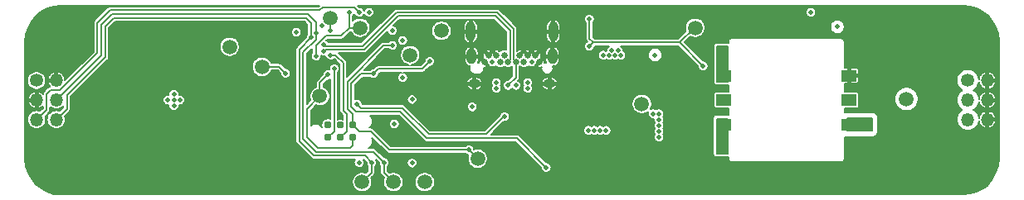
<source format=gbr>
G04 #@! TF.GenerationSoftware,KiCad,Pcbnew,(5.0.0)*
G04 #@! TF.CreationDate,2018-10-02T23:19:20-07:00*
G04 #@! TF.ProjectId,nixie_bottom_board,6E697869655F626F74746F6D5F626F61,rev?*
G04 #@! TF.SameCoordinates,Original*
G04 #@! TF.FileFunction,Copper,L4,Bot,Signal*
G04 #@! TF.FilePolarity,Positive*
%FSLAX46Y46*%
G04 Gerber Fmt 4.6, Leading zero omitted, Abs format (unit mm)*
G04 Created by KiCad (PCBNEW (5.0.0)) date 10/02/18 23:19:20*
%MOMM*%
%LPD*%
G01*
G04 APERTURE LIST*
G04 #@! TA.AperFunction,ComponentPad*
%ADD10O,1.200000X0.900000*%
G04 #@! TD*
G04 #@! TA.AperFunction,ComponentPad*
%ADD11C,0.650000*%
G04 #@! TD*
G04 #@! TA.AperFunction,ComponentPad*
%ADD12O,1.000000X2.000000*%
G04 #@! TD*
G04 #@! TA.AperFunction,ComponentPad*
%ADD13O,1.000000X1.600000*%
G04 #@! TD*
G04 #@! TA.AperFunction,BGAPad,CuDef*
%ADD14C,1.500000*%
G04 #@! TD*
G04 #@! TA.AperFunction,BGAPad,CuDef*
%ADD15C,0.787400*%
G04 #@! TD*
G04 #@! TA.AperFunction,SMDPad,CuDef*
%ADD16R,1.500000X1.170000*%
G04 #@! TD*
G04 #@! TA.AperFunction,ComponentPad*
%ADD17C,1.350000*%
G04 #@! TD*
G04 #@! TA.AperFunction,ComponentPad*
%ADD18O,1.350000X1.350000*%
G04 #@! TD*
G04 #@! TA.AperFunction,ComponentPad*
%ADD19C,0.800000*%
G04 #@! TD*
G04 #@! TA.AperFunction,ComponentPad*
%ADD20C,4.500000*%
G04 #@! TD*
G04 #@! TA.AperFunction,ComponentPad*
%ADD21C,5.000000*%
G04 #@! TD*
G04 #@! TA.AperFunction,ViaPad*
%ADD22C,0.508000*%
G04 #@! TD*
G04 #@! TA.AperFunction,Conductor*
%ADD23C,0.200000*%
G04 #@! TD*
G04 #@! TA.AperFunction,Conductor*
%ADD24C,0.150000*%
G04 #@! TD*
G04 APERTURE END LIST*
D10*
G04 #@! TO.P,J1,S1*
G04 #@! TO.N,/GND*
X146155000Y-98310000D03*
X153845000Y-98310000D03*
D11*
G04 #@! TO.P,J1,B11*
X152400000Y-95410000D03*
G04 #@! TO.P,J1,B10*
X151600000Y-95410000D03*
G04 #@! TO.P,J1,B8*
X150800000Y-95410000D03*
G04 #@! TO.P,J1,B5*
G04 #@! TO.N,/CC2*
X149200000Y-95410000D03*
G04 #@! TO.P,J1,B3*
G04 #@! TO.N,/GND*
X148400000Y-95410000D03*
G04 #@! TO.P,J1,B2*
X147600000Y-95410000D03*
G04 #@! TO.P,J1,B12*
X152800000Y-96110000D03*
G04 #@! TO.P,J1,B9*
G04 #@! TO.N,/VBUS*
X151200000Y-96110000D03*
G04 #@! TO.P,J1,B7*
G04 #@! TO.N,/USB_N*
X150400000Y-96110000D03*
G04 #@! TO.P,J1,B6*
G04 #@! TO.N,/USB_P*
X149600000Y-96110000D03*
G04 #@! TO.P,J1,B4*
G04 #@! TO.N,/VBUS*
X148800000Y-96110000D03*
G04 #@! TO.P,J1,B1*
G04 #@! TO.N,/GND*
X147200000Y-96110000D03*
D12*
G04 #@! TO.P,J1,S1*
X154220000Y-92995000D03*
X145780000Y-92995000D03*
D13*
X145870000Y-95510000D03*
X154130000Y-95510000D03*
G04 #@! TD*
D14*
G04 #@! TO.P,J18,1*
G04 #@! TO.N,/NRST*
X146500000Y-106000000D03*
G04 #@! TD*
G04 #@! TO.P,J17,1*
G04 #@! TO.N,/SWO*
X130400000Y-99600000D03*
G04 #@! TD*
D15*
G04 #@! TO.P,J2,6*
G04 #@! TO.N,/SWO*
X133770000Y-103835000D03*
G04 #@! TO.P,J2,5*
G04 #@! TO.N,/NRST*
X133770000Y-102565000D03*
G04 #@! TO.P,J2,4*
G04 #@! TO.N,/SWDIO*
X132500000Y-103835000D03*
G04 #@! TO.P,J2,3*
G04 #@! TO.N,/GND*
X132500000Y-102565000D03*
G04 #@! TO.P,J2,2*
G04 #@! TO.N,/SWCLK*
X131230000Y-103835000D03*
G04 #@! TO.P,J2,1*
G04 #@! TO.N,/VDD*
X131230000Y-102565000D03*
G04 #@! TD*
D14*
G04 #@! TO.P,J16,1*
G04 #@! TO.N,/VBUS*
X163250000Y-100400000D03*
G04 #@! TD*
G04 #@! TO.P,J15,1*
G04 #@! TO.N,/VNIXIE*
X121200000Y-94550000D03*
G04 #@! TD*
G04 #@! TO.P,J12,1*
G04 #@! TO.N,/SDA*
X134700000Y-108400000D03*
G04 #@! TD*
G04 #@! TO.P,J11,1*
G04 #@! TO.N,/SCL*
X137900000Y-108400000D03*
G04 #@! TD*
G04 #@! TO.P,J13,1*
G04 #@! TO.N,/DAC*
X124500000Y-96600000D03*
G04 #@! TD*
G04 #@! TO.P,J14,1*
G04 #@! TO.N,/VDD*
X141100000Y-108400000D03*
G04 #@! TD*
G04 #@! TO.P,J10,1*
G04 #@! TO.N,/32kHz*
X139600000Y-95400000D03*
G04 #@! TD*
G04 #@! TO.P,J9,1*
G04 #@! TO.N,/AMP_EN*
X134500000Y-92600000D03*
G04 #@! TD*
G04 #@! TO.P,J8,1*
G04 #@! TO.N,/HV_OUT*
X190250000Y-99900000D03*
G04 #@! TD*
G04 #@! TO.P,J7,1*
G04 #@! TO.N,/HV_EN*
X168700000Y-92600000D03*
G04 #@! TD*
G04 #@! TO.P,J6,1*
G04 #@! TO.N,/ILM*
X142800000Y-92900000D03*
G04 #@! TD*
D16*
G04 #@! TO.P,T1,1*
G04 #@! TO.N,/GND*
X184400000Y-97500000D03*
G04 #@! TO.P,T1,2*
G04 #@! TO.N,Net-(T1-Pad2)*
X184400000Y-100000000D03*
G04 #@! TO.P,T1,3*
G04 #@! TO.N,Net-(D4-Pad2)*
X184400000Y-102500000D03*
G04 #@! TO.P,T1,4*
G04 #@! TO.N,Net-(Q1-Pad1)*
X171600000Y-102500000D03*
G04 #@! TO.P,T1,6*
G04 #@! TO.N,/HV_IN*
X171600000Y-97500000D03*
G04 #@! TO.P,T1,5*
G04 #@! TO.N,N/C*
X171600000Y-100000000D03*
G04 #@! TD*
D17*
G04 #@! TO.P,J4,1*
G04 #@! TO.N,/VNIXIE*
X101500000Y-98000000D03*
D18*
G04 #@! TO.P,J4,2*
G04 #@! TO.N,/GND*
X103500000Y-98000000D03*
G04 #@! TO.P,J4,3*
X101500000Y-100000000D03*
G04 #@! TO.P,J4,4*
G04 #@! TO.N,/SCL*
X103500000Y-100000000D03*
G04 #@! TO.P,J4,5*
G04 #@! TO.N,/NIXIE_EN*
X101500000Y-102000000D03*
G04 #@! TO.P,J4,6*
G04 #@! TO.N,/SDA*
X103500000Y-102000000D03*
G04 #@! TD*
D17*
G04 #@! TO.P,J3,1*
G04 #@! TO.N,/HV_OUT*
X196500000Y-98000000D03*
D18*
G04 #@! TO.P,J3,2*
G04 #@! TO.N,/GND*
X198500000Y-98000000D03*
G04 #@! TO.P,J3,3*
G04 #@! TO.N,/HV_OUT*
X196500000Y-100000000D03*
G04 #@! TO.P,J3,4*
G04 #@! TO.N,/GND*
X198500000Y-100000000D03*
G04 #@! TO.P,J3,5*
G04 #@! TO.N,/HV_OUT*
X196500000Y-102000000D03*
G04 #@! TO.P,J3,6*
G04 #@! TO.N,/GND*
X198500000Y-102000000D03*
G04 #@! TD*
D14*
G04 #@! TO.P,J5,1*
G04 #@! TO.N,/MCO*
X131500000Y-91600000D03*
G04 #@! TD*
D19*
G04 #@! TO.P,MH1,1*
G04 #@! TO.N,/GND*
X104237437Y-91862563D03*
X104750000Y-93100000D03*
X104237437Y-94337437D03*
X103000000Y-94850000D03*
X101762563Y-94337437D03*
X101250000Y-93100000D03*
X101762563Y-91862563D03*
X103000000Y-91350000D03*
D20*
X103000000Y-93100000D03*
G04 #@! TD*
G04 #@! TO.P,MH2,1*
G04 #@! TO.N,/GND*
X103000000Y-107000000D03*
D19*
X103000000Y-105250000D03*
X101762563Y-105762563D03*
X101250000Y-107000000D03*
X101762563Y-108237437D03*
X103000000Y-108750000D03*
X104237437Y-108237437D03*
X104750000Y-107000000D03*
X104237437Y-105762563D03*
G04 #@! TD*
G04 #@! TO.P,MH3,1*
G04 #@! TO.N,/GND*
X198237437Y-91762563D03*
X198750000Y-93000000D03*
X198237437Y-94237437D03*
X197000000Y-94750000D03*
X195762563Y-94237437D03*
X195250000Y-93000000D03*
X195762563Y-91762563D03*
X197000000Y-91250000D03*
D20*
X197000000Y-93000000D03*
G04 #@! TD*
G04 #@! TO.P,MH4,1*
G04 #@! TO.N,/GND*
X197000000Y-107200000D03*
D19*
X197000000Y-105450000D03*
X195762563Y-105962563D03*
X195250000Y-107200000D03*
X195762563Y-108437437D03*
X197000000Y-108950000D03*
X198237437Y-108437437D03*
X198750000Y-107200000D03*
X198237437Y-105962563D03*
G04 #@! TD*
D21*
G04 #@! TO.P,MH6,1*
G04 #@! TO.N,/GND*
X157000000Y-100000000D03*
D19*
X158875000Y-100000000D03*
X158325825Y-101325825D03*
X157000000Y-101875000D03*
X155674175Y-101325825D03*
X155125000Y-100000000D03*
X155674175Y-98674175D03*
X157000000Y-98125000D03*
X158325825Y-98674175D03*
G04 #@! TD*
G04 #@! TO.P,MH5,1*
G04 #@! TO.N,/GND*
X144325825Y-98674175D03*
X143000000Y-98125000D03*
X141674175Y-98674175D03*
X141125000Y-100000000D03*
X141674175Y-101325825D03*
X143000000Y-101875000D03*
X144325825Y-101325825D03*
X144875000Y-100000000D03*
D21*
X143000000Y-100000000D03*
G04 #@! TD*
D22*
G04 #@! TO.N,Net-(Q1-Pad1)*
X171200000Y-105200000D03*
X171800000Y-105200000D03*
X171200000Y-104600000D03*
X171800000Y-104600000D03*
X171200000Y-104000000D03*
X171800000Y-104000000D03*
X171200000Y-103400000D03*
X171800000Y-103400000D03*
X171200000Y-102800000D03*
X171800000Y-102800000D03*
X171200000Y-102200000D03*
X171800000Y-102200000D03*
G04 #@! TO.N,/HV_OUT*
X164600000Y-95400000D03*
X190250000Y-99900000D03*
X183200000Y-92500000D03*
G04 #@! TO.N,/VBUS*
X165000000Y-101400000D03*
X164400000Y-101400000D03*
X165000000Y-102000000D03*
X165000000Y-102600000D03*
X165000000Y-103200000D03*
X160200000Y-94900000D03*
X159300000Y-95400000D03*
X159900000Y-95400000D03*
X160500000Y-95400000D03*
X161100000Y-95400000D03*
X160800000Y-94900000D03*
X151600000Y-98200000D03*
X151600000Y-98800000D03*
X148400000Y-98200000D03*
X148400000Y-98800000D03*
X148000000Y-96100000D03*
X165000000Y-103800000D03*
X152000000Y-96100000D03*
X163250000Y-100400000D03*
G04 #@! TO.N,/VDD*
X130600000Y-92400000D03*
X139800000Y-106450000D03*
X145950000Y-100700000D03*
X141100000Y-108400000D03*
X138000000Y-102450000D03*
X139800000Y-99950000D03*
X131230000Y-102565000D03*
X128000000Y-93050000D03*
X159600000Y-103100000D03*
X159000000Y-103100000D03*
X158400000Y-103100000D03*
X157800000Y-103100000D03*
X138850000Y-97700000D03*
X138850000Y-93900000D03*
G04 #@! TO.N,/VNIXIE*
X121200000Y-94550000D03*
G04 #@! TO.N,/SCL*
X130000000Y-93100000D03*
X136950000Y-106400000D03*
G04 #@! TO.N,/SDA*
X129500000Y-93600000D03*
X135675000Y-106400000D03*
G04 #@! TO.N,/HV_EN*
X169500000Y-96500000D03*
X157900000Y-94500000D03*
X157900000Y-91700000D03*
G04 #@! TO.N,/SWO*
X131225000Y-97400000D03*
G04 #@! TO.N,/NRST*
X137800000Y-94400000D03*
X145600000Y-105100000D03*
X133770000Y-102565000D03*
G04 #@! TO.N,/DAC*
X135400000Y-91000000D03*
X126900000Y-97250000D03*
G04 #@! TO.N,/USB_N*
X149600000Y-98500000D03*
X130800000Y-94325000D03*
G04 #@! TO.N,/USB_P*
X150400000Y-98500000D03*
X130800000Y-94975000D03*
G04 #@! TO.N,Net-(D4-Pad2)*
X184000000Y-102800000D03*
X184600000Y-102800000D03*
X185800000Y-102800000D03*
X186400000Y-102800000D03*
X186400000Y-102200000D03*
X185800000Y-102200000D03*
X184600000Y-102200000D03*
X184000000Y-102200000D03*
X185200000Y-102200000D03*
X185200000Y-102800000D03*
G04 #@! TO.N,/SWDIO*
X131500000Y-95400000D03*
G04 #@! TO.N,/SWCLK*
X131875000Y-96800000D03*
G04 #@! TO.N,/GND*
X134500000Y-93800000D03*
X133900000Y-93800000D03*
X133300000Y-93800000D03*
X134500000Y-95500000D03*
X133900000Y-95500000D03*
X133300000Y-95500000D03*
X171900000Y-101300000D03*
X171300000Y-101300000D03*
X167687500Y-99668750D03*
X168512500Y-99668750D03*
X168512500Y-98956250D03*
X167687500Y-98956250D03*
X167687500Y-98243750D03*
X168512500Y-98243750D03*
X168512500Y-97531250D03*
X167687500Y-97531250D03*
X128000000Y-92250000D03*
X166350000Y-100800000D03*
X165750000Y-100800000D03*
X164600000Y-99750000D03*
X164500000Y-92800000D03*
X162100000Y-95200000D03*
X162700000Y-95200000D03*
X163300000Y-95200000D03*
X132500000Y-102565000D03*
X129800000Y-101300000D03*
X130900000Y-96300000D03*
X137900000Y-97800000D03*
X157900000Y-106150000D03*
X158500000Y-106150000D03*
X159100000Y-106150000D03*
X159700000Y-106150000D03*
X163000000Y-105000000D03*
X163000000Y-105600000D03*
X163000000Y-106200000D03*
X163000000Y-106800000D03*
X163000000Y-107400000D03*
X165100000Y-92800000D03*
X164500000Y-93400000D03*
X165100000Y-93400000D03*
X150000000Y-100700000D03*
X165850000Y-96150000D03*
X166450000Y-96150000D03*
X166450000Y-95550000D03*
X165850000Y-95550000D03*
X151700000Y-102550000D03*
X172600000Y-93500000D03*
X173200000Y-93500000D03*
X173800000Y-93500000D03*
X174400000Y-93500000D03*
G04 #@! TO.N,/HV_IN*
X171800000Y-94800000D03*
X171200000Y-94800000D03*
X171200000Y-95400000D03*
X171800000Y-95400000D03*
X171800000Y-97200000D03*
X171800000Y-97800000D03*
X171200000Y-97200000D03*
X171200000Y-97800000D03*
X171800000Y-96600000D03*
X171200000Y-96600000D03*
X171200000Y-96000000D03*
X171800000Y-96000000D03*
G04 #@! TO.N,/USB*
X134200000Y-100400000D03*
X149250000Y-101700000D03*
G04 #@! TO.N,/ILM*
X142800000Y-92900000D03*
G04 #@! TO.N,/32kHz*
X139600000Y-95400000D03*
G04 #@! TO.N,/AMP_EN*
X130000000Y-95500000D03*
X133400000Y-91000000D03*
G04 #@! TO.N,Net-(BT1-Pad1)*
X114900000Y-100000000D03*
X115500000Y-100600000D03*
X115500000Y-99400000D03*
X134400000Y-106400000D03*
X116100000Y-100000000D03*
X115500000Y-100000000D03*
G04 #@! TO.N,/NIXIE_EN*
X134400000Y-91000000D03*
G04 #@! TO.N,/MCO*
X131500000Y-92900000D03*
G04 #@! TO.N,Net-(R2-Pad1)*
X135900000Y-97300000D03*
X153500000Y-106900000D03*
X141600000Y-96050000D03*
G04 #@! TO.N,Net-(R20-Pad2)*
X137800000Y-92900000D03*
X180500000Y-91000000D03*
G04 #@! TD*
D23*
G04 #@! TO.N,/SCL*
X130000000Y-92000000D02*
X130000000Y-93100000D01*
X129200000Y-91200000D02*
X130000000Y-92000000D01*
X109200000Y-91200000D02*
X129200000Y-91200000D01*
X108100000Y-92300000D02*
X109200000Y-91200000D01*
X103500000Y-100000000D02*
X108100000Y-95400000D01*
X108100000Y-95400000D02*
X108100000Y-92300000D01*
X135850000Y-105300000D02*
X136950000Y-106400000D01*
X130000000Y-105300000D02*
X135850000Y-105300000D01*
X128700000Y-104000000D02*
X130000000Y-105300000D01*
X128700000Y-95100000D02*
X128700000Y-104000000D01*
X130000000Y-93100000D02*
X130000000Y-93800000D01*
X130000000Y-93800000D02*
X128700000Y-95100000D01*
X136950000Y-107450000D02*
X137900000Y-108400000D01*
X136950000Y-106400000D02*
X136950000Y-107450000D01*
G04 #@! TO.N,/SDA*
X129000000Y-91600000D02*
X129500000Y-92100000D01*
X104600000Y-100900000D02*
X104600000Y-99500000D01*
X103500000Y-102000000D02*
X104600000Y-100900000D01*
X104600000Y-99500000D02*
X108500000Y-95600000D01*
X129500000Y-92100000D02*
X129500000Y-93600000D01*
X108500000Y-95600000D02*
X108500000Y-92500000D01*
X108500000Y-92500000D02*
X109400000Y-91600000D01*
X109400000Y-91600000D02*
X129000000Y-91600000D01*
X134975000Y-105700000D02*
X135675000Y-106400000D01*
X129800000Y-105700000D02*
X134975000Y-105700000D01*
X128300000Y-104200000D02*
X129800000Y-105700000D01*
X129500000Y-93600000D02*
X128300000Y-94800000D01*
X128300000Y-94800000D02*
X128300000Y-104200000D01*
X135675000Y-107425000D02*
X134700000Y-108400000D01*
X135675000Y-106400000D02*
X135675000Y-107425000D01*
G04 #@! TO.N,/HV_EN*
X168200000Y-92600000D02*
X168100000Y-92600000D01*
X167100000Y-94100000D02*
X169500000Y-96500000D01*
X168600000Y-92600000D02*
X168700000Y-92600000D01*
X167100000Y-94100000D02*
X168600000Y-92600000D01*
X158300000Y-94100000D02*
X167100000Y-94100000D01*
X157900000Y-94500000D02*
X158300000Y-94100000D01*
X157900000Y-91700000D02*
X157900000Y-93700000D01*
X157900000Y-93700000D02*
X158300000Y-94100000D01*
G04 #@! TO.N,/SWO*
X131225000Y-97400000D02*
X130400000Y-98225000D01*
X133770000Y-104630000D02*
X133770000Y-103835000D01*
X133500000Y-104900000D02*
X133770000Y-104630000D01*
X130200000Y-104900000D02*
X133500000Y-104900000D01*
X129100000Y-103800000D02*
X130200000Y-104900000D01*
X130400000Y-99600000D02*
X129100000Y-100900000D01*
X129100000Y-100900000D02*
X129100000Y-103800000D01*
X130400000Y-99600000D02*
X130400000Y-98225000D01*
G04 #@! TO.N,/NRST*
X135600000Y-103200000D02*
X137500000Y-105100000D01*
X133770000Y-102565000D02*
X134405000Y-103200000D01*
X134405000Y-103200000D02*
X135600000Y-103200000D01*
X145600000Y-105100000D02*
X146500000Y-106000000D01*
X137500000Y-105100000D02*
X145600000Y-105100000D01*
X136900000Y-94400000D02*
X137800000Y-94400000D01*
X133200000Y-98100000D02*
X136900000Y-94400000D01*
X133200000Y-100900000D02*
X133200000Y-98100000D01*
X133770000Y-102565000D02*
X133770000Y-101470000D01*
X133770000Y-101470000D02*
X133200000Y-100900000D01*
G04 #@! TO.N,/DAC*
X124650000Y-96450000D02*
X124500000Y-96600000D01*
X126250000Y-96600000D02*
X124500000Y-96600000D01*
X126900000Y-97250000D02*
X126250000Y-96600000D01*
G04 #@! TO.N,/USB_N*
X130800000Y-94325000D02*
X130948800Y-94473800D01*
X130948800Y-94473800D02*
X134777014Y-94473800D01*
X134777014Y-94473800D02*
X138227014Y-91023800D01*
X138227014Y-91023800D02*
X148472986Y-91023800D01*
X150176200Y-95886200D02*
X150400000Y-96110000D01*
X148472986Y-91023800D02*
X150176200Y-92727014D01*
X150176200Y-92727014D02*
X150176200Y-95886200D01*
X150400000Y-97700000D02*
X149600000Y-98500000D01*
X150400000Y-96110000D02*
X150400000Y-97700000D01*
G04 #@! TO.N,/USB_P*
X130948800Y-94826200D02*
X134922986Y-94826200D01*
X130800000Y-94975000D02*
X130948800Y-94826200D01*
X134922986Y-94826200D02*
X138372986Y-91376200D01*
X138372986Y-91376200D02*
X148327014Y-91376200D01*
X149823800Y-95886200D02*
X149600000Y-96110000D01*
X149823800Y-92872986D02*
X149823800Y-95886200D01*
X148327014Y-91376200D02*
X149823800Y-92872986D01*
G04 #@! TO.N,/SWDIO*
X133125000Y-103210000D02*
X132500000Y-103835000D01*
X133125000Y-101425000D02*
X133125000Y-103210000D01*
X132800000Y-101100000D02*
X133125000Y-101425000D01*
X132800000Y-96200000D02*
X132800000Y-101100000D01*
X131500000Y-95400000D02*
X132000000Y-95400000D01*
X132000000Y-95400000D02*
X132800000Y-96200000D01*
G04 #@! TO.N,/SWCLK*
X131875000Y-103190000D02*
X131230000Y-103835000D01*
X131875000Y-96800000D02*
X131875000Y-103190000D01*
G04 #@! TO.N,/USB*
X134600000Y-100800000D02*
X134200000Y-100400000D01*
X138800000Y-100800000D02*
X134600000Y-100800000D01*
X141500000Y-103500000D02*
X138800000Y-100800000D01*
X147350000Y-103500000D02*
X141500000Y-103500000D01*
X149250000Y-101600000D02*
X147350000Y-103500000D01*
G04 #@! TO.N,/AMP_EN*
X133400000Y-92600000D02*
X133400000Y-91000000D01*
X134500000Y-92600000D02*
X133400000Y-92600000D01*
X132600000Y-93400000D02*
X133400000Y-92600000D01*
X131000000Y-93400000D02*
X132600000Y-93400000D01*
X130000000Y-95500000D02*
X130000000Y-94400000D01*
X130000000Y-94400000D02*
X131000000Y-93400000D01*
G04 #@! TO.N,/NIXIE_EN*
X130700000Y-90500000D02*
X133900000Y-90500000D01*
X130400000Y-90800000D02*
X130700000Y-90500000D01*
X109000000Y-90800000D02*
X130400000Y-90800000D01*
X102500000Y-101000000D02*
X102500000Y-99400000D01*
X107700000Y-92100000D02*
X109000000Y-90800000D01*
X101500000Y-102000000D02*
X102500000Y-101000000D01*
X102500000Y-99400000D02*
X102900000Y-99000000D01*
X133900000Y-90500000D02*
X134400000Y-91000000D01*
X102900000Y-99000000D02*
X103900000Y-99000000D01*
X103900000Y-99000000D02*
X107700000Y-95200000D01*
X107700000Y-95200000D02*
X107700000Y-92100000D01*
G04 #@! TO.N,/MCO*
X131500000Y-92900000D02*
X131500000Y-91600000D01*
G04 #@! TO.N,Net-(R2-Pad1)*
X150500000Y-103900000D02*
X153500000Y-106900000D01*
X134600000Y-97300000D02*
X133600000Y-98300000D01*
X141300000Y-103900000D02*
X150500000Y-103900000D01*
X135900000Y-97300000D02*
X134600000Y-97300000D01*
X133600000Y-98300000D02*
X133600000Y-100700000D01*
X133600000Y-100700000D02*
X134100000Y-101200000D01*
X134100000Y-101200000D02*
X138600000Y-101200000D01*
X138600000Y-101200000D02*
X141300000Y-103900000D01*
X136400000Y-96800000D02*
X135900000Y-97300000D01*
X141600000Y-96050000D02*
X140850000Y-96800000D01*
X140850000Y-96800000D02*
X136400000Y-96800000D01*
G04 #@! TD*
D24*
G04 #@! TO.N,/GND*
G36*
X130244671Y-90425000D02*
X109018416Y-90425000D01*
X109000000Y-90423186D01*
X108981584Y-90425000D01*
X108981581Y-90425000D01*
X108926487Y-90430426D01*
X108855800Y-90451869D01*
X108838433Y-90461152D01*
X108790653Y-90486690D01*
X108757892Y-90513577D01*
X108733552Y-90533552D01*
X108721810Y-90547860D01*
X107447862Y-91821809D01*
X107433553Y-91833552D01*
X107415960Y-91854989D01*
X107386691Y-91890654D01*
X107355969Y-91948131D01*
X107351870Y-91955800D01*
X107339876Y-91995340D01*
X107330427Y-92026488D01*
X107323186Y-92100000D01*
X107325001Y-92118426D01*
X107325000Y-95044670D01*
X104400000Y-97969671D01*
X104400000Y-97874998D01*
X104334439Y-97874998D01*
X104360750Y-97737113D01*
X104294538Y-97577242D01*
X104196795Y-97430359D01*
X104072275Y-97305367D01*
X103925763Y-97207069D01*
X103762889Y-97139243D01*
X103625000Y-97164965D01*
X103625000Y-97875000D01*
X103645000Y-97875000D01*
X103645000Y-98125000D01*
X103625000Y-98125000D01*
X103625000Y-98145000D01*
X103375000Y-98145000D01*
X103375000Y-98125000D01*
X102665561Y-98125000D01*
X102639250Y-98262887D01*
X102705462Y-98422758D01*
X102803205Y-98569641D01*
X102860430Y-98627083D01*
X102826487Y-98630426D01*
X102755800Y-98651869D01*
X102755798Y-98651870D01*
X102690652Y-98686691D01*
X102663870Y-98708671D01*
X102633552Y-98733552D01*
X102621810Y-98747860D01*
X102247861Y-99121810D01*
X102233553Y-99133552D01*
X102221811Y-99147860D01*
X102186691Y-99190654D01*
X102165432Y-99230427D01*
X102151870Y-99255800D01*
X102130879Y-99324999D01*
X102130427Y-99326488D01*
X102127088Y-99360388D01*
X102072275Y-99305367D01*
X101925763Y-99207069D01*
X101762889Y-99139243D01*
X101625000Y-99164965D01*
X101625000Y-99875000D01*
X101645000Y-99875000D01*
X101645000Y-100125000D01*
X101625000Y-100125000D01*
X101625000Y-100835035D01*
X101762889Y-100860757D01*
X101925763Y-100792931D01*
X102072275Y-100694633D01*
X102125000Y-100641708D01*
X102125000Y-100844670D01*
X101854792Y-101114878D01*
X101686232Y-101063746D01*
X101546665Y-101050000D01*
X101453335Y-101050000D01*
X101313768Y-101063746D01*
X101134692Y-101118068D01*
X100969655Y-101206282D01*
X100824999Y-101324999D01*
X100706282Y-101469655D01*
X100618068Y-101634692D01*
X100563746Y-101813768D01*
X100545404Y-102000000D01*
X100563746Y-102186232D01*
X100618068Y-102365308D01*
X100706282Y-102530345D01*
X100824999Y-102675001D01*
X100969655Y-102793718D01*
X101134692Y-102881932D01*
X101313768Y-102936254D01*
X101453335Y-102950000D01*
X101546665Y-102950000D01*
X101686232Y-102936254D01*
X101865308Y-102881932D01*
X102030345Y-102793718D01*
X102175001Y-102675001D01*
X102293718Y-102530345D01*
X102381932Y-102365308D01*
X102436254Y-102186232D01*
X102454596Y-102000000D01*
X102436254Y-101813768D01*
X102385122Y-101645208D01*
X102752140Y-101278190D01*
X102766448Y-101266448D01*
X102795370Y-101231206D01*
X102813310Y-101209347D01*
X102843887Y-101152140D01*
X102848131Y-101144200D01*
X102869574Y-101073513D01*
X102875000Y-101018419D01*
X102875000Y-101018416D01*
X102876814Y-101000000D01*
X102875000Y-100981584D01*
X102875000Y-100716036D01*
X102969655Y-100793718D01*
X103134692Y-100881932D01*
X103313768Y-100936254D01*
X103453335Y-100950000D01*
X103546665Y-100950000D01*
X103686232Y-100936254D01*
X103865308Y-100881932D01*
X104030345Y-100793718D01*
X104175001Y-100675001D01*
X104225000Y-100614077D01*
X104225000Y-100744670D01*
X103854792Y-101114878D01*
X103686232Y-101063746D01*
X103546665Y-101050000D01*
X103453335Y-101050000D01*
X103313768Y-101063746D01*
X103134692Y-101118068D01*
X102969655Y-101206282D01*
X102824999Y-101324999D01*
X102706282Y-101469655D01*
X102618068Y-101634692D01*
X102563746Y-101813768D01*
X102545404Y-102000000D01*
X102563746Y-102186232D01*
X102618068Y-102365308D01*
X102706282Y-102530345D01*
X102824999Y-102675001D01*
X102969655Y-102793718D01*
X103134692Y-102881932D01*
X103313768Y-102936254D01*
X103453335Y-102950000D01*
X103546665Y-102950000D01*
X103686232Y-102936254D01*
X103865308Y-102881932D01*
X104030345Y-102793718D01*
X104175001Y-102675001D01*
X104293718Y-102530345D01*
X104381932Y-102365308D01*
X104436254Y-102186232D01*
X104454596Y-102000000D01*
X104436254Y-101813768D01*
X104385122Y-101645208D01*
X104852141Y-101178189D01*
X104866448Y-101166448D01*
X104913309Y-101109347D01*
X104948131Y-101044200D01*
X104969574Y-100973513D01*
X104975000Y-100918419D01*
X104975000Y-100918416D01*
X104976814Y-100900000D01*
X104975000Y-100881581D01*
X104975000Y-99947898D01*
X114371000Y-99947898D01*
X114371000Y-100052102D01*
X114391329Y-100154304D01*
X114431206Y-100250576D01*
X114489099Y-100337218D01*
X114562782Y-100410901D01*
X114649424Y-100468794D01*
X114745696Y-100508671D01*
X114847898Y-100529000D01*
X114952102Y-100529000D01*
X114975692Y-100524308D01*
X114971000Y-100547898D01*
X114971000Y-100652102D01*
X114991329Y-100754304D01*
X115031206Y-100850576D01*
X115089099Y-100937218D01*
X115162782Y-101010901D01*
X115249424Y-101068794D01*
X115345696Y-101108671D01*
X115447898Y-101129000D01*
X115552102Y-101129000D01*
X115654304Y-101108671D01*
X115750576Y-101068794D01*
X115837218Y-101010901D01*
X115910901Y-100937218D01*
X115968794Y-100850576D01*
X116008671Y-100754304D01*
X116029000Y-100652102D01*
X116029000Y-100547898D01*
X116024308Y-100524308D01*
X116047898Y-100529000D01*
X116152102Y-100529000D01*
X116254304Y-100508671D01*
X116350576Y-100468794D01*
X116437218Y-100410901D01*
X116510901Y-100337218D01*
X116568794Y-100250576D01*
X116608671Y-100154304D01*
X116629000Y-100052102D01*
X116629000Y-99947898D01*
X116608671Y-99845696D01*
X116568794Y-99749424D01*
X116510901Y-99662782D01*
X116437218Y-99589099D01*
X116350576Y-99531206D01*
X116254304Y-99491329D01*
X116152102Y-99471000D01*
X116047898Y-99471000D01*
X116024308Y-99475692D01*
X116029000Y-99452102D01*
X116029000Y-99347898D01*
X116008671Y-99245696D01*
X115968794Y-99149424D01*
X115910901Y-99062782D01*
X115837218Y-98989099D01*
X115750576Y-98931206D01*
X115654304Y-98891329D01*
X115552102Y-98871000D01*
X115447898Y-98871000D01*
X115345696Y-98891329D01*
X115249424Y-98931206D01*
X115162782Y-98989099D01*
X115089099Y-99062782D01*
X115031206Y-99149424D01*
X114991329Y-99245696D01*
X114971000Y-99347898D01*
X114971000Y-99452102D01*
X114975692Y-99475692D01*
X114952102Y-99471000D01*
X114847898Y-99471000D01*
X114745696Y-99491329D01*
X114649424Y-99531206D01*
X114562782Y-99589099D01*
X114489099Y-99662782D01*
X114431206Y-99749424D01*
X114391329Y-99845696D01*
X114371000Y-99947898D01*
X104975000Y-99947898D01*
X104975000Y-99655329D01*
X108131283Y-96499046D01*
X123475000Y-96499046D01*
X123475000Y-96700954D01*
X123514390Y-96898982D01*
X123591656Y-97085520D01*
X123703830Y-97253400D01*
X123846600Y-97396170D01*
X124014480Y-97508344D01*
X124201018Y-97585610D01*
X124399046Y-97625000D01*
X124600954Y-97625000D01*
X124798982Y-97585610D01*
X124985520Y-97508344D01*
X125153400Y-97396170D01*
X125296170Y-97253400D01*
X125408344Y-97085520D01*
X125454123Y-96975000D01*
X126094671Y-96975000D01*
X126371000Y-97251330D01*
X126371000Y-97302102D01*
X126391329Y-97404304D01*
X126431206Y-97500576D01*
X126489099Y-97587218D01*
X126562782Y-97660901D01*
X126649424Y-97718794D01*
X126745696Y-97758671D01*
X126847898Y-97779000D01*
X126952102Y-97779000D01*
X127054304Y-97758671D01*
X127150576Y-97718794D01*
X127237218Y-97660901D01*
X127310901Y-97587218D01*
X127368794Y-97500576D01*
X127408671Y-97404304D01*
X127429000Y-97302102D01*
X127429000Y-97197898D01*
X127408671Y-97095696D01*
X127368794Y-96999424D01*
X127310901Y-96912782D01*
X127237218Y-96839099D01*
X127150576Y-96781206D01*
X127054304Y-96741329D01*
X126952102Y-96721000D01*
X126901330Y-96721000D01*
X126528195Y-96347866D01*
X126516448Y-96333552D01*
X126459347Y-96286691D01*
X126394200Y-96251869D01*
X126323513Y-96230426D01*
X126268419Y-96225000D01*
X126268416Y-96225000D01*
X126250000Y-96223186D01*
X126231584Y-96225000D01*
X125454123Y-96225000D01*
X125408344Y-96114480D01*
X125296170Y-95946600D01*
X125153400Y-95803830D01*
X124985520Y-95691656D01*
X124798982Y-95614390D01*
X124600954Y-95575000D01*
X124399046Y-95575000D01*
X124201018Y-95614390D01*
X124014480Y-95691656D01*
X123846600Y-95803830D01*
X123703830Y-95946600D01*
X123591656Y-96114480D01*
X123514390Y-96301018D01*
X123475000Y-96499046D01*
X108131283Y-96499046D01*
X108752140Y-95878190D01*
X108766448Y-95866448D01*
X108813309Y-95809347D01*
X108848131Y-95744200D01*
X108869574Y-95673513D01*
X108875000Y-95618419D01*
X108875000Y-95618416D01*
X108876814Y-95600000D01*
X108875000Y-95581584D01*
X108875000Y-94449046D01*
X120175000Y-94449046D01*
X120175000Y-94650954D01*
X120214390Y-94848982D01*
X120291656Y-95035520D01*
X120403830Y-95203400D01*
X120546600Y-95346170D01*
X120714480Y-95458344D01*
X120901018Y-95535610D01*
X121099046Y-95575000D01*
X121300954Y-95575000D01*
X121498982Y-95535610D01*
X121685520Y-95458344D01*
X121853400Y-95346170D01*
X121996170Y-95203400D01*
X122108344Y-95035520D01*
X122185610Y-94848982D01*
X122225000Y-94650954D01*
X122225000Y-94449046D01*
X122185610Y-94251018D01*
X122108344Y-94064480D01*
X121996170Y-93896600D01*
X121853400Y-93753830D01*
X121685520Y-93641656D01*
X121498982Y-93564390D01*
X121300954Y-93525000D01*
X121099046Y-93525000D01*
X120901018Y-93564390D01*
X120714480Y-93641656D01*
X120546600Y-93753830D01*
X120403830Y-93896600D01*
X120291656Y-94064480D01*
X120214390Y-94251018D01*
X120175000Y-94449046D01*
X108875000Y-94449046D01*
X108875000Y-92997898D01*
X127471000Y-92997898D01*
X127471000Y-93102102D01*
X127491329Y-93204304D01*
X127531206Y-93300576D01*
X127589099Y-93387218D01*
X127662782Y-93460901D01*
X127749424Y-93518794D01*
X127845696Y-93558671D01*
X127947898Y-93579000D01*
X128052102Y-93579000D01*
X128154304Y-93558671D01*
X128250576Y-93518794D01*
X128337218Y-93460901D01*
X128410901Y-93387218D01*
X128468794Y-93300576D01*
X128508671Y-93204304D01*
X128529000Y-93102102D01*
X128529000Y-92997898D01*
X128508671Y-92895696D01*
X128468794Y-92799424D01*
X128410901Y-92712782D01*
X128337218Y-92639099D01*
X128250576Y-92581206D01*
X128154304Y-92541329D01*
X128052102Y-92521000D01*
X127947898Y-92521000D01*
X127845696Y-92541329D01*
X127749424Y-92581206D01*
X127662782Y-92639099D01*
X127589099Y-92712782D01*
X127531206Y-92799424D01*
X127491329Y-92895696D01*
X127471000Y-92997898D01*
X108875000Y-92997898D01*
X108875000Y-92655329D01*
X109555330Y-91975000D01*
X128844671Y-91975000D01*
X129125000Y-92255330D01*
X129125001Y-93226880D01*
X129089099Y-93262782D01*
X129031206Y-93349424D01*
X128991329Y-93445696D01*
X128971000Y-93547898D01*
X128971000Y-93598669D01*
X128047866Y-94521805D01*
X128033552Y-94533552D01*
X127986691Y-94590654D01*
X127951869Y-94655801D01*
X127930426Y-94726488D01*
X127925470Y-94776814D01*
X127923186Y-94800000D01*
X127925000Y-94818416D01*
X127925001Y-104181574D01*
X127923186Y-104200000D01*
X127927927Y-104248130D01*
X127930427Y-104273513D01*
X127932962Y-104281870D01*
X127951870Y-104344200D01*
X127969303Y-104376814D01*
X127986692Y-104409347D01*
X128033553Y-104466448D01*
X128047862Y-104478191D01*
X129521809Y-105952139D01*
X129533552Y-105966448D01*
X129590653Y-106013309D01*
X129655800Y-106048131D01*
X129726487Y-106069574D01*
X129781581Y-106075000D01*
X129781583Y-106075000D01*
X129799999Y-106076814D01*
X129818415Y-106075000D01*
X133980935Y-106075000D01*
X133931206Y-106149424D01*
X133891329Y-106245696D01*
X133871000Y-106347898D01*
X133871000Y-106452102D01*
X133891329Y-106554304D01*
X133931206Y-106650576D01*
X133989099Y-106737218D01*
X134062782Y-106810901D01*
X134149424Y-106868794D01*
X134245696Y-106908671D01*
X134347898Y-106929000D01*
X134452102Y-106929000D01*
X134554304Y-106908671D01*
X134650576Y-106868794D01*
X134737218Y-106810901D01*
X134810901Y-106737218D01*
X134868794Y-106650576D01*
X134908671Y-106554304D01*
X134929000Y-106452102D01*
X134929000Y-106347898D01*
X134908671Y-106245696D01*
X134868794Y-106149424D01*
X134819065Y-106075000D01*
X134819671Y-106075000D01*
X135146000Y-106401330D01*
X135146000Y-106452102D01*
X135166329Y-106554304D01*
X135206206Y-106650576D01*
X135264099Y-106737218D01*
X135300000Y-106773119D01*
X135300001Y-107269668D01*
X135109501Y-107460168D01*
X134998982Y-107414390D01*
X134800954Y-107375000D01*
X134599046Y-107375000D01*
X134401018Y-107414390D01*
X134214480Y-107491656D01*
X134046600Y-107603830D01*
X133903830Y-107746600D01*
X133791656Y-107914480D01*
X133714390Y-108101018D01*
X133675000Y-108299046D01*
X133675000Y-108500954D01*
X133714390Y-108698982D01*
X133791656Y-108885520D01*
X133903830Y-109053400D01*
X134046600Y-109196170D01*
X134214480Y-109308344D01*
X134401018Y-109385610D01*
X134599046Y-109425000D01*
X134800954Y-109425000D01*
X134998982Y-109385610D01*
X135185520Y-109308344D01*
X135353400Y-109196170D01*
X135496170Y-109053400D01*
X135608344Y-108885520D01*
X135685610Y-108698982D01*
X135725000Y-108500954D01*
X135725000Y-108299046D01*
X135685610Y-108101018D01*
X135639832Y-107990499D01*
X135927145Y-107703186D01*
X135941448Y-107691448D01*
X135953186Y-107677145D01*
X135953189Y-107677142D01*
X135988309Y-107634347D01*
X136023130Y-107569202D01*
X136027136Y-107555996D01*
X136044574Y-107498513D01*
X136050000Y-107443419D01*
X136050000Y-107443417D01*
X136051814Y-107425001D01*
X136050000Y-107406585D01*
X136050000Y-106773119D01*
X136085901Y-106737218D01*
X136143794Y-106650576D01*
X136183671Y-106554304D01*
X136204000Y-106452102D01*
X136204000Y-106347898D01*
X136183671Y-106245696D01*
X136143794Y-106149424D01*
X136092845Y-106073175D01*
X136421000Y-106401330D01*
X136421000Y-106452102D01*
X136441329Y-106554304D01*
X136481206Y-106650576D01*
X136539099Y-106737218D01*
X136575000Y-106773119D01*
X136575001Y-107431574D01*
X136573186Y-107450000D01*
X136580427Y-107523512D01*
X136601870Y-107594200D01*
X136629647Y-107646166D01*
X136636692Y-107659347D01*
X136683553Y-107716448D01*
X136697862Y-107728191D01*
X136960169Y-107990498D01*
X136914390Y-108101018D01*
X136875000Y-108299046D01*
X136875000Y-108500954D01*
X136914390Y-108698982D01*
X136991656Y-108885520D01*
X137103830Y-109053400D01*
X137246600Y-109196170D01*
X137414480Y-109308344D01*
X137601018Y-109385610D01*
X137799046Y-109425000D01*
X138000954Y-109425000D01*
X138198982Y-109385610D01*
X138385520Y-109308344D01*
X138553400Y-109196170D01*
X138696170Y-109053400D01*
X138808344Y-108885520D01*
X138885610Y-108698982D01*
X138925000Y-108500954D01*
X138925000Y-108299046D01*
X140075000Y-108299046D01*
X140075000Y-108500954D01*
X140114390Y-108698982D01*
X140191656Y-108885520D01*
X140303830Y-109053400D01*
X140446600Y-109196170D01*
X140614480Y-109308344D01*
X140801018Y-109385610D01*
X140999046Y-109425000D01*
X141200954Y-109425000D01*
X141398982Y-109385610D01*
X141585520Y-109308344D01*
X141753400Y-109196170D01*
X141896170Y-109053400D01*
X142008344Y-108885520D01*
X142085610Y-108698982D01*
X142125000Y-108500954D01*
X142125000Y-108299046D01*
X142085610Y-108101018D01*
X142008344Y-107914480D01*
X141896170Y-107746600D01*
X141753400Y-107603830D01*
X141585520Y-107491656D01*
X141398982Y-107414390D01*
X141200954Y-107375000D01*
X140999046Y-107375000D01*
X140801018Y-107414390D01*
X140614480Y-107491656D01*
X140446600Y-107603830D01*
X140303830Y-107746600D01*
X140191656Y-107914480D01*
X140114390Y-108101018D01*
X140075000Y-108299046D01*
X138925000Y-108299046D01*
X138885610Y-108101018D01*
X138808344Y-107914480D01*
X138696170Y-107746600D01*
X138553400Y-107603830D01*
X138385520Y-107491656D01*
X138198982Y-107414390D01*
X138000954Y-107375000D01*
X137799046Y-107375000D01*
X137601018Y-107414390D01*
X137490498Y-107460169D01*
X137325000Y-107294671D01*
X137325000Y-106773119D01*
X137360901Y-106737218D01*
X137418794Y-106650576D01*
X137458671Y-106554304D01*
X137479000Y-106452102D01*
X137479000Y-106397898D01*
X139271000Y-106397898D01*
X139271000Y-106502102D01*
X139291329Y-106604304D01*
X139331206Y-106700576D01*
X139389099Y-106787218D01*
X139462782Y-106860901D01*
X139549424Y-106918794D01*
X139645696Y-106958671D01*
X139747898Y-106979000D01*
X139852102Y-106979000D01*
X139954304Y-106958671D01*
X140050576Y-106918794D01*
X140137218Y-106860901D01*
X140210901Y-106787218D01*
X140268794Y-106700576D01*
X140308671Y-106604304D01*
X140329000Y-106502102D01*
X140329000Y-106397898D01*
X140308671Y-106295696D01*
X140268794Y-106199424D01*
X140210901Y-106112782D01*
X140137218Y-106039099D01*
X140050576Y-105981206D01*
X139954304Y-105941329D01*
X139852102Y-105921000D01*
X139747898Y-105921000D01*
X139645696Y-105941329D01*
X139549424Y-105981206D01*
X139462782Y-106039099D01*
X139389099Y-106112782D01*
X139331206Y-106199424D01*
X139291329Y-106295696D01*
X139271000Y-106397898D01*
X137479000Y-106397898D01*
X137479000Y-106347898D01*
X137458671Y-106245696D01*
X137418794Y-106149424D01*
X137360901Y-106062782D01*
X137287218Y-105989099D01*
X137200576Y-105931206D01*
X137104304Y-105891329D01*
X137002102Y-105871000D01*
X136951330Y-105871000D01*
X136128195Y-105047866D01*
X136116448Y-105033552D01*
X136059347Y-104986691D01*
X135994200Y-104951869D01*
X135923513Y-104930426D01*
X135868419Y-104925000D01*
X135868416Y-104925000D01*
X135850000Y-104923186D01*
X135831584Y-104925000D01*
X135341214Y-104925000D01*
X135404874Y-104898631D01*
X135531038Y-104814331D01*
X135638331Y-104707038D01*
X135722631Y-104580874D01*
X135780698Y-104440688D01*
X135810300Y-104291868D01*
X135810300Y-104140132D01*
X135780698Y-103991312D01*
X135723928Y-103854257D01*
X137221809Y-105352139D01*
X137233552Y-105366448D01*
X137290653Y-105413309D01*
X137355800Y-105448131D01*
X137426487Y-105469574D01*
X137481581Y-105475000D01*
X137481584Y-105475000D01*
X137500000Y-105476814D01*
X137518416Y-105475000D01*
X145226881Y-105475000D01*
X145262782Y-105510901D01*
X145349424Y-105568794D01*
X145445696Y-105608671D01*
X145544501Y-105628324D01*
X145514390Y-105701018D01*
X145475000Y-105899046D01*
X145475000Y-106100954D01*
X145514390Y-106298982D01*
X145591656Y-106485520D01*
X145703830Y-106653400D01*
X145846600Y-106796170D01*
X146014480Y-106908344D01*
X146201018Y-106985610D01*
X146399046Y-107025000D01*
X146600954Y-107025000D01*
X146798982Y-106985610D01*
X146985520Y-106908344D01*
X147153400Y-106796170D01*
X147296170Y-106653400D01*
X147408344Y-106485520D01*
X147485610Y-106298982D01*
X147525000Y-106100954D01*
X147525000Y-105899046D01*
X147485610Y-105701018D01*
X147408344Y-105514480D01*
X147296170Y-105346600D01*
X147153400Y-105203830D01*
X146985520Y-105091656D01*
X146798982Y-105014390D01*
X146600954Y-104975000D01*
X146399046Y-104975000D01*
X146201018Y-105014390D01*
X146128324Y-105044501D01*
X146108671Y-104945696D01*
X146068794Y-104849424D01*
X146010901Y-104762782D01*
X145937218Y-104689099D01*
X145850576Y-104631206D01*
X145754304Y-104591329D01*
X145652102Y-104571000D01*
X145547898Y-104571000D01*
X145445696Y-104591329D01*
X145349424Y-104631206D01*
X145262782Y-104689099D01*
X145226881Y-104725000D01*
X137655330Y-104725000D01*
X135878195Y-102947866D01*
X135866448Y-102933552D01*
X135809347Y-102886691D01*
X135744200Y-102851869D01*
X135673513Y-102830426D01*
X135618419Y-102825000D01*
X135618416Y-102825000D01*
X135600000Y-102823186D01*
X135581584Y-102825000D01*
X135467179Y-102825000D01*
X135531038Y-102782331D01*
X135638331Y-102675038D01*
X135722631Y-102548874D01*
X135780698Y-102408688D01*
X135782844Y-102397898D01*
X137471000Y-102397898D01*
X137471000Y-102502102D01*
X137491329Y-102604304D01*
X137531206Y-102700576D01*
X137589099Y-102787218D01*
X137662782Y-102860901D01*
X137749424Y-102918794D01*
X137845696Y-102958671D01*
X137947898Y-102979000D01*
X138052102Y-102979000D01*
X138154304Y-102958671D01*
X138250576Y-102918794D01*
X138337218Y-102860901D01*
X138410901Y-102787218D01*
X138468794Y-102700576D01*
X138508671Y-102604304D01*
X138529000Y-102502102D01*
X138529000Y-102397898D01*
X138508671Y-102295696D01*
X138468794Y-102199424D01*
X138410901Y-102112782D01*
X138337218Y-102039099D01*
X138250576Y-101981206D01*
X138154304Y-101941329D01*
X138052102Y-101921000D01*
X137947898Y-101921000D01*
X137845696Y-101941329D01*
X137749424Y-101981206D01*
X137662782Y-102039099D01*
X137589099Y-102112782D01*
X137531206Y-102199424D01*
X137491329Y-102295696D01*
X137471000Y-102397898D01*
X135782844Y-102397898D01*
X135810300Y-102259868D01*
X135810300Y-102108132D01*
X135780698Y-101959312D01*
X135722631Y-101819126D01*
X135638331Y-101692962D01*
X135531038Y-101585669D01*
X135515071Y-101575000D01*
X138444671Y-101575000D01*
X141021809Y-104152139D01*
X141033552Y-104166448D01*
X141047859Y-104178189D01*
X141090653Y-104213310D01*
X141135107Y-104237070D01*
X141155800Y-104248131D01*
X141226487Y-104269574D01*
X141281581Y-104275000D01*
X141281584Y-104275000D01*
X141300000Y-104276814D01*
X141318416Y-104275000D01*
X150344671Y-104275000D01*
X152971000Y-106901330D01*
X152971000Y-106952102D01*
X152991329Y-107054304D01*
X153031206Y-107150576D01*
X153089099Y-107237218D01*
X153162782Y-107310901D01*
X153249424Y-107368794D01*
X153345696Y-107408671D01*
X153447898Y-107429000D01*
X153552102Y-107429000D01*
X153654304Y-107408671D01*
X153750576Y-107368794D01*
X153837218Y-107310901D01*
X153910901Y-107237218D01*
X153968794Y-107150576D01*
X154008671Y-107054304D01*
X154029000Y-106952102D01*
X154029000Y-106847898D01*
X154008671Y-106745696D01*
X153968794Y-106649424D01*
X153910901Y-106562782D01*
X153837218Y-106489099D01*
X153750576Y-106431206D01*
X153654304Y-106391329D01*
X153552102Y-106371000D01*
X153501330Y-106371000D01*
X150778195Y-103647866D01*
X150766448Y-103633552D01*
X150709347Y-103586691D01*
X150644200Y-103551869D01*
X150573513Y-103530426D01*
X150518419Y-103525000D01*
X150518416Y-103525000D01*
X150500000Y-103523186D01*
X150481584Y-103525000D01*
X147855329Y-103525000D01*
X148332431Y-103047898D01*
X157271000Y-103047898D01*
X157271000Y-103152102D01*
X157291329Y-103254304D01*
X157331206Y-103350576D01*
X157389099Y-103437218D01*
X157462782Y-103510901D01*
X157549424Y-103568794D01*
X157645696Y-103608671D01*
X157747898Y-103629000D01*
X157852102Y-103629000D01*
X157954304Y-103608671D01*
X158050576Y-103568794D01*
X158100000Y-103535770D01*
X158149424Y-103568794D01*
X158245696Y-103608671D01*
X158347898Y-103629000D01*
X158452102Y-103629000D01*
X158554304Y-103608671D01*
X158650576Y-103568794D01*
X158700000Y-103535770D01*
X158749424Y-103568794D01*
X158845696Y-103608671D01*
X158947898Y-103629000D01*
X159052102Y-103629000D01*
X159154304Y-103608671D01*
X159250576Y-103568794D01*
X159300000Y-103535770D01*
X159349424Y-103568794D01*
X159445696Y-103608671D01*
X159547898Y-103629000D01*
X159652102Y-103629000D01*
X159754304Y-103608671D01*
X159850576Y-103568794D01*
X159937218Y-103510901D01*
X160010901Y-103437218D01*
X160068794Y-103350576D01*
X160108671Y-103254304D01*
X160129000Y-103152102D01*
X160129000Y-103047898D01*
X160108671Y-102945696D01*
X160068794Y-102849424D01*
X160010901Y-102762782D01*
X159937218Y-102689099D01*
X159850576Y-102631206D01*
X159754304Y-102591329D01*
X159652102Y-102571000D01*
X159547898Y-102571000D01*
X159445696Y-102591329D01*
X159349424Y-102631206D01*
X159300000Y-102664230D01*
X159250576Y-102631206D01*
X159154304Y-102591329D01*
X159052102Y-102571000D01*
X158947898Y-102571000D01*
X158845696Y-102591329D01*
X158749424Y-102631206D01*
X158700000Y-102664230D01*
X158650576Y-102631206D01*
X158554304Y-102591329D01*
X158452102Y-102571000D01*
X158347898Y-102571000D01*
X158245696Y-102591329D01*
X158149424Y-102631206D01*
X158100000Y-102664230D01*
X158050576Y-102631206D01*
X157954304Y-102591329D01*
X157852102Y-102571000D01*
X157747898Y-102571000D01*
X157645696Y-102591329D01*
X157549424Y-102631206D01*
X157462782Y-102689099D01*
X157389099Y-102762782D01*
X157331206Y-102849424D01*
X157291329Y-102945696D01*
X157271000Y-103047898D01*
X148332431Y-103047898D01*
X149159056Y-102221274D01*
X149197898Y-102229000D01*
X149302102Y-102229000D01*
X149404304Y-102208671D01*
X149500576Y-102168794D01*
X149587218Y-102110901D01*
X149660901Y-102037218D01*
X149718794Y-101950576D01*
X149758671Y-101854304D01*
X149779000Y-101752102D01*
X149779000Y-101647898D01*
X149758671Y-101545696D01*
X149718794Y-101449424D01*
X149660901Y-101362782D01*
X149587218Y-101289099D01*
X149500576Y-101231206D01*
X149404304Y-101191329D01*
X149302102Y-101171000D01*
X149197898Y-101171000D01*
X149095696Y-101191329D01*
X148999424Y-101231206D01*
X148912782Y-101289099D01*
X148839099Y-101362782D01*
X148781206Y-101449424D01*
X148741329Y-101545696D01*
X148733223Y-101586447D01*
X147194671Y-103125000D01*
X141655330Y-103125000D01*
X139178228Y-100647898D01*
X145421000Y-100647898D01*
X145421000Y-100752102D01*
X145441329Y-100854304D01*
X145481206Y-100950576D01*
X145539099Y-101037218D01*
X145612782Y-101110901D01*
X145699424Y-101168794D01*
X145795696Y-101208671D01*
X145897898Y-101229000D01*
X146002102Y-101229000D01*
X146104304Y-101208671D01*
X146200576Y-101168794D01*
X146287218Y-101110901D01*
X146360901Y-101037218D01*
X146418794Y-100950576D01*
X146458671Y-100854304D01*
X146479000Y-100752102D01*
X146479000Y-100647898D01*
X146458671Y-100545696D01*
X146418794Y-100449424D01*
X146360901Y-100362782D01*
X146297165Y-100299046D01*
X162225000Y-100299046D01*
X162225000Y-100500954D01*
X162264390Y-100698982D01*
X162341656Y-100885520D01*
X162453830Y-101053400D01*
X162596600Y-101196170D01*
X162764480Y-101308344D01*
X162951018Y-101385610D01*
X163149046Y-101425000D01*
X163350954Y-101425000D01*
X163548982Y-101385610D01*
X163735520Y-101308344D01*
X163903400Y-101196170D01*
X163917813Y-101181757D01*
X163891329Y-101245696D01*
X163871000Y-101347898D01*
X163871000Y-101452102D01*
X163891329Y-101554304D01*
X163931206Y-101650576D01*
X163989099Y-101737218D01*
X164062782Y-101810901D01*
X164149424Y-101868794D01*
X164245696Y-101908671D01*
X164347898Y-101929000D01*
X164452102Y-101929000D01*
X164475692Y-101924308D01*
X164471000Y-101947898D01*
X164471000Y-102052102D01*
X164491329Y-102154304D01*
X164531206Y-102250576D01*
X164564230Y-102300000D01*
X164531206Y-102349424D01*
X164491329Y-102445696D01*
X164471000Y-102547898D01*
X164471000Y-102652102D01*
X164491329Y-102754304D01*
X164531206Y-102850576D01*
X164564230Y-102900000D01*
X164531206Y-102949424D01*
X164491329Y-103045696D01*
X164471000Y-103147898D01*
X164471000Y-103252102D01*
X164491329Y-103354304D01*
X164531206Y-103450576D01*
X164564230Y-103500000D01*
X164531206Y-103549424D01*
X164491329Y-103645696D01*
X164471000Y-103747898D01*
X164471000Y-103852102D01*
X164491329Y-103954304D01*
X164531206Y-104050576D01*
X164589099Y-104137218D01*
X164662782Y-104210901D01*
X164749424Y-104268794D01*
X164845696Y-104308671D01*
X164947898Y-104329000D01*
X165052102Y-104329000D01*
X165154304Y-104308671D01*
X165250576Y-104268794D01*
X165337218Y-104210901D01*
X165410901Y-104137218D01*
X165468794Y-104050576D01*
X165508671Y-103954304D01*
X165529000Y-103852102D01*
X165529000Y-103747898D01*
X165508671Y-103645696D01*
X165468794Y-103549424D01*
X165435770Y-103500000D01*
X165468794Y-103450576D01*
X165508671Y-103354304D01*
X165529000Y-103252102D01*
X165529000Y-103147898D01*
X165508671Y-103045696D01*
X165468794Y-102949424D01*
X165435770Y-102900000D01*
X165468794Y-102850576D01*
X165508671Y-102754304D01*
X165529000Y-102652102D01*
X165529000Y-102547898D01*
X165508671Y-102445696D01*
X165468794Y-102349424D01*
X165435770Y-102300000D01*
X165468794Y-102250576D01*
X165508671Y-102154304D01*
X165529000Y-102052102D01*
X165529000Y-101947898D01*
X165508671Y-101845696D01*
X165489744Y-101800000D01*
X170525000Y-101800000D01*
X170525000Y-105600000D01*
X170545933Y-105705238D01*
X170605546Y-105794454D01*
X170694762Y-105854067D01*
X170800000Y-105875000D01*
X172075000Y-105875000D01*
X172075000Y-105984039D01*
X172073428Y-106000000D01*
X172079703Y-106063711D01*
X172098287Y-106124974D01*
X172128465Y-106181434D01*
X172169079Y-106230921D01*
X172218566Y-106271535D01*
X172275026Y-106301713D01*
X172336289Y-106320297D01*
X172400000Y-106326572D01*
X172415960Y-106325000D01*
X183584040Y-106325000D01*
X183600000Y-106326572D01*
X183663711Y-106320297D01*
X183724974Y-106301713D01*
X183781434Y-106271535D01*
X183830921Y-106230921D01*
X183871535Y-106181434D01*
X183901713Y-106124974D01*
X183920297Y-106063711D01*
X183925000Y-106015961D01*
X183925000Y-106015960D01*
X183926572Y-106000000D01*
X183925000Y-105984039D01*
X183925000Y-103775000D01*
X186800000Y-103775000D01*
X187020043Y-103731231D01*
X187206586Y-103606586D01*
X187331231Y-103420043D01*
X187375000Y-103200000D01*
X187375000Y-101800000D01*
X187331231Y-101579957D01*
X187206586Y-101393414D01*
X187020043Y-101268769D01*
X186800000Y-101225000D01*
X183925000Y-101225000D01*
X183925000Y-100861330D01*
X185150000Y-100861330D01*
X185203909Y-100856020D01*
X185255747Y-100840296D01*
X185303521Y-100814760D01*
X185345395Y-100780395D01*
X185379760Y-100738521D01*
X185405296Y-100690747D01*
X185421020Y-100638909D01*
X185426330Y-100585000D01*
X185426330Y-99779348D01*
X189025000Y-99779348D01*
X189025000Y-100020652D01*
X189072076Y-100257319D01*
X189164419Y-100480255D01*
X189298481Y-100680892D01*
X189469108Y-100851519D01*
X189669745Y-100985581D01*
X189892681Y-101077924D01*
X190129348Y-101125000D01*
X190370652Y-101125000D01*
X190607319Y-101077924D01*
X190830255Y-100985581D01*
X191030892Y-100851519D01*
X191201519Y-100680892D01*
X191335581Y-100480255D01*
X191427924Y-100257319D01*
X191475000Y-100020652D01*
X191475000Y-100000000D01*
X195344436Y-100000000D01*
X195366640Y-100225439D01*
X195432398Y-100442215D01*
X195539184Y-100641997D01*
X195682893Y-100817107D01*
X195858003Y-100960816D01*
X195931311Y-101000000D01*
X195858003Y-101039184D01*
X195682893Y-101182893D01*
X195539184Y-101358003D01*
X195432398Y-101557785D01*
X195366640Y-101774561D01*
X195344436Y-102000000D01*
X195366640Y-102225439D01*
X195432398Y-102442215D01*
X195539184Y-102641997D01*
X195682893Y-102817107D01*
X195858003Y-102960816D01*
X196057785Y-103067602D01*
X196274561Y-103133360D01*
X196443508Y-103150000D01*
X196556492Y-103150000D01*
X196725439Y-103133360D01*
X196942215Y-103067602D01*
X197141997Y-102960816D01*
X197317107Y-102817107D01*
X197460816Y-102641997D01*
X197567602Y-102442215D01*
X197633360Y-102225439D01*
X197643252Y-102125002D01*
X197665561Y-102125002D01*
X197639250Y-102262887D01*
X197705462Y-102422758D01*
X197803205Y-102569641D01*
X197927725Y-102694633D01*
X198074237Y-102792931D01*
X198237111Y-102860757D01*
X198375000Y-102835035D01*
X198375000Y-102125000D01*
X198625000Y-102125000D01*
X198625000Y-102835035D01*
X198762889Y-102860757D01*
X198925763Y-102792931D01*
X199072275Y-102694633D01*
X199196795Y-102569641D01*
X199294538Y-102422758D01*
X199360750Y-102262887D01*
X199334439Y-102125000D01*
X198625000Y-102125000D01*
X198375000Y-102125000D01*
X198355000Y-102125000D01*
X198355000Y-101875000D01*
X198375000Y-101875000D01*
X198375000Y-101164965D01*
X198625000Y-101164965D01*
X198625000Y-101875000D01*
X199334439Y-101875000D01*
X199360750Y-101737113D01*
X199294538Y-101577242D01*
X199196795Y-101430359D01*
X199072275Y-101305367D01*
X198925763Y-101207069D01*
X198762889Y-101139243D01*
X198625000Y-101164965D01*
X198375000Y-101164965D01*
X198237111Y-101139243D01*
X198074237Y-101207069D01*
X197927725Y-101305367D01*
X197803205Y-101430359D01*
X197705462Y-101577242D01*
X197639250Y-101737113D01*
X197665561Y-101874998D01*
X197643252Y-101874998D01*
X197633360Y-101774561D01*
X197567602Y-101557785D01*
X197460816Y-101358003D01*
X197317107Y-101182893D01*
X197141997Y-101039184D01*
X197068689Y-101000000D01*
X197141997Y-100960816D01*
X197317107Y-100817107D01*
X197460816Y-100641997D01*
X197567602Y-100442215D01*
X197633360Y-100225439D01*
X197643252Y-100125002D01*
X197665561Y-100125002D01*
X197639250Y-100262887D01*
X197705462Y-100422758D01*
X197803205Y-100569641D01*
X197927725Y-100694633D01*
X198074237Y-100792931D01*
X198237111Y-100860757D01*
X198375000Y-100835035D01*
X198375000Y-100125000D01*
X198625000Y-100125000D01*
X198625000Y-100835035D01*
X198762889Y-100860757D01*
X198925763Y-100792931D01*
X199072275Y-100694633D01*
X199196795Y-100569641D01*
X199294538Y-100422758D01*
X199360750Y-100262887D01*
X199334439Y-100125000D01*
X198625000Y-100125000D01*
X198375000Y-100125000D01*
X198355000Y-100125000D01*
X198355000Y-99875000D01*
X198375000Y-99875000D01*
X198375000Y-99164965D01*
X198625000Y-99164965D01*
X198625000Y-99875000D01*
X199334439Y-99875000D01*
X199360750Y-99737113D01*
X199294538Y-99577242D01*
X199196795Y-99430359D01*
X199072275Y-99305367D01*
X198925763Y-99207069D01*
X198762889Y-99139243D01*
X198625000Y-99164965D01*
X198375000Y-99164965D01*
X198237111Y-99139243D01*
X198074237Y-99207069D01*
X197927725Y-99305367D01*
X197803205Y-99430359D01*
X197705462Y-99577242D01*
X197639250Y-99737113D01*
X197665561Y-99874998D01*
X197643252Y-99874998D01*
X197633360Y-99774561D01*
X197567602Y-99557785D01*
X197460816Y-99358003D01*
X197317107Y-99182893D01*
X197141997Y-99039184D01*
X197071272Y-99001381D01*
X197233082Y-98893263D01*
X197393263Y-98733082D01*
X197519116Y-98544729D01*
X197605806Y-98335443D01*
X197647665Y-98125002D01*
X197665561Y-98125002D01*
X197639250Y-98262887D01*
X197705462Y-98422758D01*
X197803205Y-98569641D01*
X197927725Y-98694633D01*
X198074237Y-98792931D01*
X198237111Y-98860757D01*
X198375000Y-98835035D01*
X198375000Y-98125000D01*
X198625000Y-98125000D01*
X198625000Y-98835035D01*
X198762889Y-98860757D01*
X198925763Y-98792931D01*
X199072275Y-98694633D01*
X199196795Y-98569641D01*
X199294538Y-98422758D01*
X199360750Y-98262887D01*
X199334439Y-98125000D01*
X198625000Y-98125000D01*
X198375000Y-98125000D01*
X198355000Y-98125000D01*
X198355000Y-97875000D01*
X198375000Y-97875000D01*
X198375000Y-97164965D01*
X198625000Y-97164965D01*
X198625000Y-97875000D01*
X199334439Y-97875000D01*
X199360750Y-97737113D01*
X199294538Y-97577242D01*
X199196795Y-97430359D01*
X199072275Y-97305367D01*
X198925763Y-97207069D01*
X198762889Y-97139243D01*
X198625000Y-97164965D01*
X198375000Y-97164965D01*
X198237111Y-97139243D01*
X198074237Y-97207069D01*
X197927725Y-97305367D01*
X197803205Y-97430359D01*
X197705462Y-97577242D01*
X197639250Y-97737113D01*
X197665561Y-97874998D01*
X197647665Y-97874998D01*
X197605806Y-97664557D01*
X197519116Y-97455271D01*
X197393263Y-97266918D01*
X197233082Y-97106737D01*
X197044729Y-96980884D01*
X196835443Y-96894194D01*
X196613265Y-96850000D01*
X196386735Y-96850000D01*
X196164557Y-96894194D01*
X195955271Y-96980884D01*
X195766918Y-97106737D01*
X195606737Y-97266918D01*
X195480884Y-97455271D01*
X195394194Y-97664557D01*
X195350000Y-97886735D01*
X195350000Y-98113265D01*
X195394194Y-98335443D01*
X195480884Y-98544729D01*
X195606737Y-98733082D01*
X195766918Y-98893263D01*
X195928728Y-99001381D01*
X195858003Y-99039184D01*
X195682893Y-99182893D01*
X195539184Y-99358003D01*
X195432398Y-99557785D01*
X195366640Y-99774561D01*
X195344436Y-100000000D01*
X191475000Y-100000000D01*
X191475000Y-99779348D01*
X191427924Y-99542681D01*
X191335581Y-99319745D01*
X191201519Y-99119108D01*
X191030892Y-98948481D01*
X190830255Y-98814419D01*
X190607319Y-98722076D01*
X190370652Y-98675000D01*
X190129348Y-98675000D01*
X189892681Y-98722076D01*
X189669745Y-98814419D01*
X189469108Y-98948481D01*
X189298481Y-99119108D01*
X189164419Y-99319745D01*
X189072076Y-99542681D01*
X189025000Y-99779348D01*
X185426330Y-99779348D01*
X185426330Y-99415000D01*
X185421020Y-99361091D01*
X185405296Y-99309253D01*
X185379760Y-99261479D01*
X185345395Y-99219605D01*
X185303521Y-99185240D01*
X185255747Y-99159704D01*
X185203909Y-99143980D01*
X185150000Y-99138670D01*
X183925000Y-99138670D01*
X183925000Y-98310000D01*
X184218750Y-98310000D01*
X184275000Y-98253750D01*
X184275000Y-97625000D01*
X184525000Y-97625000D01*
X184525000Y-98253750D01*
X184581250Y-98310000D01*
X185172161Y-98310000D01*
X185215631Y-98301353D01*
X185256578Y-98284392D01*
X185293430Y-98259769D01*
X185324769Y-98228429D01*
X185349393Y-98191577D01*
X185366354Y-98150630D01*
X185375000Y-98107160D01*
X185375000Y-97681250D01*
X185318750Y-97625000D01*
X184525000Y-97625000D01*
X184275000Y-97625000D01*
X184255000Y-97625000D01*
X184255000Y-97375000D01*
X184275000Y-97375000D01*
X184275000Y-96746250D01*
X184525000Y-96746250D01*
X184525000Y-97375000D01*
X185318750Y-97375000D01*
X185375000Y-97318750D01*
X185375000Y-96892840D01*
X185366354Y-96849370D01*
X185349393Y-96808423D01*
X185324769Y-96771571D01*
X185293430Y-96740231D01*
X185256578Y-96715608D01*
X185215631Y-96698647D01*
X185172161Y-96690000D01*
X184581250Y-96690000D01*
X184525000Y-96746250D01*
X184275000Y-96746250D01*
X184218750Y-96690000D01*
X183925000Y-96690000D01*
X183925000Y-94015961D01*
X183926572Y-94000000D01*
X183920297Y-93936289D01*
X183901713Y-93875026D01*
X183871535Y-93818566D01*
X183830921Y-93769079D01*
X183781434Y-93728465D01*
X183724974Y-93698287D01*
X183663711Y-93679703D01*
X183615961Y-93675000D01*
X183615960Y-93675000D01*
X183600000Y-93673428D01*
X183584039Y-93675000D01*
X172415961Y-93675000D01*
X172400000Y-93673428D01*
X172384040Y-93675000D01*
X172384039Y-93675000D01*
X172336289Y-93679703D01*
X172275026Y-93698287D01*
X172218566Y-93728465D01*
X172169079Y-93769079D01*
X172128465Y-93818566D01*
X172098287Y-93875026D01*
X172079703Y-93936289D01*
X172073428Y-94000000D01*
X172075001Y-94015971D01*
X172075001Y-94125000D01*
X170850000Y-94125000D01*
X170744762Y-94145933D01*
X170655546Y-94205546D01*
X170595933Y-94294762D01*
X170575000Y-94400000D01*
X170575000Y-96901497D01*
X170573670Y-96915000D01*
X170573670Y-98085000D01*
X170575000Y-98098503D01*
X170575000Y-98200000D01*
X170595933Y-98305238D01*
X170655546Y-98394454D01*
X170744762Y-98454067D01*
X170850000Y-98475000D01*
X172075001Y-98475000D01*
X172075001Y-99138670D01*
X170850000Y-99138670D01*
X170796091Y-99143980D01*
X170744253Y-99159704D01*
X170696479Y-99185240D01*
X170654605Y-99219605D01*
X170620240Y-99261479D01*
X170594704Y-99309253D01*
X170578980Y-99361091D01*
X170573670Y-99415000D01*
X170573670Y-100585000D01*
X170578980Y-100638909D01*
X170594704Y-100690747D01*
X170620240Y-100738521D01*
X170654605Y-100780395D01*
X170696479Y-100814760D01*
X170744253Y-100840296D01*
X170796091Y-100856020D01*
X170850000Y-100861330D01*
X172075000Y-100861330D01*
X172075000Y-101525000D01*
X170800000Y-101525000D01*
X170694762Y-101545933D01*
X170605546Y-101605546D01*
X170545933Y-101694762D01*
X170525000Y-101800000D01*
X165489744Y-101800000D01*
X165468794Y-101749424D01*
X165435770Y-101700000D01*
X165468794Y-101650576D01*
X165508671Y-101554304D01*
X165529000Y-101452102D01*
X165529000Y-101347898D01*
X165508671Y-101245696D01*
X165468794Y-101149424D01*
X165410901Y-101062782D01*
X165337218Y-100989099D01*
X165250576Y-100931206D01*
X165154304Y-100891329D01*
X165052102Y-100871000D01*
X164947898Y-100871000D01*
X164845696Y-100891329D01*
X164749424Y-100931206D01*
X164700000Y-100964230D01*
X164650576Y-100931206D01*
X164554304Y-100891329D01*
X164452102Y-100871000D01*
X164347898Y-100871000D01*
X164245696Y-100891329D01*
X164149424Y-100931206D01*
X164110390Y-100957288D01*
X164158344Y-100885520D01*
X164235610Y-100698982D01*
X164275000Y-100500954D01*
X164275000Y-100299046D01*
X164235610Y-100101018D01*
X164158344Y-99914480D01*
X164046170Y-99746600D01*
X163903400Y-99603830D01*
X163735520Y-99491656D01*
X163548982Y-99414390D01*
X163350954Y-99375000D01*
X163149046Y-99375000D01*
X162951018Y-99414390D01*
X162764480Y-99491656D01*
X162596600Y-99603830D01*
X162453830Y-99746600D01*
X162341656Y-99914480D01*
X162264390Y-100101018D01*
X162225000Y-100299046D01*
X146297165Y-100299046D01*
X146287218Y-100289099D01*
X146200576Y-100231206D01*
X146104304Y-100191329D01*
X146002102Y-100171000D01*
X145897898Y-100171000D01*
X145795696Y-100191329D01*
X145699424Y-100231206D01*
X145612782Y-100289099D01*
X145539099Y-100362782D01*
X145481206Y-100449424D01*
X145441329Y-100545696D01*
X145421000Y-100647898D01*
X139178228Y-100647898D01*
X139078195Y-100547866D01*
X139066448Y-100533552D01*
X139009347Y-100486691D01*
X138944200Y-100451869D01*
X138873513Y-100430426D01*
X138818419Y-100425000D01*
X138818416Y-100425000D01*
X138800000Y-100423186D01*
X138781584Y-100425000D01*
X134755330Y-100425000D01*
X134729000Y-100398670D01*
X134729000Y-100347898D01*
X134708671Y-100245696D01*
X134668794Y-100149424D01*
X134610901Y-100062782D01*
X134537218Y-99989099D01*
X134450576Y-99931206D01*
X134370164Y-99897898D01*
X139271000Y-99897898D01*
X139271000Y-100002102D01*
X139291329Y-100104304D01*
X139331206Y-100200576D01*
X139389099Y-100287218D01*
X139462782Y-100360901D01*
X139549424Y-100418794D01*
X139645696Y-100458671D01*
X139747898Y-100479000D01*
X139852102Y-100479000D01*
X139954304Y-100458671D01*
X140050576Y-100418794D01*
X140137218Y-100360901D01*
X140210901Y-100287218D01*
X140268794Y-100200576D01*
X140308671Y-100104304D01*
X140329000Y-100002102D01*
X140329000Y-99897898D01*
X140308671Y-99795696D01*
X140268794Y-99699424D01*
X140210901Y-99612782D01*
X140137218Y-99539099D01*
X140050576Y-99481206D01*
X139954304Y-99441329D01*
X139852102Y-99421000D01*
X139747898Y-99421000D01*
X139645696Y-99441329D01*
X139549424Y-99481206D01*
X139462782Y-99539099D01*
X139389099Y-99612782D01*
X139331206Y-99699424D01*
X139291329Y-99795696D01*
X139271000Y-99897898D01*
X134370164Y-99897898D01*
X134354304Y-99891329D01*
X134252102Y-99871000D01*
X134147898Y-99871000D01*
X134045696Y-99891329D01*
X133975000Y-99920612D01*
X133975000Y-98537228D01*
X145369396Y-98537228D01*
X145400374Y-98616266D01*
X145471741Y-98728338D01*
X145563601Y-98824333D01*
X145672424Y-98900563D01*
X145794027Y-98954098D01*
X145923738Y-98982881D01*
X146030000Y-98931059D01*
X146030000Y-98435000D01*
X146280000Y-98435000D01*
X146280000Y-98931059D01*
X146386262Y-98982881D01*
X146515973Y-98954098D01*
X146637576Y-98900563D01*
X146746399Y-98824333D01*
X146838259Y-98728338D01*
X146909626Y-98616266D01*
X146940604Y-98537228D01*
X146910992Y-98435000D01*
X146280000Y-98435000D01*
X146030000Y-98435000D01*
X145399008Y-98435000D01*
X145369396Y-98537228D01*
X133975000Y-98537228D01*
X133975000Y-98455329D01*
X134755330Y-97675000D01*
X135526881Y-97675000D01*
X135562782Y-97710901D01*
X135649424Y-97768794D01*
X135745696Y-97808671D01*
X135847898Y-97829000D01*
X135952102Y-97829000D01*
X136054304Y-97808671D01*
X136150576Y-97768794D01*
X136237218Y-97710901D01*
X136310901Y-97637218D01*
X136368794Y-97550576D01*
X136408671Y-97454304D01*
X136429000Y-97352102D01*
X136429000Y-97301330D01*
X136555330Y-97175000D01*
X138777788Y-97175000D01*
X138695696Y-97191329D01*
X138599424Y-97231206D01*
X138512782Y-97289099D01*
X138439099Y-97362782D01*
X138381206Y-97449424D01*
X138341329Y-97545696D01*
X138321000Y-97647898D01*
X138321000Y-97752102D01*
X138341329Y-97854304D01*
X138381206Y-97950576D01*
X138439099Y-98037218D01*
X138512782Y-98110901D01*
X138599424Y-98168794D01*
X138695696Y-98208671D01*
X138797898Y-98229000D01*
X138902102Y-98229000D01*
X139004304Y-98208671D01*
X139100576Y-98168794D01*
X139187218Y-98110901D01*
X139215347Y-98082772D01*
X145369396Y-98082772D01*
X145399008Y-98185000D01*
X146030000Y-98185000D01*
X146030000Y-97688941D01*
X146280000Y-97688941D01*
X146280000Y-98185000D01*
X146910992Y-98185000D01*
X146921739Y-98147898D01*
X147871000Y-98147898D01*
X147871000Y-98252102D01*
X147891329Y-98354304D01*
X147931206Y-98450576D01*
X147964230Y-98500000D01*
X147931206Y-98549424D01*
X147891329Y-98645696D01*
X147871000Y-98747898D01*
X147871000Y-98852102D01*
X147891329Y-98954304D01*
X147931206Y-99050576D01*
X147989099Y-99137218D01*
X148062782Y-99210901D01*
X148149424Y-99268794D01*
X148245696Y-99308671D01*
X148347898Y-99329000D01*
X148452102Y-99329000D01*
X148554304Y-99308671D01*
X148650576Y-99268794D01*
X148737218Y-99210901D01*
X148810901Y-99137218D01*
X148868794Y-99050576D01*
X148908671Y-98954304D01*
X148929000Y-98852102D01*
X148929000Y-98747898D01*
X148908671Y-98645696D01*
X148868794Y-98549424D01*
X148835770Y-98500000D01*
X148868794Y-98450576D01*
X148908671Y-98354304D01*
X148929000Y-98252102D01*
X148929000Y-98147898D01*
X148908671Y-98045696D01*
X148868794Y-97949424D01*
X148810901Y-97862782D01*
X148737218Y-97789099D01*
X148650576Y-97731206D01*
X148554304Y-97691329D01*
X148452102Y-97671000D01*
X148347898Y-97671000D01*
X148245696Y-97691329D01*
X148149424Y-97731206D01*
X148062782Y-97789099D01*
X147989099Y-97862782D01*
X147931206Y-97949424D01*
X147891329Y-98045696D01*
X147871000Y-98147898D01*
X146921739Y-98147898D01*
X146940604Y-98082772D01*
X146909626Y-98003734D01*
X146838259Y-97891662D01*
X146746399Y-97795667D01*
X146637576Y-97719437D01*
X146515973Y-97665902D01*
X146386262Y-97637119D01*
X146280000Y-97688941D01*
X146030000Y-97688941D01*
X145923738Y-97637119D01*
X145794027Y-97665902D01*
X145672424Y-97719437D01*
X145563601Y-97795667D01*
X145471741Y-97891662D01*
X145400374Y-98003734D01*
X145369396Y-98082772D01*
X139215347Y-98082772D01*
X139260901Y-98037218D01*
X139318794Y-97950576D01*
X139358671Y-97854304D01*
X139379000Y-97752102D01*
X139379000Y-97647898D01*
X139358671Y-97545696D01*
X139318794Y-97449424D01*
X139260901Y-97362782D01*
X139187218Y-97289099D01*
X139100576Y-97231206D01*
X139004304Y-97191329D01*
X138922212Y-97175000D01*
X140831584Y-97175000D01*
X140850000Y-97176814D01*
X140868416Y-97175000D01*
X140868419Y-97175000D01*
X140923513Y-97169574D01*
X140994200Y-97148131D01*
X141059347Y-97113309D01*
X141116448Y-97066448D01*
X141128195Y-97052134D01*
X141601330Y-96579000D01*
X141652102Y-96579000D01*
X141754304Y-96558671D01*
X141850576Y-96518794D01*
X141937218Y-96460901D01*
X142010901Y-96387218D01*
X142068794Y-96300576D01*
X142108671Y-96204304D01*
X142129000Y-96102102D01*
X142129000Y-95997898D01*
X142108671Y-95895696D01*
X142068794Y-95799424D01*
X142010901Y-95712782D01*
X141937218Y-95639099D01*
X141931084Y-95635000D01*
X145145000Y-95635000D01*
X145145000Y-95935000D01*
X145183317Y-96074039D01*
X145248023Y-96202931D01*
X145336631Y-96316723D01*
X145445736Y-96411042D01*
X145571146Y-96482263D01*
X145634822Y-96495796D01*
X145723257Y-96472654D01*
X145692990Y-96529279D01*
X145658682Y-96642379D01*
X145647097Y-96760000D01*
X145658682Y-96877621D01*
X145692990Y-96990721D01*
X145748704Y-97094955D01*
X145823683Y-97186317D01*
X145915045Y-97261296D01*
X146019279Y-97317010D01*
X146132379Y-97351318D01*
X146220526Y-97360000D01*
X146579474Y-97360000D01*
X146667621Y-97351318D01*
X146780721Y-97317010D01*
X146884955Y-97261296D01*
X146976317Y-97186317D01*
X147051296Y-97094955D01*
X147107010Y-96990721D01*
X147141318Y-96877621D01*
X147152903Y-96760000D01*
X147142759Y-96657013D01*
X147195873Y-96662645D01*
X147303769Y-96652831D01*
X147407676Y-96622156D01*
X147415301Y-96618999D01*
X147451316Y-96538093D01*
X147200000Y-96286777D01*
X147185858Y-96300919D01*
X147009081Y-96124142D01*
X147023223Y-96110000D01*
X146771907Y-95858684D01*
X146691001Y-95894699D01*
X146658779Y-95998137D01*
X146647355Y-96105873D01*
X146652936Y-96167236D01*
X146579474Y-96160000D01*
X146513529Y-96160000D01*
X146556683Y-96074039D01*
X146595000Y-95935000D01*
X146595000Y-95635000D01*
X145995000Y-95635000D01*
X145995000Y-95655000D01*
X145745000Y-95655000D01*
X145745000Y-95635000D01*
X145145000Y-95635000D01*
X141931084Y-95635000D01*
X141850576Y-95581206D01*
X141754304Y-95541329D01*
X141652102Y-95521000D01*
X141547898Y-95521000D01*
X141445696Y-95541329D01*
X141349424Y-95581206D01*
X141262782Y-95639099D01*
X141189099Y-95712782D01*
X141131206Y-95799424D01*
X141091329Y-95895696D01*
X141071000Y-95997898D01*
X141071000Y-96048670D01*
X140694671Y-96425000D01*
X139700954Y-96425000D01*
X139898982Y-96385610D01*
X140085520Y-96308344D01*
X140253400Y-96196170D01*
X140396170Y-96053400D01*
X140508344Y-95885520D01*
X140585610Y-95698982D01*
X140625000Y-95500954D01*
X140625000Y-95299046D01*
X140585610Y-95101018D01*
X140578976Y-95085000D01*
X145145000Y-95085000D01*
X145145000Y-95385000D01*
X145745000Y-95385000D01*
X145745000Y-94553036D01*
X145995000Y-94553036D01*
X145995000Y-95385000D01*
X146595000Y-95385000D01*
X146595000Y-95085000D01*
X146566590Y-94981907D01*
X147348684Y-94981907D01*
X147600000Y-95233223D01*
X147851316Y-94981907D01*
X147815301Y-94901001D01*
X147711863Y-94868779D01*
X147604127Y-94857355D01*
X147496231Y-94867169D01*
X147392324Y-94897844D01*
X147384699Y-94901001D01*
X147348684Y-94981907D01*
X146566590Y-94981907D01*
X146556683Y-94945961D01*
X146491977Y-94817069D01*
X146403369Y-94703277D01*
X146294264Y-94608958D01*
X146168854Y-94537737D01*
X146105178Y-94524204D01*
X145995000Y-94553036D01*
X145745000Y-94553036D01*
X145634822Y-94524204D01*
X145571146Y-94537737D01*
X145445736Y-94608958D01*
X145336631Y-94703277D01*
X145248023Y-94817069D01*
X145183317Y-94945961D01*
X145145000Y-95085000D01*
X140578976Y-95085000D01*
X140508344Y-94914480D01*
X140396170Y-94746600D01*
X140253400Y-94603830D01*
X140085520Y-94491656D01*
X139898982Y-94414390D01*
X139700954Y-94375000D01*
X139499046Y-94375000D01*
X139301018Y-94414390D01*
X139114480Y-94491656D01*
X138946600Y-94603830D01*
X138803830Y-94746600D01*
X138691656Y-94914480D01*
X138614390Y-95101018D01*
X138575000Y-95299046D01*
X138575000Y-95500954D01*
X138614390Y-95698982D01*
X138691656Y-95885520D01*
X138803830Y-96053400D01*
X138946600Y-96196170D01*
X139114480Y-96308344D01*
X139301018Y-96385610D01*
X139499046Y-96425000D01*
X136418416Y-96425000D01*
X136400000Y-96423186D01*
X136381584Y-96425000D01*
X136381581Y-96425000D01*
X136326487Y-96430426D01*
X136255800Y-96451869D01*
X136190653Y-96486691D01*
X136133552Y-96533552D01*
X136121810Y-96547860D01*
X135898670Y-96771000D01*
X135847898Y-96771000D01*
X135745696Y-96791329D01*
X135649424Y-96831206D01*
X135562782Y-96889099D01*
X135526881Y-96925000D01*
X134905329Y-96925000D01*
X137055330Y-94775000D01*
X137426881Y-94775000D01*
X137462782Y-94810901D01*
X137549424Y-94868794D01*
X137645696Y-94908671D01*
X137747898Y-94929000D01*
X137852102Y-94929000D01*
X137954304Y-94908671D01*
X138050576Y-94868794D01*
X138137218Y-94810901D01*
X138210901Y-94737218D01*
X138268794Y-94650576D01*
X138308671Y-94554304D01*
X138329000Y-94452102D01*
X138329000Y-94347898D01*
X138308671Y-94245696D01*
X138268794Y-94149424D01*
X138210901Y-94062782D01*
X138137218Y-93989099D01*
X138050576Y-93931206D01*
X137954304Y-93891329D01*
X137852102Y-93871000D01*
X137747898Y-93871000D01*
X137645696Y-93891329D01*
X137549424Y-93931206D01*
X137462782Y-93989099D01*
X137426881Y-94025000D01*
X136918415Y-94025000D01*
X136899999Y-94023186D01*
X136881583Y-94025000D01*
X136881581Y-94025000D01*
X136826487Y-94030426D01*
X136755800Y-94051869D01*
X136690653Y-94086691D01*
X136633552Y-94133552D01*
X136621810Y-94147860D01*
X133175000Y-97594671D01*
X133175000Y-96218416D01*
X133176814Y-96200000D01*
X133175000Y-96181581D01*
X133169574Y-96126487D01*
X133148131Y-96055800D01*
X133113309Y-95990653D01*
X133066448Y-95933552D01*
X133052140Y-95921810D01*
X132331529Y-95201200D01*
X134904570Y-95201200D01*
X134922986Y-95203014D01*
X134941402Y-95201200D01*
X134941405Y-95201200D01*
X134996499Y-95195774D01*
X135067186Y-95174331D01*
X135132333Y-95139509D01*
X135189434Y-95092648D01*
X135201181Y-95078334D01*
X136431617Y-93847898D01*
X138321000Y-93847898D01*
X138321000Y-93952102D01*
X138341329Y-94054304D01*
X138381206Y-94150576D01*
X138439099Y-94237218D01*
X138512782Y-94310901D01*
X138599424Y-94368794D01*
X138695696Y-94408671D01*
X138797898Y-94429000D01*
X138902102Y-94429000D01*
X139004304Y-94408671D01*
X139100576Y-94368794D01*
X139187218Y-94310901D01*
X139260901Y-94237218D01*
X139318794Y-94150576D01*
X139358671Y-94054304D01*
X139379000Y-93952102D01*
X139379000Y-93847898D01*
X139358671Y-93745696D01*
X139318794Y-93649424D01*
X139260901Y-93562782D01*
X139187218Y-93489099D01*
X139100576Y-93431206D01*
X139004304Y-93391329D01*
X138902102Y-93371000D01*
X138797898Y-93371000D01*
X138695696Y-93391329D01*
X138599424Y-93431206D01*
X138512782Y-93489099D01*
X138439099Y-93562782D01*
X138381206Y-93649424D01*
X138341329Y-93745696D01*
X138321000Y-93847898D01*
X136431617Y-93847898D01*
X137280360Y-92999156D01*
X137291329Y-93054304D01*
X137331206Y-93150576D01*
X137389099Y-93237218D01*
X137462782Y-93310901D01*
X137549424Y-93368794D01*
X137645696Y-93408671D01*
X137747898Y-93429000D01*
X137852102Y-93429000D01*
X137954304Y-93408671D01*
X138050576Y-93368794D01*
X138137218Y-93310901D01*
X138210901Y-93237218D01*
X138268794Y-93150576D01*
X138308671Y-93054304D01*
X138329000Y-92952102D01*
X138329000Y-92847898D01*
X138319283Y-92799046D01*
X141775000Y-92799046D01*
X141775000Y-93000954D01*
X141814390Y-93198982D01*
X141891656Y-93385520D01*
X142003830Y-93553400D01*
X142146600Y-93696170D01*
X142314480Y-93808344D01*
X142501018Y-93885610D01*
X142699046Y-93925000D01*
X142900954Y-93925000D01*
X143098982Y-93885610D01*
X143285520Y-93808344D01*
X143453400Y-93696170D01*
X143596170Y-93553400D01*
X143708344Y-93385520D01*
X143785610Y-93198982D01*
X143801320Y-93120000D01*
X145055000Y-93120000D01*
X145055000Y-93620000D01*
X145093317Y-93759039D01*
X145158023Y-93887931D01*
X145246631Y-94001723D01*
X145355736Y-94096042D01*
X145481146Y-94167263D01*
X145544822Y-94180796D01*
X145655000Y-94151964D01*
X145655000Y-93120000D01*
X145905000Y-93120000D01*
X145905000Y-94151964D01*
X146015178Y-94180796D01*
X146078854Y-94167263D01*
X146204264Y-94096042D01*
X146313369Y-94001723D01*
X146401977Y-93887931D01*
X146466683Y-93759039D01*
X146505000Y-93620000D01*
X146505000Y-93120000D01*
X145905000Y-93120000D01*
X145655000Y-93120000D01*
X145055000Y-93120000D01*
X143801320Y-93120000D01*
X143825000Y-93000954D01*
X143825000Y-92799046D01*
X143785610Y-92601018D01*
X143708344Y-92414480D01*
X143678624Y-92370000D01*
X145055000Y-92370000D01*
X145055000Y-92870000D01*
X145655000Y-92870000D01*
X145655000Y-91838036D01*
X145905000Y-91838036D01*
X145905000Y-92870000D01*
X146505000Y-92870000D01*
X146505000Y-92370000D01*
X146466683Y-92230961D01*
X146401977Y-92102069D01*
X146313369Y-91988277D01*
X146204264Y-91893958D01*
X146078854Y-91822737D01*
X146015178Y-91809204D01*
X145905000Y-91838036D01*
X145655000Y-91838036D01*
X145544822Y-91809204D01*
X145481146Y-91822737D01*
X145355736Y-91893958D01*
X145246631Y-91988277D01*
X145158023Y-92102069D01*
X145093317Y-92230961D01*
X145055000Y-92370000D01*
X143678624Y-92370000D01*
X143596170Y-92246600D01*
X143453400Y-92103830D01*
X143285520Y-91991656D01*
X143098982Y-91914390D01*
X142900954Y-91875000D01*
X142699046Y-91875000D01*
X142501018Y-91914390D01*
X142314480Y-91991656D01*
X142146600Y-92103830D01*
X142003830Y-92246600D01*
X141891656Y-92414480D01*
X141814390Y-92601018D01*
X141775000Y-92799046D01*
X138319283Y-92799046D01*
X138308671Y-92745696D01*
X138268794Y-92649424D01*
X138210901Y-92562782D01*
X138137218Y-92489099D01*
X138050576Y-92431206D01*
X137954304Y-92391329D01*
X137899156Y-92380360D01*
X138528316Y-91751200D01*
X148171685Y-91751200D01*
X149448800Y-93028316D01*
X149448801Y-94863621D01*
X149375014Y-94833058D01*
X149259095Y-94810000D01*
X149140905Y-94810000D01*
X149024986Y-94833058D01*
X148915793Y-94878287D01*
X148817522Y-94943950D01*
X148766270Y-94995203D01*
X148702144Y-94931077D01*
X148651315Y-94981906D01*
X148615301Y-94901001D01*
X148511863Y-94868779D01*
X148404127Y-94857355D01*
X148296231Y-94867169D01*
X148192324Y-94897844D01*
X148184699Y-94901001D01*
X148148684Y-94981907D01*
X148400000Y-95233223D01*
X148414142Y-95219081D01*
X148590919Y-95395858D01*
X148576777Y-95410000D01*
X148590919Y-95424142D01*
X148414142Y-95600919D01*
X148400000Y-95586777D01*
X148385858Y-95600919D01*
X148209081Y-95424142D01*
X148223223Y-95410000D01*
X148145170Y-95331947D01*
X148142831Y-95306231D01*
X148112156Y-95202324D01*
X148108999Y-95194699D01*
X148028093Y-95158684D01*
X148000000Y-95186777D01*
X147971907Y-95158684D01*
X147891001Y-95194699D01*
X147858779Y-95298137D01*
X147855237Y-95331540D01*
X147776777Y-95410000D01*
X147790919Y-95424142D01*
X147614142Y-95600919D01*
X147600000Y-95586777D01*
X147585858Y-95600919D01*
X147409081Y-95424142D01*
X147423223Y-95410000D01*
X147171907Y-95158684D01*
X147091001Y-95194699D01*
X147058779Y-95298137D01*
X147047355Y-95405873D01*
X147057169Y-95513769D01*
X147074801Y-95573495D01*
X146992324Y-95597844D01*
X146984699Y-95601001D01*
X146948684Y-95681907D01*
X147200000Y-95933223D01*
X147214142Y-95919081D01*
X147390919Y-96095858D01*
X147376777Y-96110000D01*
X147483942Y-96217165D01*
X147491329Y-96254304D01*
X147531206Y-96350576D01*
X147589099Y-96437218D01*
X147662782Y-96510901D01*
X147749424Y-96568794D01*
X147845696Y-96608671D01*
X147947898Y-96629000D01*
X148052102Y-96629000D01*
X148154304Y-96608671D01*
X148250576Y-96568794D01*
X148337218Y-96510901D01*
X148344796Y-96503324D01*
X148417522Y-96576050D01*
X148515793Y-96641713D01*
X148624986Y-96686942D01*
X148740905Y-96710000D01*
X148859095Y-96710000D01*
X148975014Y-96686942D01*
X149084207Y-96641713D01*
X149182478Y-96576050D01*
X149200000Y-96558528D01*
X149217522Y-96576050D01*
X149315793Y-96641713D01*
X149424986Y-96686942D01*
X149540905Y-96710000D01*
X149659095Y-96710000D01*
X149775014Y-96686942D01*
X149884207Y-96641713D01*
X149982478Y-96576050D01*
X150000000Y-96558528D01*
X150017522Y-96576050D01*
X150025000Y-96581047D01*
X150025001Y-97544669D01*
X149598671Y-97971000D01*
X149547898Y-97971000D01*
X149445696Y-97991329D01*
X149349424Y-98031206D01*
X149262782Y-98089099D01*
X149189099Y-98162782D01*
X149131206Y-98249424D01*
X149091329Y-98345696D01*
X149071000Y-98447898D01*
X149071000Y-98552102D01*
X149091329Y-98654304D01*
X149131206Y-98750576D01*
X149189099Y-98837218D01*
X149262782Y-98910901D01*
X149349424Y-98968794D01*
X149445696Y-99008671D01*
X149547898Y-99029000D01*
X149652102Y-99029000D01*
X149754304Y-99008671D01*
X149850576Y-98968794D01*
X149937218Y-98910901D01*
X150000000Y-98848119D01*
X150062782Y-98910901D01*
X150149424Y-98968794D01*
X150245696Y-99008671D01*
X150347898Y-99029000D01*
X150452102Y-99029000D01*
X150554304Y-99008671D01*
X150650576Y-98968794D01*
X150737218Y-98910901D01*
X150810901Y-98837218D01*
X150868794Y-98750576D01*
X150908671Y-98654304D01*
X150929000Y-98552102D01*
X150929000Y-98447898D01*
X150908671Y-98345696D01*
X150868794Y-98249424D01*
X150810901Y-98162782D01*
X150796017Y-98147898D01*
X151071000Y-98147898D01*
X151071000Y-98252102D01*
X151091329Y-98354304D01*
X151131206Y-98450576D01*
X151164230Y-98500000D01*
X151131206Y-98549424D01*
X151091329Y-98645696D01*
X151071000Y-98747898D01*
X151071000Y-98852102D01*
X151091329Y-98954304D01*
X151131206Y-99050576D01*
X151189099Y-99137218D01*
X151262782Y-99210901D01*
X151349424Y-99268794D01*
X151445696Y-99308671D01*
X151547898Y-99329000D01*
X151652102Y-99329000D01*
X151754304Y-99308671D01*
X151850576Y-99268794D01*
X151937218Y-99210901D01*
X152010901Y-99137218D01*
X152068794Y-99050576D01*
X152108671Y-98954304D01*
X152129000Y-98852102D01*
X152129000Y-98747898D01*
X152108671Y-98645696D01*
X152068794Y-98549424D01*
X152060645Y-98537228D01*
X153059396Y-98537228D01*
X153090374Y-98616266D01*
X153161741Y-98728338D01*
X153253601Y-98824333D01*
X153362424Y-98900563D01*
X153484027Y-98954098D01*
X153613738Y-98982881D01*
X153720000Y-98931059D01*
X153720000Y-98435000D01*
X153970000Y-98435000D01*
X153970000Y-98931059D01*
X154076262Y-98982881D01*
X154205973Y-98954098D01*
X154327576Y-98900563D01*
X154436399Y-98824333D01*
X154528259Y-98728338D01*
X154599626Y-98616266D01*
X154630604Y-98537228D01*
X154600992Y-98435000D01*
X153970000Y-98435000D01*
X153720000Y-98435000D01*
X153089008Y-98435000D01*
X153059396Y-98537228D01*
X152060645Y-98537228D01*
X152035770Y-98500000D01*
X152068794Y-98450576D01*
X152108671Y-98354304D01*
X152129000Y-98252102D01*
X152129000Y-98147898D01*
X152116046Y-98082772D01*
X153059396Y-98082772D01*
X153089008Y-98185000D01*
X153720000Y-98185000D01*
X153720000Y-97688941D01*
X153970000Y-97688941D01*
X153970000Y-98185000D01*
X154600992Y-98185000D01*
X154630604Y-98082772D01*
X154599626Y-98003734D01*
X154528259Y-97891662D01*
X154436399Y-97795667D01*
X154327576Y-97719437D01*
X154205973Y-97665902D01*
X154076262Y-97637119D01*
X153970000Y-97688941D01*
X153720000Y-97688941D01*
X153613738Y-97637119D01*
X153484027Y-97665902D01*
X153362424Y-97719437D01*
X153253601Y-97795667D01*
X153161741Y-97891662D01*
X153090374Y-98003734D01*
X153059396Y-98082772D01*
X152116046Y-98082772D01*
X152108671Y-98045696D01*
X152068794Y-97949424D01*
X152010901Y-97862782D01*
X151937218Y-97789099D01*
X151850576Y-97731206D01*
X151754304Y-97691329D01*
X151652102Y-97671000D01*
X151547898Y-97671000D01*
X151445696Y-97691329D01*
X151349424Y-97731206D01*
X151262782Y-97789099D01*
X151189099Y-97862782D01*
X151131206Y-97949424D01*
X151091329Y-98045696D01*
X151071000Y-98147898D01*
X150796017Y-98147898D01*
X150737218Y-98089099D01*
X150650576Y-98031206D01*
X150614194Y-98016136D01*
X150652139Y-97978191D01*
X150666448Y-97966448D01*
X150713309Y-97909347D01*
X150748131Y-97844200D01*
X150769574Y-97773513D01*
X150775000Y-97718419D01*
X150775000Y-97718416D01*
X150776814Y-97700000D01*
X150775000Y-97681584D01*
X150775000Y-96581047D01*
X150782478Y-96576050D01*
X150800000Y-96558528D01*
X150817522Y-96576050D01*
X150915793Y-96641713D01*
X151024986Y-96686942D01*
X151140905Y-96710000D01*
X151259095Y-96710000D01*
X151375014Y-96686942D01*
X151484207Y-96641713D01*
X151582478Y-96576050D01*
X151655205Y-96503324D01*
X151662782Y-96510901D01*
X151749424Y-96568794D01*
X151845696Y-96608671D01*
X151947898Y-96629000D01*
X152052102Y-96629000D01*
X152154304Y-96608671D01*
X152250576Y-96568794D01*
X152296522Y-96538093D01*
X152548684Y-96538093D01*
X152584699Y-96618999D01*
X152688137Y-96651221D01*
X152795873Y-96662645D01*
X152903769Y-96652831D01*
X153007676Y-96622156D01*
X153015301Y-96618999D01*
X153017093Y-96614973D01*
X153000000Y-96700905D01*
X153000000Y-96819095D01*
X153023058Y-96935014D01*
X153068287Y-97044207D01*
X153133950Y-97142478D01*
X153217522Y-97226050D01*
X153315793Y-97291713D01*
X153424986Y-97336942D01*
X153540905Y-97360000D01*
X153659095Y-97360000D01*
X153775014Y-97336942D01*
X153884207Y-97291713D01*
X153982478Y-97226050D01*
X154066050Y-97142478D01*
X154131713Y-97044207D01*
X154176942Y-96935014D01*
X154200000Y-96819095D01*
X154200000Y-96700905D01*
X154176942Y-96584986D01*
X154156237Y-96535000D01*
X154255002Y-96535000D01*
X154255002Y-96466965D01*
X154365178Y-96495796D01*
X154428854Y-96482263D01*
X154554264Y-96411042D01*
X154663369Y-96316723D01*
X154751977Y-96202931D01*
X154816683Y-96074039D01*
X154855000Y-95935000D01*
X154855000Y-95635000D01*
X154255000Y-95635000D01*
X154255000Y-95655000D01*
X154005000Y-95655000D01*
X154005000Y-95635000D01*
X153405000Y-95635000D01*
X153405000Y-95935000D01*
X153443317Y-96074039D01*
X153491413Y-96169845D01*
X153424986Y-96183058D01*
X153341677Y-96217566D01*
X153352645Y-96114127D01*
X153342831Y-96006231D01*
X153312156Y-95902324D01*
X153308999Y-95894699D01*
X153228093Y-95858684D01*
X152976777Y-96110000D01*
X152990919Y-96124142D01*
X152814142Y-96300919D01*
X152800000Y-96286777D01*
X152548684Y-96538093D01*
X152296522Y-96538093D01*
X152337218Y-96510901D01*
X152410901Y-96437218D01*
X152468794Y-96350576D01*
X152508671Y-96254304D01*
X152516058Y-96217165D01*
X152623223Y-96110000D01*
X152609081Y-96095858D01*
X152785858Y-95919081D01*
X152800000Y-95933223D01*
X153051316Y-95681907D01*
X153015301Y-95601001D01*
X152925302Y-95572965D01*
X152941221Y-95521863D01*
X152952645Y-95414127D01*
X152942831Y-95306231D01*
X152912156Y-95202324D01*
X152908999Y-95194699D01*
X152828093Y-95158684D01*
X152576777Y-95410000D01*
X152590919Y-95424142D01*
X152414142Y-95600919D01*
X152400000Y-95586777D01*
X152385858Y-95600919D01*
X152209081Y-95424142D01*
X152223223Y-95410000D01*
X152145170Y-95331947D01*
X152142831Y-95306231D01*
X152112156Y-95202324D01*
X152108999Y-95194699D01*
X152028093Y-95158684D01*
X152000000Y-95186777D01*
X151971907Y-95158684D01*
X151891001Y-95194699D01*
X151858779Y-95298137D01*
X151855237Y-95331540D01*
X151776777Y-95410000D01*
X151790919Y-95424142D01*
X151614142Y-95600919D01*
X151600000Y-95586777D01*
X151585858Y-95600919D01*
X151409081Y-95424142D01*
X151423223Y-95410000D01*
X151345170Y-95331947D01*
X151342831Y-95306231D01*
X151312156Y-95202324D01*
X151308999Y-95194699D01*
X151228093Y-95158684D01*
X151200000Y-95186777D01*
X151171907Y-95158684D01*
X151091001Y-95194699D01*
X151058779Y-95298137D01*
X151055237Y-95331540D01*
X150976777Y-95410000D01*
X150990919Y-95424142D01*
X150814142Y-95600919D01*
X150800000Y-95586777D01*
X150785858Y-95600919D01*
X150609081Y-95424142D01*
X150623223Y-95410000D01*
X150609081Y-95395858D01*
X150785858Y-95219081D01*
X150800000Y-95233223D01*
X151051316Y-94981907D01*
X151348684Y-94981907D01*
X151600000Y-95233223D01*
X151851316Y-94981907D01*
X152148684Y-94981907D01*
X152400000Y-95233223D01*
X152548223Y-95085000D01*
X153405000Y-95085000D01*
X153405000Y-95385000D01*
X154005000Y-95385000D01*
X154005000Y-94553036D01*
X154255000Y-94553036D01*
X154255000Y-95385000D01*
X154855000Y-95385000D01*
X154855000Y-95085000D01*
X154816683Y-94945961D01*
X154751977Y-94817069D01*
X154663369Y-94703277D01*
X154554264Y-94608958D01*
X154428854Y-94537737D01*
X154365178Y-94524204D01*
X154255000Y-94553036D01*
X154005000Y-94553036D01*
X153894822Y-94524204D01*
X153831146Y-94537737D01*
X153705736Y-94608958D01*
X153596631Y-94703277D01*
X153508023Y-94817069D01*
X153443317Y-94945961D01*
X153405000Y-95085000D01*
X152548223Y-95085000D01*
X152651316Y-94981907D01*
X152615301Y-94901001D01*
X152511863Y-94868779D01*
X152404127Y-94857355D01*
X152296231Y-94867169D01*
X152192324Y-94897844D01*
X152184699Y-94901001D01*
X152148684Y-94981907D01*
X151851316Y-94981907D01*
X151815301Y-94901001D01*
X151711863Y-94868779D01*
X151604127Y-94857355D01*
X151496231Y-94867169D01*
X151392324Y-94897844D01*
X151384699Y-94901001D01*
X151348684Y-94981907D01*
X151051316Y-94981907D01*
X151015301Y-94901001D01*
X150911863Y-94868779D01*
X150804127Y-94857355D01*
X150696231Y-94867169D01*
X150592324Y-94897844D01*
X150584699Y-94901001D01*
X150551200Y-94976255D01*
X150551200Y-93120000D01*
X153495000Y-93120000D01*
X153495000Y-93620000D01*
X153533317Y-93759039D01*
X153598023Y-93887931D01*
X153686631Y-94001723D01*
X153795736Y-94096042D01*
X153921146Y-94167263D01*
X153984822Y-94180796D01*
X154095000Y-94151964D01*
X154095000Y-93120000D01*
X154345000Y-93120000D01*
X154345000Y-94151964D01*
X154455178Y-94180796D01*
X154518854Y-94167263D01*
X154644264Y-94096042D01*
X154753369Y-94001723D01*
X154841977Y-93887931D01*
X154906683Y-93759039D01*
X154945000Y-93620000D01*
X154945000Y-93120000D01*
X154345000Y-93120000D01*
X154095000Y-93120000D01*
X153495000Y-93120000D01*
X150551200Y-93120000D01*
X150551200Y-92745429D01*
X150553014Y-92727013D01*
X150550447Y-92700954D01*
X150545774Y-92653501D01*
X150524331Y-92582814D01*
X150489509Y-92517667D01*
X150481110Y-92507433D01*
X150454389Y-92474872D01*
X150454386Y-92474869D01*
X150442648Y-92460566D01*
X150428346Y-92448829D01*
X150349517Y-92370000D01*
X153495000Y-92370000D01*
X153495000Y-92870000D01*
X154095000Y-92870000D01*
X154095000Y-91838036D01*
X154345000Y-91838036D01*
X154345000Y-92870000D01*
X154945000Y-92870000D01*
X154945000Y-92370000D01*
X154906683Y-92230961D01*
X154841977Y-92102069D01*
X154753369Y-91988277D01*
X154644264Y-91893958D01*
X154518854Y-91822737D01*
X154455178Y-91809204D01*
X154345000Y-91838036D01*
X154095000Y-91838036D01*
X153984822Y-91809204D01*
X153921146Y-91822737D01*
X153795736Y-91893958D01*
X153686631Y-91988277D01*
X153598023Y-92102069D01*
X153533317Y-92230961D01*
X153495000Y-92370000D01*
X150349517Y-92370000D01*
X149627415Y-91647898D01*
X157371000Y-91647898D01*
X157371000Y-91752102D01*
X157391329Y-91854304D01*
X157431206Y-91950576D01*
X157489099Y-92037218D01*
X157525000Y-92073119D01*
X157525001Y-93681574D01*
X157523186Y-93700000D01*
X157529767Y-93766813D01*
X157530427Y-93773513D01*
X157538462Y-93800000D01*
X157551870Y-93844200D01*
X157585888Y-93907842D01*
X157586692Y-93909347D01*
X157633553Y-93966448D01*
X157647861Y-93978190D01*
X157685807Y-94016136D01*
X157649424Y-94031206D01*
X157562782Y-94089099D01*
X157489099Y-94162782D01*
X157431206Y-94249424D01*
X157391329Y-94345696D01*
X157371000Y-94447898D01*
X157371000Y-94552102D01*
X157391329Y-94654304D01*
X157431206Y-94750576D01*
X157489099Y-94837218D01*
X157562782Y-94910901D01*
X157649424Y-94968794D01*
X157745696Y-95008671D01*
X157847898Y-95029000D01*
X157952102Y-95029000D01*
X158054304Y-95008671D01*
X158150576Y-94968794D01*
X158237218Y-94910901D01*
X158310901Y-94837218D01*
X158368794Y-94750576D01*
X158408671Y-94654304D01*
X158429000Y-94552102D01*
X158429000Y-94501330D01*
X158455330Y-94475000D01*
X159883882Y-94475000D01*
X159862782Y-94489099D01*
X159789099Y-94562782D01*
X159731206Y-94649424D01*
X159691329Y-94745696D01*
X159671000Y-94847898D01*
X159671000Y-94922269D01*
X159649424Y-94931206D01*
X159600000Y-94964230D01*
X159550576Y-94931206D01*
X159454304Y-94891329D01*
X159352102Y-94871000D01*
X159247898Y-94871000D01*
X159145696Y-94891329D01*
X159049424Y-94931206D01*
X158962782Y-94989099D01*
X158889099Y-95062782D01*
X158831206Y-95149424D01*
X158791329Y-95245696D01*
X158771000Y-95347898D01*
X158771000Y-95452102D01*
X158791329Y-95554304D01*
X158831206Y-95650576D01*
X158889099Y-95737218D01*
X158962782Y-95810901D01*
X159049424Y-95868794D01*
X159145696Y-95908671D01*
X159247898Y-95929000D01*
X159352102Y-95929000D01*
X159454304Y-95908671D01*
X159550576Y-95868794D01*
X159600000Y-95835770D01*
X159649424Y-95868794D01*
X159745696Y-95908671D01*
X159847898Y-95929000D01*
X159952102Y-95929000D01*
X160054304Y-95908671D01*
X160150576Y-95868794D01*
X160200000Y-95835770D01*
X160249424Y-95868794D01*
X160345696Y-95908671D01*
X160447898Y-95929000D01*
X160552102Y-95929000D01*
X160654304Y-95908671D01*
X160750576Y-95868794D01*
X160800000Y-95835770D01*
X160849424Y-95868794D01*
X160945696Y-95908671D01*
X161047898Y-95929000D01*
X161152102Y-95929000D01*
X161254304Y-95908671D01*
X161350576Y-95868794D01*
X161437218Y-95810901D01*
X161510901Y-95737218D01*
X161568794Y-95650576D01*
X161608671Y-95554304D01*
X161629000Y-95452102D01*
X161629000Y-95347898D01*
X161625082Y-95328200D01*
X163871000Y-95328200D01*
X163871000Y-95471800D01*
X163899015Y-95612641D01*
X163953969Y-95745311D01*
X164033749Y-95864710D01*
X164135290Y-95966251D01*
X164254689Y-96046031D01*
X164387359Y-96100985D01*
X164528200Y-96129000D01*
X164671800Y-96129000D01*
X164812641Y-96100985D01*
X164945311Y-96046031D01*
X165064710Y-95966251D01*
X165166251Y-95864710D01*
X165246031Y-95745311D01*
X165300985Y-95612641D01*
X165329000Y-95471800D01*
X165329000Y-95328200D01*
X165300985Y-95187359D01*
X165246031Y-95054689D01*
X165166251Y-94935290D01*
X165064710Y-94833749D01*
X164945311Y-94753969D01*
X164812641Y-94699015D01*
X164671800Y-94671000D01*
X164528200Y-94671000D01*
X164387359Y-94699015D01*
X164254689Y-94753969D01*
X164135290Y-94833749D01*
X164033749Y-94935290D01*
X163953969Y-95054689D01*
X163899015Y-95187359D01*
X163871000Y-95328200D01*
X161625082Y-95328200D01*
X161608671Y-95245696D01*
X161568794Y-95149424D01*
X161510901Y-95062782D01*
X161437218Y-94989099D01*
X161350576Y-94931206D01*
X161329000Y-94922269D01*
X161329000Y-94847898D01*
X161308671Y-94745696D01*
X161268794Y-94649424D01*
X161210901Y-94562782D01*
X161137218Y-94489099D01*
X161116118Y-94475000D01*
X166944671Y-94475000D01*
X168971000Y-96501330D01*
X168971000Y-96552102D01*
X168991329Y-96654304D01*
X169031206Y-96750576D01*
X169089099Y-96837218D01*
X169162782Y-96910901D01*
X169249424Y-96968794D01*
X169345696Y-97008671D01*
X169447898Y-97029000D01*
X169552102Y-97029000D01*
X169654304Y-97008671D01*
X169750576Y-96968794D01*
X169837218Y-96910901D01*
X169910901Y-96837218D01*
X169968794Y-96750576D01*
X170008671Y-96654304D01*
X170029000Y-96552102D01*
X170029000Y-96447898D01*
X170008671Y-96345696D01*
X169968794Y-96249424D01*
X169910901Y-96162782D01*
X169837218Y-96089099D01*
X169750576Y-96031206D01*
X169654304Y-95991329D01*
X169552102Y-95971000D01*
X169501330Y-95971000D01*
X167630329Y-94100000D01*
X168219787Y-93510542D01*
X168401018Y-93585610D01*
X168599046Y-93625000D01*
X168800954Y-93625000D01*
X168998982Y-93585610D01*
X169185520Y-93508344D01*
X169353400Y-93396170D01*
X169496170Y-93253400D01*
X169608344Y-93085520D01*
X169685610Y-92898982D01*
X169725000Y-92700954D01*
X169725000Y-92499046D01*
X169710908Y-92428200D01*
X182471000Y-92428200D01*
X182471000Y-92571800D01*
X182499015Y-92712641D01*
X182553969Y-92845311D01*
X182633749Y-92964710D01*
X182735290Y-93066251D01*
X182854689Y-93146031D01*
X182987359Y-93200985D01*
X183128200Y-93229000D01*
X183271800Y-93229000D01*
X183412641Y-93200985D01*
X183545311Y-93146031D01*
X183664710Y-93066251D01*
X183766251Y-92964710D01*
X183846031Y-92845311D01*
X183900985Y-92712641D01*
X183929000Y-92571800D01*
X183929000Y-92428200D01*
X183900985Y-92287359D01*
X183846031Y-92154689D01*
X183766251Y-92035290D01*
X183664710Y-91933749D01*
X183545311Y-91853969D01*
X183412641Y-91799015D01*
X183271800Y-91771000D01*
X183128200Y-91771000D01*
X182987359Y-91799015D01*
X182854689Y-91853969D01*
X182735290Y-91933749D01*
X182633749Y-92035290D01*
X182553969Y-92154689D01*
X182499015Y-92287359D01*
X182471000Y-92428200D01*
X169710908Y-92428200D01*
X169685610Y-92301018D01*
X169608344Y-92114480D01*
X169496170Y-91946600D01*
X169353400Y-91803830D01*
X169185520Y-91691656D01*
X168998982Y-91614390D01*
X168800954Y-91575000D01*
X168599046Y-91575000D01*
X168401018Y-91614390D01*
X168214480Y-91691656D01*
X168046600Y-91803830D01*
X167903830Y-91946600D01*
X167791656Y-92114480D01*
X167714390Y-92301018D01*
X167675000Y-92499046D01*
X167675000Y-92700954D01*
X167714390Y-92898982D01*
X167730879Y-92938791D01*
X166944671Y-93725000D01*
X158455330Y-93725000D01*
X158275000Y-93544671D01*
X158275000Y-92073119D01*
X158310901Y-92037218D01*
X158368794Y-91950576D01*
X158408671Y-91854304D01*
X158429000Y-91752102D01*
X158429000Y-91647898D01*
X158408671Y-91545696D01*
X158368794Y-91449424D01*
X158310901Y-91362782D01*
X158237218Y-91289099D01*
X158150576Y-91231206D01*
X158054304Y-91191329D01*
X157952102Y-91171000D01*
X157847898Y-91171000D01*
X157745696Y-91191329D01*
X157649424Y-91231206D01*
X157562782Y-91289099D01*
X157489099Y-91362782D01*
X157431206Y-91449424D01*
X157391329Y-91545696D01*
X157371000Y-91647898D01*
X149627415Y-91647898D01*
X148927414Y-90947898D01*
X179971000Y-90947898D01*
X179971000Y-91052102D01*
X179991329Y-91154304D01*
X180031206Y-91250576D01*
X180089099Y-91337218D01*
X180162782Y-91410901D01*
X180249424Y-91468794D01*
X180345696Y-91508671D01*
X180447898Y-91529000D01*
X180552102Y-91529000D01*
X180654304Y-91508671D01*
X180750576Y-91468794D01*
X180837218Y-91410901D01*
X180910901Y-91337218D01*
X180968794Y-91250576D01*
X181008671Y-91154304D01*
X181029000Y-91052102D01*
X181029000Y-90947898D01*
X181008671Y-90845696D01*
X180968794Y-90749424D01*
X180910901Y-90662782D01*
X180837218Y-90589099D01*
X180750576Y-90531206D01*
X180654304Y-90491329D01*
X180552102Y-90471000D01*
X180447898Y-90471000D01*
X180345696Y-90491329D01*
X180249424Y-90531206D01*
X180162782Y-90589099D01*
X180089099Y-90662782D01*
X180031206Y-90749424D01*
X179991329Y-90845696D01*
X179971000Y-90947898D01*
X148927414Y-90947898D01*
X148751181Y-90771666D01*
X148739434Y-90757352D01*
X148682333Y-90710491D01*
X148617186Y-90675669D01*
X148546499Y-90654226D01*
X148491405Y-90648800D01*
X148491402Y-90648800D01*
X148472986Y-90646986D01*
X148454570Y-90648800D01*
X138245430Y-90648800D01*
X138227014Y-90646986D01*
X138208598Y-90648800D01*
X138208595Y-90648800D01*
X138153501Y-90654226D01*
X138082814Y-90675669D01*
X138017667Y-90710491D01*
X137960566Y-90757352D01*
X137948823Y-90771661D01*
X134621685Y-94098800D01*
X131278891Y-94098800D01*
X131268794Y-94074424D01*
X131210901Y-93987782D01*
X131137218Y-93914099D01*
X131064692Y-93865638D01*
X131155330Y-93775000D01*
X132581584Y-93775000D01*
X132600000Y-93776814D01*
X132618416Y-93775000D01*
X132618419Y-93775000D01*
X132673513Y-93769574D01*
X132744200Y-93748131D01*
X132809347Y-93713309D01*
X132866448Y-93666448D01*
X132878195Y-93652134D01*
X133548646Y-92981684D01*
X133591656Y-93085520D01*
X133703830Y-93253400D01*
X133846600Y-93396170D01*
X134014480Y-93508344D01*
X134201018Y-93585610D01*
X134399046Y-93625000D01*
X134600954Y-93625000D01*
X134798982Y-93585610D01*
X134985520Y-93508344D01*
X135153400Y-93396170D01*
X135296170Y-93253400D01*
X135408344Y-93085520D01*
X135485610Y-92898982D01*
X135525000Y-92700954D01*
X135525000Y-92499046D01*
X135485610Y-92301018D01*
X135408344Y-92114480D01*
X135296170Y-91946600D01*
X135153400Y-91803830D01*
X134985520Y-91691656D01*
X134798982Y-91614390D01*
X134600954Y-91575000D01*
X134399046Y-91575000D01*
X134201018Y-91614390D01*
X134014480Y-91691656D01*
X133846600Y-91803830D01*
X133775000Y-91875430D01*
X133775000Y-91373119D01*
X133810901Y-91337218D01*
X133868794Y-91250576D01*
X133900000Y-91175238D01*
X133931206Y-91250576D01*
X133989099Y-91337218D01*
X134062782Y-91410901D01*
X134149424Y-91468794D01*
X134245696Y-91508671D01*
X134347898Y-91529000D01*
X134452102Y-91529000D01*
X134554304Y-91508671D01*
X134650576Y-91468794D01*
X134737218Y-91410901D01*
X134810901Y-91337218D01*
X134868794Y-91250576D01*
X134900000Y-91175238D01*
X134931206Y-91250576D01*
X134989099Y-91337218D01*
X135062782Y-91410901D01*
X135149424Y-91468794D01*
X135245696Y-91508671D01*
X135347898Y-91529000D01*
X135452102Y-91529000D01*
X135554304Y-91508671D01*
X135650576Y-91468794D01*
X135737218Y-91410901D01*
X135810901Y-91337218D01*
X135868794Y-91250576D01*
X135908671Y-91154304D01*
X135929000Y-91052102D01*
X135929000Y-90947898D01*
X135908671Y-90845696D01*
X135868794Y-90749424D01*
X135810901Y-90662782D01*
X135737218Y-90589099D01*
X135650576Y-90531206D01*
X135554304Y-90491329D01*
X135452102Y-90471000D01*
X135347898Y-90471000D01*
X135245696Y-90491329D01*
X135149424Y-90531206D01*
X135062782Y-90589099D01*
X134989099Y-90662782D01*
X134931206Y-90749424D01*
X134900000Y-90824762D01*
X134868794Y-90749424D01*
X134810901Y-90662782D01*
X134737218Y-90589099D01*
X134650576Y-90531206D01*
X134554304Y-90491329D01*
X134452102Y-90471000D01*
X134401329Y-90471000D01*
X134255329Y-90325000D01*
X195984104Y-90325000D01*
X196713508Y-90396518D01*
X197399842Y-90603735D01*
X198032852Y-90940313D01*
X198588433Y-91393434D01*
X199045421Y-91945838D01*
X199386412Y-92576488D01*
X199598412Y-93261352D01*
X199674962Y-93989675D01*
X199675001Y-94000841D01*
X199675000Y-105984103D01*
X199603482Y-106713508D01*
X199396266Y-107399839D01*
X199059687Y-108032852D01*
X198606567Y-108588433D01*
X198054163Y-109045421D01*
X197423512Y-109386412D01*
X196738653Y-109598411D01*
X196010325Y-109674962D01*
X195999447Y-109675000D01*
X104015897Y-109675000D01*
X103286492Y-109603482D01*
X102600161Y-109396266D01*
X101967148Y-109059687D01*
X101411567Y-108606567D01*
X100954579Y-108054163D01*
X100613588Y-107423512D01*
X100401589Y-106738653D01*
X100325038Y-106010325D01*
X100325000Y-105999447D01*
X100325000Y-100262887D01*
X100639250Y-100262887D01*
X100705462Y-100422758D01*
X100803205Y-100569641D01*
X100927725Y-100694633D01*
X101074237Y-100792931D01*
X101237111Y-100860757D01*
X101375000Y-100835035D01*
X101375000Y-100125000D01*
X100665561Y-100125000D01*
X100639250Y-100262887D01*
X100325000Y-100262887D01*
X100325000Y-99737113D01*
X100639250Y-99737113D01*
X100665561Y-99875000D01*
X101375000Y-99875000D01*
X101375000Y-99164965D01*
X101237111Y-99139243D01*
X101074237Y-99207069D01*
X100927725Y-99305367D01*
X100803205Y-99430359D01*
X100705462Y-99577242D01*
X100639250Y-99737113D01*
X100325000Y-99737113D01*
X100325000Y-97906433D01*
X100550000Y-97906433D01*
X100550000Y-98093567D01*
X100586508Y-98277105D01*
X100658121Y-98449994D01*
X100762087Y-98605590D01*
X100894410Y-98737913D01*
X101050006Y-98841879D01*
X101222895Y-98913492D01*
X101406433Y-98950000D01*
X101593567Y-98950000D01*
X101777105Y-98913492D01*
X101949994Y-98841879D01*
X102105590Y-98737913D01*
X102237913Y-98605590D01*
X102341879Y-98449994D01*
X102413492Y-98277105D01*
X102450000Y-98093567D01*
X102450000Y-97906433D01*
X102416321Y-97737113D01*
X102639250Y-97737113D01*
X102665561Y-97875000D01*
X103375000Y-97875000D01*
X103375000Y-97164965D01*
X103237111Y-97139243D01*
X103074237Y-97207069D01*
X102927725Y-97305367D01*
X102803205Y-97430359D01*
X102705462Y-97577242D01*
X102639250Y-97737113D01*
X102416321Y-97737113D01*
X102413492Y-97722895D01*
X102341879Y-97550006D01*
X102237913Y-97394410D01*
X102105590Y-97262087D01*
X101949994Y-97158121D01*
X101777105Y-97086508D01*
X101593567Y-97050000D01*
X101406433Y-97050000D01*
X101222895Y-97086508D01*
X101050006Y-97158121D01*
X100894410Y-97262087D01*
X100762087Y-97394410D01*
X100658121Y-97550006D01*
X100586508Y-97722895D01*
X100550000Y-97906433D01*
X100325000Y-97906433D01*
X100325000Y-94015896D01*
X100396518Y-93286492D01*
X100603735Y-92600158D01*
X100940313Y-91967148D01*
X101393434Y-91411567D01*
X101945838Y-90954579D01*
X102576488Y-90613588D01*
X103261352Y-90401588D01*
X103989675Y-90325038D01*
X104000553Y-90325000D01*
X130344670Y-90325000D01*
X130244671Y-90425000D01*
X130244671Y-90425000D01*
G37*
X130244671Y-90425000D02*
X109018416Y-90425000D01*
X109000000Y-90423186D01*
X108981584Y-90425000D01*
X108981581Y-90425000D01*
X108926487Y-90430426D01*
X108855800Y-90451869D01*
X108838433Y-90461152D01*
X108790653Y-90486690D01*
X108757892Y-90513577D01*
X108733552Y-90533552D01*
X108721810Y-90547860D01*
X107447862Y-91821809D01*
X107433553Y-91833552D01*
X107415960Y-91854989D01*
X107386691Y-91890654D01*
X107355969Y-91948131D01*
X107351870Y-91955800D01*
X107339876Y-91995340D01*
X107330427Y-92026488D01*
X107323186Y-92100000D01*
X107325001Y-92118426D01*
X107325000Y-95044670D01*
X104400000Y-97969671D01*
X104400000Y-97874998D01*
X104334439Y-97874998D01*
X104360750Y-97737113D01*
X104294538Y-97577242D01*
X104196795Y-97430359D01*
X104072275Y-97305367D01*
X103925763Y-97207069D01*
X103762889Y-97139243D01*
X103625000Y-97164965D01*
X103625000Y-97875000D01*
X103645000Y-97875000D01*
X103645000Y-98125000D01*
X103625000Y-98125000D01*
X103625000Y-98145000D01*
X103375000Y-98145000D01*
X103375000Y-98125000D01*
X102665561Y-98125000D01*
X102639250Y-98262887D01*
X102705462Y-98422758D01*
X102803205Y-98569641D01*
X102860430Y-98627083D01*
X102826487Y-98630426D01*
X102755800Y-98651869D01*
X102755798Y-98651870D01*
X102690652Y-98686691D01*
X102663870Y-98708671D01*
X102633552Y-98733552D01*
X102621810Y-98747860D01*
X102247861Y-99121810D01*
X102233553Y-99133552D01*
X102221811Y-99147860D01*
X102186691Y-99190654D01*
X102165432Y-99230427D01*
X102151870Y-99255800D01*
X102130879Y-99324999D01*
X102130427Y-99326488D01*
X102127088Y-99360388D01*
X102072275Y-99305367D01*
X101925763Y-99207069D01*
X101762889Y-99139243D01*
X101625000Y-99164965D01*
X101625000Y-99875000D01*
X101645000Y-99875000D01*
X101645000Y-100125000D01*
X101625000Y-100125000D01*
X101625000Y-100835035D01*
X101762889Y-100860757D01*
X101925763Y-100792931D01*
X102072275Y-100694633D01*
X102125000Y-100641708D01*
X102125000Y-100844670D01*
X101854792Y-101114878D01*
X101686232Y-101063746D01*
X101546665Y-101050000D01*
X101453335Y-101050000D01*
X101313768Y-101063746D01*
X101134692Y-101118068D01*
X100969655Y-101206282D01*
X100824999Y-101324999D01*
X100706282Y-101469655D01*
X100618068Y-101634692D01*
X100563746Y-101813768D01*
X100545404Y-102000000D01*
X100563746Y-102186232D01*
X100618068Y-102365308D01*
X100706282Y-102530345D01*
X100824999Y-102675001D01*
X100969655Y-102793718D01*
X101134692Y-102881932D01*
X101313768Y-102936254D01*
X101453335Y-102950000D01*
X101546665Y-102950000D01*
X101686232Y-102936254D01*
X101865308Y-102881932D01*
X102030345Y-102793718D01*
X102175001Y-102675001D01*
X102293718Y-102530345D01*
X102381932Y-102365308D01*
X102436254Y-102186232D01*
X102454596Y-102000000D01*
X102436254Y-101813768D01*
X102385122Y-101645208D01*
X102752140Y-101278190D01*
X102766448Y-101266448D01*
X102795370Y-101231206D01*
X102813310Y-101209347D01*
X102843887Y-101152140D01*
X102848131Y-101144200D01*
X102869574Y-101073513D01*
X102875000Y-101018419D01*
X102875000Y-101018416D01*
X102876814Y-101000000D01*
X102875000Y-100981584D01*
X102875000Y-100716036D01*
X102969655Y-100793718D01*
X103134692Y-100881932D01*
X103313768Y-100936254D01*
X103453335Y-100950000D01*
X103546665Y-100950000D01*
X103686232Y-100936254D01*
X103865308Y-100881932D01*
X104030345Y-100793718D01*
X104175001Y-100675001D01*
X104225000Y-100614077D01*
X104225000Y-100744670D01*
X103854792Y-101114878D01*
X103686232Y-101063746D01*
X103546665Y-101050000D01*
X103453335Y-101050000D01*
X103313768Y-101063746D01*
X103134692Y-101118068D01*
X102969655Y-101206282D01*
X102824999Y-101324999D01*
X102706282Y-101469655D01*
X102618068Y-101634692D01*
X102563746Y-101813768D01*
X102545404Y-102000000D01*
X102563746Y-102186232D01*
X102618068Y-102365308D01*
X102706282Y-102530345D01*
X102824999Y-102675001D01*
X102969655Y-102793718D01*
X103134692Y-102881932D01*
X103313768Y-102936254D01*
X103453335Y-102950000D01*
X103546665Y-102950000D01*
X103686232Y-102936254D01*
X103865308Y-102881932D01*
X104030345Y-102793718D01*
X104175001Y-102675001D01*
X104293718Y-102530345D01*
X104381932Y-102365308D01*
X104436254Y-102186232D01*
X104454596Y-102000000D01*
X104436254Y-101813768D01*
X104385122Y-101645208D01*
X104852141Y-101178189D01*
X104866448Y-101166448D01*
X104913309Y-101109347D01*
X104948131Y-101044200D01*
X104969574Y-100973513D01*
X104975000Y-100918419D01*
X104975000Y-100918416D01*
X104976814Y-100900000D01*
X104975000Y-100881581D01*
X104975000Y-99947898D01*
X114371000Y-99947898D01*
X114371000Y-100052102D01*
X114391329Y-100154304D01*
X114431206Y-100250576D01*
X114489099Y-100337218D01*
X114562782Y-100410901D01*
X114649424Y-100468794D01*
X114745696Y-100508671D01*
X114847898Y-100529000D01*
X114952102Y-100529000D01*
X114975692Y-100524308D01*
X114971000Y-100547898D01*
X114971000Y-100652102D01*
X114991329Y-100754304D01*
X115031206Y-100850576D01*
X115089099Y-100937218D01*
X115162782Y-101010901D01*
X115249424Y-101068794D01*
X115345696Y-101108671D01*
X115447898Y-101129000D01*
X115552102Y-101129000D01*
X115654304Y-101108671D01*
X115750576Y-101068794D01*
X115837218Y-101010901D01*
X115910901Y-100937218D01*
X115968794Y-100850576D01*
X116008671Y-100754304D01*
X116029000Y-100652102D01*
X116029000Y-100547898D01*
X116024308Y-100524308D01*
X116047898Y-100529000D01*
X116152102Y-100529000D01*
X116254304Y-100508671D01*
X116350576Y-100468794D01*
X116437218Y-100410901D01*
X116510901Y-100337218D01*
X116568794Y-100250576D01*
X116608671Y-100154304D01*
X116629000Y-100052102D01*
X116629000Y-99947898D01*
X116608671Y-99845696D01*
X116568794Y-99749424D01*
X116510901Y-99662782D01*
X116437218Y-99589099D01*
X116350576Y-99531206D01*
X116254304Y-99491329D01*
X116152102Y-99471000D01*
X116047898Y-99471000D01*
X116024308Y-99475692D01*
X116029000Y-99452102D01*
X116029000Y-99347898D01*
X116008671Y-99245696D01*
X115968794Y-99149424D01*
X115910901Y-99062782D01*
X115837218Y-98989099D01*
X115750576Y-98931206D01*
X115654304Y-98891329D01*
X115552102Y-98871000D01*
X115447898Y-98871000D01*
X115345696Y-98891329D01*
X115249424Y-98931206D01*
X115162782Y-98989099D01*
X115089099Y-99062782D01*
X115031206Y-99149424D01*
X114991329Y-99245696D01*
X114971000Y-99347898D01*
X114971000Y-99452102D01*
X114975692Y-99475692D01*
X114952102Y-99471000D01*
X114847898Y-99471000D01*
X114745696Y-99491329D01*
X114649424Y-99531206D01*
X114562782Y-99589099D01*
X114489099Y-99662782D01*
X114431206Y-99749424D01*
X114391329Y-99845696D01*
X114371000Y-99947898D01*
X104975000Y-99947898D01*
X104975000Y-99655329D01*
X108131283Y-96499046D01*
X123475000Y-96499046D01*
X123475000Y-96700954D01*
X123514390Y-96898982D01*
X123591656Y-97085520D01*
X123703830Y-97253400D01*
X123846600Y-97396170D01*
X124014480Y-97508344D01*
X124201018Y-97585610D01*
X124399046Y-97625000D01*
X124600954Y-97625000D01*
X124798982Y-97585610D01*
X124985520Y-97508344D01*
X125153400Y-97396170D01*
X125296170Y-97253400D01*
X125408344Y-97085520D01*
X125454123Y-96975000D01*
X126094671Y-96975000D01*
X126371000Y-97251330D01*
X126371000Y-97302102D01*
X126391329Y-97404304D01*
X126431206Y-97500576D01*
X126489099Y-97587218D01*
X126562782Y-97660901D01*
X126649424Y-97718794D01*
X126745696Y-97758671D01*
X126847898Y-97779000D01*
X126952102Y-97779000D01*
X127054304Y-97758671D01*
X127150576Y-97718794D01*
X127237218Y-97660901D01*
X127310901Y-97587218D01*
X127368794Y-97500576D01*
X127408671Y-97404304D01*
X127429000Y-97302102D01*
X127429000Y-97197898D01*
X127408671Y-97095696D01*
X127368794Y-96999424D01*
X127310901Y-96912782D01*
X127237218Y-96839099D01*
X127150576Y-96781206D01*
X127054304Y-96741329D01*
X126952102Y-96721000D01*
X126901330Y-96721000D01*
X126528195Y-96347866D01*
X126516448Y-96333552D01*
X126459347Y-96286691D01*
X126394200Y-96251869D01*
X126323513Y-96230426D01*
X126268419Y-96225000D01*
X126268416Y-96225000D01*
X126250000Y-96223186D01*
X126231584Y-96225000D01*
X125454123Y-96225000D01*
X125408344Y-96114480D01*
X125296170Y-95946600D01*
X125153400Y-95803830D01*
X124985520Y-95691656D01*
X124798982Y-95614390D01*
X124600954Y-95575000D01*
X124399046Y-95575000D01*
X124201018Y-95614390D01*
X124014480Y-95691656D01*
X123846600Y-95803830D01*
X123703830Y-95946600D01*
X123591656Y-96114480D01*
X123514390Y-96301018D01*
X123475000Y-96499046D01*
X108131283Y-96499046D01*
X108752140Y-95878190D01*
X108766448Y-95866448D01*
X108813309Y-95809347D01*
X108848131Y-95744200D01*
X108869574Y-95673513D01*
X108875000Y-95618419D01*
X108875000Y-95618416D01*
X108876814Y-95600000D01*
X108875000Y-95581584D01*
X108875000Y-94449046D01*
X120175000Y-94449046D01*
X120175000Y-94650954D01*
X120214390Y-94848982D01*
X120291656Y-95035520D01*
X120403830Y-95203400D01*
X120546600Y-95346170D01*
X120714480Y-95458344D01*
X120901018Y-95535610D01*
X121099046Y-95575000D01*
X121300954Y-95575000D01*
X121498982Y-95535610D01*
X121685520Y-95458344D01*
X121853400Y-95346170D01*
X121996170Y-95203400D01*
X122108344Y-95035520D01*
X122185610Y-94848982D01*
X122225000Y-94650954D01*
X122225000Y-94449046D01*
X122185610Y-94251018D01*
X122108344Y-94064480D01*
X121996170Y-93896600D01*
X121853400Y-93753830D01*
X121685520Y-93641656D01*
X121498982Y-93564390D01*
X121300954Y-93525000D01*
X121099046Y-93525000D01*
X120901018Y-93564390D01*
X120714480Y-93641656D01*
X120546600Y-93753830D01*
X120403830Y-93896600D01*
X120291656Y-94064480D01*
X120214390Y-94251018D01*
X120175000Y-94449046D01*
X108875000Y-94449046D01*
X108875000Y-92997898D01*
X127471000Y-92997898D01*
X127471000Y-93102102D01*
X127491329Y-93204304D01*
X127531206Y-93300576D01*
X127589099Y-93387218D01*
X127662782Y-93460901D01*
X127749424Y-93518794D01*
X127845696Y-93558671D01*
X127947898Y-93579000D01*
X128052102Y-93579000D01*
X128154304Y-93558671D01*
X128250576Y-93518794D01*
X128337218Y-93460901D01*
X128410901Y-93387218D01*
X128468794Y-93300576D01*
X128508671Y-93204304D01*
X128529000Y-93102102D01*
X128529000Y-92997898D01*
X128508671Y-92895696D01*
X128468794Y-92799424D01*
X128410901Y-92712782D01*
X128337218Y-92639099D01*
X128250576Y-92581206D01*
X128154304Y-92541329D01*
X128052102Y-92521000D01*
X127947898Y-92521000D01*
X127845696Y-92541329D01*
X127749424Y-92581206D01*
X127662782Y-92639099D01*
X127589099Y-92712782D01*
X127531206Y-92799424D01*
X127491329Y-92895696D01*
X127471000Y-92997898D01*
X108875000Y-92997898D01*
X108875000Y-92655329D01*
X109555330Y-91975000D01*
X128844671Y-91975000D01*
X129125000Y-92255330D01*
X129125001Y-93226880D01*
X129089099Y-93262782D01*
X129031206Y-93349424D01*
X128991329Y-93445696D01*
X128971000Y-93547898D01*
X128971000Y-93598669D01*
X128047866Y-94521805D01*
X128033552Y-94533552D01*
X127986691Y-94590654D01*
X127951869Y-94655801D01*
X127930426Y-94726488D01*
X127925470Y-94776814D01*
X127923186Y-94800000D01*
X127925000Y-94818416D01*
X127925001Y-104181574D01*
X127923186Y-104200000D01*
X127927927Y-104248130D01*
X127930427Y-104273513D01*
X127932962Y-104281870D01*
X127951870Y-104344200D01*
X127969303Y-104376814D01*
X127986692Y-104409347D01*
X128033553Y-104466448D01*
X128047862Y-104478191D01*
X129521809Y-105952139D01*
X129533552Y-105966448D01*
X129590653Y-106013309D01*
X129655800Y-106048131D01*
X129726487Y-106069574D01*
X129781581Y-106075000D01*
X129781583Y-106075000D01*
X129799999Y-106076814D01*
X129818415Y-106075000D01*
X133980935Y-106075000D01*
X133931206Y-106149424D01*
X133891329Y-106245696D01*
X133871000Y-106347898D01*
X133871000Y-106452102D01*
X133891329Y-106554304D01*
X133931206Y-106650576D01*
X133989099Y-106737218D01*
X134062782Y-106810901D01*
X134149424Y-106868794D01*
X134245696Y-106908671D01*
X134347898Y-106929000D01*
X134452102Y-106929000D01*
X134554304Y-106908671D01*
X134650576Y-106868794D01*
X134737218Y-106810901D01*
X134810901Y-106737218D01*
X134868794Y-106650576D01*
X134908671Y-106554304D01*
X134929000Y-106452102D01*
X134929000Y-106347898D01*
X134908671Y-106245696D01*
X134868794Y-106149424D01*
X134819065Y-106075000D01*
X134819671Y-106075000D01*
X135146000Y-106401330D01*
X135146000Y-106452102D01*
X135166329Y-106554304D01*
X135206206Y-106650576D01*
X135264099Y-106737218D01*
X135300000Y-106773119D01*
X135300001Y-107269668D01*
X135109501Y-107460168D01*
X134998982Y-107414390D01*
X134800954Y-107375000D01*
X134599046Y-107375000D01*
X134401018Y-107414390D01*
X134214480Y-107491656D01*
X134046600Y-107603830D01*
X133903830Y-107746600D01*
X133791656Y-107914480D01*
X133714390Y-108101018D01*
X133675000Y-108299046D01*
X133675000Y-108500954D01*
X133714390Y-108698982D01*
X133791656Y-108885520D01*
X133903830Y-109053400D01*
X134046600Y-109196170D01*
X134214480Y-109308344D01*
X134401018Y-109385610D01*
X134599046Y-109425000D01*
X134800954Y-109425000D01*
X134998982Y-109385610D01*
X135185520Y-109308344D01*
X135353400Y-109196170D01*
X135496170Y-109053400D01*
X135608344Y-108885520D01*
X135685610Y-108698982D01*
X135725000Y-108500954D01*
X135725000Y-108299046D01*
X135685610Y-108101018D01*
X135639832Y-107990499D01*
X135927145Y-107703186D01*
X135941448Y-107691448D01*
X135953186Y-107677145D01*
X135953189Y-107677142D01*
X135988309Y-107634347D01*
X136023130Y-107569202D01*
X136027136Y-107555996D01*
X136044574Y-107498513D01*
X136050000Y-107443419D01*
X136050000Y-107443417D01*
X136051814Y-107425001D01*
X136050000Y-107406585D01*
X136050000Y-106773119D01*
X136085901Y-106737218D01*
X136143794Y-106650576D01*
X136183671Y-106554304D01*
X136204000Y-106452102D01*
X136204000Y-106347898D01*
X136183671Y-106245696D01*
X136143794Y-106149424D01*
X136092845Y-106073175D01*
X136421000Y-106401330D01*
X136421000Y-106452102D01*
X136441329Y-106554304D01*
X136481206Y-106650576D01*
X136539099Y-106737218D01*
X136575000Y-106773119D01*
X136575001Y-107431574D01*
X136573186Y-107450000D01*
X136580427Y-107523512D01*
X136601870Y-107594200D01*
X136629647Y-107646166D01*
X136636692Y-107659347D01*
X136683553Y-107716448D01*
X136697862Y-107728191D01*
X136960169Y-107990498D01*
X136914390Y-108101018D01*
X136875000Y-108299046D01*
X136875000Y-108500954D01*
X136914390Y-108698982D01*
X136991656Y-108885520D01*
X137103830Y-109053400D01*
X137246600Y-109196170D01*
X137414480Y-109308344D01*
X137601018Y-109385610D01*
X137799046Y-109425000D01*
X138000954Y-109425000D01*
X138198982Y-109385610D01*
X138385520Y-109308344D01*
X138553400Y-109196170D01*
X138696170Y-109053400D01*
X138808344Y-108885520D01*
X138885610Y-108698982D01*
X138925000Y-108500954D01*
X138925000Y-108299046D01*
X140075000Y-108299046D01*
X140075000Y-108500954D01*
X140114390Y-108698982D01*
X140191656Y-108885520D01*
X140303830Y-109053400D01*
X140446600Y-109196170D01*
X140614480Y-109308344D01*
X140801018Y-109385610D01*
X140999046Y-109425000D01*
X141200954Y-109425000D01*
X141398982Y-109385610D01*
X141585520Y-109308344D01*
X141753400Y-109196170D01*
X141896170Y-109053400D01*
X142008344Y-108885520D01*
X142085610Y-108698982D01*
X142125000Y-108500954D01*
X142125000Y-108299046D01*
X142085610Y-108101018D01*
X142008344Y-107914480D01*
X141896170Y-107746600D01*
X141753400Y-107603830D01*
X141585520Y-107491656D01*
X141398982Y-107414390D01*
X141200954Y-107375000D01*
X140999046Y-107375000D01*
X140801018Y-107414390D01*
X140614480Y-107491656D01*
X140446600Y-107603830D01*
X140303830Y-107746600D01*
X140191656Y-107914480D01*
X140114390Y-108101018D01*
X140075000Y-108299046D01*
X138925000Y-108299046D01*
X138885610Y-108101018D01*
X138808344Y-107914480D01*
X138696170Y-107746600D01*
X138553400Y-107603830D01*
X138385520Y-107491656D01*
X138198982Y-107414390D01*
X138000954Y-107375000D01*
X137799046Y-107375000D01*
X137601018Y-107414390D01*
X137490498Y-107460169D01*
X137325000Y-107294671D01*
X137325000Y-106773119D01*
X137360901Y-106737218D01*
X137418794Y-106650576D01*
X137458671Y-106554304D01*
X137479000Y-106452102D01*
X137479000Y-106397898D01*
X139271000Y-106397898D01*
X139271000Y-106502102D01*
X139291329Y-106604304D01*
X139331206Y-106700576D01*
X139389099Y-106787218D01*
X139462782Y-106860901D01*
X139549424Y-106918794D01*
X139645696Y-106958671D01*
X139747898Y-106979000D01*
X139852102Y-106979000D01*
X139954304Y-106958671D01*
X140050576Y-106918794D01*
X140137218Y-106860901D01*
X140210901Y-106787218D01*
X140268794Y-106700576D01*
X140308671Y-106604304D01*
X140329000Y-106502102D01*
X140329000Y-106397898D01*
X140308671Y-106295696D01*
X140268794Y-106199424D01*
X140210901Y-106112782D01*
X140137218Y-106039099D01*
X140050576Y-105981206D01*
X139954304Y-105941329D01*
X139852102Y-105921000D01*
X139747898Y-105921000D01*
X139645696Y-105941329D01*
X139549424Y-105981206D01*
X139462782Y-106039099D01*
X139389099Y-106112782D01*
X139331206Y-106199424D01*
X139291329Y-106295696D01*
X139271000Y-106397898D01*
X137479000Y-106397898D01*
X137479000Y-106347898D01*
X137458671Y-106245696D01*
X137418794Y-106149424D01*
X137360901Y-106062782D01*
X137287218Y-105989099D01*
X137200576Y-105931206D01*
X137104304Y-105891329D01*
X137002102Y-105871000D01*
X136951330Y-105871000D01*
X136128195Y-105047866D01*
X136116448Y-105033552D01*
X136059347Y-104986691D01*
X135994200Y-104951869D01*
X135923513Y-104930426D01*
X135868419Y-104925000D01*
X135868416Y-104925000D01*
X135850000Y-104923186D01*
X135831584Y-104925000D01*
X135341214Y-104925000D01*
X135404874Y-104898631D01*
X135531038Y-104814331D01*
X135638331Y-104707038D01*
X135722631Y-104580874D01*
X135780698Y-104440688D01*
X135810300Y-104291868D01*
X135810300Y-104140132D01*
X135780698Y-103991312D01*
X135723928Y-103854257D01*
X137221809Y-105352139D01*
X137233552Y-105366448D01*
X137290653Y-105413309D01*
X137355800Y-105448131D01*
X137426487Y-105469574D01*
X137481581Y-105475000D01*
X137481584Y-105475000D01*
X137500000Y-105476814D01*
X137518416Y-105475000D01*
X145226881Y-105475000D01*
X145262782Y-105510901D01*
X145349424Y-105568794D01*
X145445696Y-105608671D01*
X145544501Y-105628324D01*
X145514390Y-105701018D01*
X145475000Y-105899046D01*
X145475000Y-106100954D01*
X145514390Y-106298982D01*
X145591656Y-106485520D01*
X145703830Y-106653400D01*
X145846600Y-106796170D01*
X146014480Y-106908344D01*
X146201018Y-106985610D01*
X146399046Y-107025000D01*
X146600954Y-107025000D01*
X146798982Y-106985610D01*
X146985520Y-106908344D01*
X147153400Y-106796170D01*
X147296170Y-106653400D01*
X147408344Y-106485520D01*
X147485610Y-106298982D01*
X147525000Y-106100954D01*
X147525000Y-105899046D01*
X147485610Y-105701018D01*
X147408344Y-105514480D01*
X147296170Y-105346600D01*
X147153400Y-105203830D01*
X146985520Y-105091656D01*
X146798982Y-105014390D01*
X146600954Y-104975000D01*
X146399046Y-104975000D01*
X146201018Y-105014390D01*
X146128324Y-105044501D01*
X146108671Y-104945696D01*
X146068794Y-104849424D01*
X146010901Y-104762782D01*
X145937218Y-104689099D01*
X145850576Y-104631206D01*
X145754304Y-104591329D01*
X145652102Y-104571000D01*
X145547898Y-104571000D01*
X145445696Y-104591329D01*
X145349424Y-104631206D01*
X145262782Y-104689099D01*
X145226881Y-104725000D01*
X137655330Y-104725000D01*
X135878195Y-102947866D01*
X135866448Y-102933552D01*
X135809347Y-102886691D01*
X135744200Y-102851869D01*
X135673513Y-102830426D01*
X135618419Y-102825000D01*
X135618416Y-102825000D01*
X135600000Y-102823186D01*
X135581584Y-102825000D01*
X135467179Y-102825000D01*
X135531038Y-102782331D01*
X135638331Y-102675038D01*
X135722631Y-102548874D01*
X135780698Y-102408688D01*
X135782844Y-102397898D01*
X137471000Y-102397898D01*
X137471000Y-102502102D01*
X137491329Y-102604304D01*
X137531206Y-102700576D01*
X137589099Y-102787218D01*
X137662782Y-102860901D01*
X137749424Y-102918794D01*
X137845696Y-102958671D01*
X137947898Y-102979000D01*
X138052102Y-102979000D01*
X138154304Y-102958671D01*
X138250576Y-102918794D01*
X138337218Y-102860901D01*
X138410901Y-102787218D01*
X138468794Y-102700576D01*
X138508671Y-102604304D01*
X138529000Y-102502102D01*
X138529000Y-102397898D01*
X138508671Y-102295696D01*
X138468794Y-102199424D01*
X138410901Y-102112782D01*
X138337218Y-102039099D01*
X138250576Y-101981206D01*
X138154304Y-101941329D01*
X138052102Y-101921000D01*
X137947898Y-101921000D01*
X137845696Y-101941329D01*
X137749424Y-101981206D01*
X137662782Y-102039099D01*
X137589099Y-102112782D01*
X137531206Y-102199424D01*
X137491329Y-102295696D01*
X137471000Y-102397898D01*
X135782844Y-102397898D01*
X135810300Y-102259868D01*
X135810300Y-102108132D01*
X135780698Y-101959312D01*
X135722631Y-101819126D01*
X135638331Y-101692962D01*
X135531038Y-101585669D01*
X135515071Y-101575000D01*
X138444671Y-101575000D01*
X141021809Y-104152139D01*
X141033552Y-104166448D01*
X141047859Y-104178189D01*
X141090653Y-104213310D01*
X141135107Y-104237070D01*
X141155800Y-104248131D01*
X141226487Y-104269574D01*
X141281581Y-104275000D01*
X141281584Y-104275000D01*
X141300000Y-104276814D01*
X141318416Y-104275000D01*
X150344671Y-104275000D01*
X152971000Y-106901330D01*
X152971000Y-106952102D01*
X152991329Y-107054304D01*
X153031206Y-107150576D01*
X153089099Y-107237218D01*
X153162782Y-107310901D01*
X153249424Y-107368794D01*
X153345696Y-107408671D01*
X153447898Y-107429000D01*
X153552102Y-107429000D01*
X153654304Y-107408671D01*
X153750576Y-107368794D01*
X153837218Y-107310901D01*
X153910901Y-107237218D01*
X153968794Y-107150576D01*
X154008671Y-107054304D01*
X154029000Y-106952102D01*
X154029000Y-106847898D01*
X154008671Y-106745696D01*
X153968794Y-106649424D01*
X153910901Y-106562782D01*
X153837218Y-106489099D01*
X153750576Y-106431206D01*
X153654304Y-106391329D01*
X153552102Y-106371000D01*
X153501330Y-106371000D01*
X150778195Y-103647866D01*
X150766448Y-103633552D01*
X150709347Y-103586691D01*
X150644200Y-103551869D01*
X150573513Y-103530426D01*
X150518419Y-103525000D01*
X150518416Y-103525000D01*
X150500000Y-103523186D01*
X150481584Y-103525000D01*
X147855329Y-103525000D01*
X148332431Y-103047898D01*
X157271000Y-103047898D01*
X157271000Y-103152102D01*
X157291329Y-103254304D01*
X157331206Y-103350576D01*
X157389099Y-103437218D01*
X157462782Y-103510901D01*
X157549424Y-103568794D01*
X157645696Y-103608671D01*
X157747898Y-103629000D01*
X157852102Y-103629000D01*
X157954304Y-103608671D01*
X158050576Y-103568794D01*
X158100000Y-103535770D01*
X158149424Y-103568794D01*
X158245696Y-103608671D01*
X158347898Y-103629000D01*
X158452102Y-103629000D01*
X158554304Y-103608671D01*
X158650576Y-103568794D01*
X158700000Y-103535770D01*
X158749424Y-103568794D01*
X158845696Y-103608671D01*
X158947898Y-103629000D01*
X159052102Y-103629000D01*
X159154304Y-103608671D01*
X159250576Y-103568794D01*
X159300000Y-103535770D01*
X159349424Y-103568794D01*
X159445696Y-103608671D01*
X159547898Y-103629000D01*
X159652102Y-103629000D01*
X159754304Y-103608671D01*
X159850576Y-103568794D01*
X159937218Y-103510901D01*
X160010901Y-103437218D01*
X160068794Y-103350576D01*
X160108671Y-103254304D01*
X160129000Y-103152102D01*
X160129000Y-103047898D01*
X160108671Y-102945696D01*
X160068794Y-102849424D01*
X160010901Y-102762782D01*
X159937218Y-102689099D01*
X159850576Y-102631206D01*
X159754304Y-102591329D01*
X159652102Y-102571000D01*
X159547898Y-102571000D01*
X159445696Y-102591329D01*
X159349424Y-102631206D01*
X159300000Y-102664230D01*
X159250576Y-102631206D01*
X159154304Y-102591329D01*
X159052102Y-102571000D01*
X158947898Y-102571000D01*
X158845696Y-102591329D01*
X158749424Y-102631206D01*
X158700000Y-102664230D01*
X158650576Y-102631206D01*
X158554304Y-102591329D01*
X158452102Y-102571000D01*
X158347898Y-102571000D01*
X158245696Y-102591329D01*
X158149424Y-102631206D01*
X158100000Y-102664230D01*
X158050576Y-102631206D01*
X157954304Y-102591329D01*
X157852102Y-102571000D01*
X157747898Y-102571000D01*
X157645696Y-102591329D01*
X157549424Y-102631206D01*
X157462782Y-102689099D01*
X157389099Y-102762782D01*
X157331206Y-102849424D01*
X157291329Y-102945696D01*
X157271000Y-103047898D01*
X148332431Y-103047898D01*
X149159056Y-102221274D01*
X149197898Y-102229000D01*
X149302102Y-102229000D01*
X149404304Y-102208671D01*
X149500576Y-102168794D01*
X149587218Y-102110901D01*
X149660901Y-102037218D01*
X149718794Y-101950576D01*
X149758671Y-101854304D01*
X149779000Y-101752102D01*
X149779000Y-101647898D01*
X149758671Y-101545696D01*
X149718794Y-101449424D01*
X149660901Y-101362782D01*
X149587218Y-101289099D01*
X149500576Y-101231206D01*
X149404304Y-101191329D01*
X149302102Y-101171000D01*
X149197898Y-101171000D01*
X149095696Y-101191329D01*
X148999424Y-101231206D01*
X148912782Y-101289099D01*
X148839099Y-101362782D01*
X148781206Y-101449424D01*
X148741329Y-101545696D01*
X148733223Y-101586447D01*
X147194671Y-103125000D01*
X141655330Y-103125000D01*
X139178228Y-100647898D01*
X145421000Y-100647898D01*
X145421000Y-100752102D01*
X145441329Y-100854304D01*
X145481206Y-100950576D01*
X145539099Y-101037218D01*
X145612782Y-101110901D01*
X145699424Y-101168794D01*
X145795696Y-101208671D01*
X145897898Y-101229000D01*
X146002102Y-101229000D01*
X146104304Y-101208671D01*
X146200576Y-101168794D01*
X146287218Y-101110901D01*
X146360901Y-101037218D01*
X146418794Y-100950576D01*
X146458671Y-100854304D01*
X146479000Y-100752102D01*
X146479000Y-100647898D01*
X146458671Y-100545696D01*
X146418794Y-100449424D01*
X146360901Y-100362782D01*
X146297165Y-100299046D01*
X162225000Y-100299046D01*
X162225000Y-100500954D01*
X162264390Y-100698982D01*
X162341656Y-100885520D01*
X162453830Y-101053400D01*
X162596600Y-101196170D01*
X162764480Y-101308344D01*
X162951018Y-101385610D01*
X163149046Y-101425000D01*
X163350954Y-101425000D01*
X163548982Y-101385610D01*
X163735520Y-101308344D01*
X163903400Y-101196170D01*
X163917813Y-101181757D01*
X163891329Y-101245696D01*
X163871000Y-101347898D01*
X163871000Y-101452102D01*
X163891329Y-101554304D01*
X163931206Y-101650576D01*
X163989099Y-101737218D01*
X164062782Y-101810901D01*
X164149424Y-101868794D01*
X164245696Y-101908671D01*
X164347898Y-101929000D01*
X164452102Y-101929000D01*
X164475692Y-101924308D01*
X164471000Y-101947898D01*
X164471000Y-102052102D01*
X164491329Y-102154304D01*
X164531206Y-102250576D01*
X164564230Y-102300000D01*
X164531206Y-102349424D01*
X164491329Y-102445696D01*
X164471000Y-102547898D01*
X164471000Y-102652102D01*
X164491329Y-102754304D01*
X164531206Y-102850576D01*
X164564230Y-102900000D01*
X164531206Y-102949424D01*
X164491329Y-103045696D01*
X164471000Y-103147898D01*
X164471000Y-103252102D01*
X164491329Y-103354304D01*
X164531206Y-103450576D01*
X164564230Y-103500000D01*
X164531206Y-103549424D01*
X164491329Y-103645696D01*
X164471000Y-103747898D01*
X164471000Y-103852102D01*
X164491329Y-103954304D01*
X164531206Y-104050576D01*
X164589099Y-104137218D01*
X164662782Y-104210901D01*
X164749424Y-104268794D01*
X164845696Y-104308671D01*
X164947898Y-104329000D01*
X165052102Y-104329000D01*
X165154304Y-104308671D01*
X165250576Y-104268794D01*
X165337218Y-104210901D01*
X165410901Y-104137218D01*
X165468794Y-104050576D01*
X165508671Y-103954304D01*
X165529000Y-103852102D01*
X165529000Y-103747898D01*
X165508671Y-103645696D01*
X165468794Y-103549424D01*
X165435770Y-103500000D01*
X165468794Y-103450576D01*
X165508671Y-103354304D01*
X165529000Y-103252102D01*
X165529000Y-103147898D01*
X165508671Y-103045696D01*
X165468794Y-102949424D01*
X165435770Y-102900000D01*
X165468794Y-102850576D01*
X165508671Y-102754304D01*
X165529000Y-102652102D01*
X165529000Y-102547898D01*
X165508671Y-102445696D01*
X165468794Y-102349424D01*
X165435770Y-102300000D01*
X165468794Y-102250576D01*
X165508671Y-102154304D01*
X165529000Y-102052102D01*
X165529000Y-101947898D01*
X165508671Y-101845696D01*
X165489744Y-101800000D01*
X170525000Y-101800000D01*
X170525000Y-105600000D01*
X170545933Y-105705238D01*
X170605546Y-105794454D01*
X170694762Y-105854067D01*
X170800000Y-105875000D01*
X172075000Y-105875000D01*
X172075000Y-105984039D01*
X172073428Y-106000000D01*
X172079703Y-106063711D01*
X172098287Y-106124974D01*
X172128465Y-106181434D01*
X172169079Y-106230921D01*
X172218566Y-106271535D01*
X172275026Y-106301713D01*
X172336289Y-106320297D01*
X172400000Y-106326572D01*
X172415960Y-106325000D01*
X183584040Y-106325000D01*
X183600000Y-106326572D01*
X183663711Y-106320297D01*
X183724974Y-106301713D01*
X183781434Y-106271535D01*
X183830921Y-106230921D01*
X183871535Y-106181434D01*
X183901713Y-106124974D01*
X183920297Y-106063711D01*
X183925000Y-106015961D01*
X183925000Y-106015960D01*
X183926572Y-106000000D01*
X183925000Y-105984039D01*
X183925000Y-103775000D01*
X186800000Y-103775000D01*
X187020043Y-103731231D01*
X187206586Y-103606586D01*
X187331231Y-103420043D01*
X187375000Y-103200000D01*
X187375000Y-101800000D01*
X187331231Y-101579957D01*
X187206586Y-101393414D01*
X187020043Y-101268769D01*
X186800000Y-101225000D01*
X183925000Y-101225000D01*
X183925000Y-100861330D01*
X185150000Y-100861330D01*
X185203909Y-100856020D01*
X185255747Y-100840296D01*
X185303521Y-100814760D01*
X185345395Y-100780395D01*
X185379760Y-100738521D01*
X185405296Y-100690747D01*
X185421020Y-100638909D01*
X185426330Y-100585000D01*
X185426330Y-99779348D01*
X189025000Y-99779348D01*
X189025000Y-100020652D01*
X189072076Y-100257319D01*
X189164419Y-100480255D01*
X189298481Y-100680892D01*
X189469108Y-100851519D01*
X189669745Y-100985581D01*
X189892681Y-101077924D01*
X190129348Y-101125000D01*
X190370652Y-101125000D01*
X190607319Y-101077924D01*
X190830255Y-100985581D01*
X191030892Y-100851519D01*
X191201519Y-100680892D01*
X191335581Y-100480255D01*
X191427924Y-100257319D01*
X191475000Y-100020652D01*
X191475000Y-100000000D01*
X195344436Y-100000000D01*
X195366640Y-100225439D01*
X195432398Y-100442215D01*
X195539184Y-100641997D01*
X195682893Y-100817107D01*
X195858003Y-100960816D01*
X195931311Y-101000000D01*
X195858003Y-101039184D01*
X195682893Y-101182893D01*
X195539184Y-101358003D01*
X195432398Y-101557785D01*
X195366640Y-101774561D01*
X195344436Y-102000000D01*
X195366640Y-102225439D01*
X195432398Y-102442215D01*
X195539184Y-102641997D01*
X195682893Y-102817107D01*
X195858003Y-102960816D01*
X196057785Y-103067602D01*
X196274561Y-103133360D01*
X196443508Y-103150000D01*
X196556492Y-103150000D01*
X196725439Y-103133360D01*
X196942215Y-103067602D01*
X197141997Y-102960816D01*
X197317107Y-102817107D01*
X197460816Y-102641997D01*
X197567602Y-102442215D01*
X197633360Y-102225439D01*
X197643252Y-102125002D01*
X197665561Y-102125002D01*
X197639250Y-102262887D01*
X197705462Y-102422758D01*
X197803205Y-102569641D01*
X197927725Y-102694633D01*
X198074237Y-102792931D01*
X198237111Y-102860757D01*
X198375000Y-102835035D01*
X198375000Y-102125000D01*
X198625000Y-102125000D01*
X198625000Y-102835035D01*
X198762889Y-102860757D01*
X198925763Y-102792931D01*
X199072275Y-102694633D01*
X199196795Y-102569641D01*
X199294538Y-102422758D01*
X199360750Y-102262887D01*
X199334439Y-102125000D01*
X198625000Y-102125000D01*
X198375000Y-102125000D01*
X198355000Y-102125000D01*
X198355000Y-101875000D01*
X198375000Y-101875000D01*
X198375000Y-101164965D01*
X198625000Y-101164965D01*
X198625000Y-101875000D01*
X199334439Y-101875000D01*
X199360750Y-101737113D01*
X199294538Y-101577242D01*
X199196795Y-101430359D01*
X199072275Y-101305367D01*
X198925763Y-101207069D01*
X198762889Y-101139243D01*
X198625000Y-101164965D01*
X198375000Y-101164965D01*
X198237111Y-101139243D01*
X198074237Y-101207069D01*
X197927725Y-101305367D01*
X197803205Y-101430359D01*
X197705462Y-101577242D01*
X197639250Y-101737113D01*
X197665561Y-101874998D01*
X197643252Y-101874998D01*
X197633360Y-101774561D01*
X197567602Y-101557785D01*
X197460816Y-101358003D01*
X197317107Y-101182893D01*
X197141997Y-101039184D01*
X197068689Y-101000000D01*
X197141997Y-100960816D01*
X197317107Y-100817107D01*
X197460816Y-100641997D01*
X197567602Y-100442215D01*
X197633360Y-100225439D01*
X197643252Y-100125002D01*
X197665561Y-100125002D01*
X197639250Y-100262887D01*
X197705462Y-100422758D01*
X197803205Y-100569641D01*
X197927725Y-100694633D01*
X198074237Y-100792931D01*
X198237111Y-100860757D01*
X198375000Y-100835035D01*
X198375000Y-100125000D01*
X198625000Y-100125000D01*
X198625000Y-100835035D01*
X198762889Y-100860757D01*
X198925763Y-100792931D01*
X199072275Y-100694633D01*
X199196795Y-100569641D01*
X199294538Y-100422758D01*
X199360750Y-100262887D01*
X199334439Y-100125000D01*
X198625000Y-100125000D01*
X198375000Y-100125000D01*
X198355000Y-100125000D01*
X198355000Y-99875000D01*
X198375000Y-99875000D01*
X198375000Y-99164965D01*
X198625000Y-99164965D01*
X198625000Y-99875000D01*
X199334439Y-99875000D01*
X199360750Y-99737113D01*
X199294538Y-99577242D01*
X199196795Y-99430359D01*
X199072275Y-99305367D01*
X198925763Y-99207069D01*
X198762889Y-99139243D01*
X198625000Y-99164965D01*
X198375000Y-99164965D01*
X198237111Y-99139243D01*
X198074237Y-99207069D01*
X197927725Y-99305367D01*
X197803205Y-99430359D01*
X197705462Y-99577242D01*
X197639250Y-99737113D01*
X197665561Y-99874998D01*
X197643252Y-99874998D01*
X197633360Y-99774561D01*
X197567602Y-99557785D01*
X197460816Y-99358003D01*
X197317107Y-99182893D01*
X197141997Y-99039184D01*
X197071272Y-99001381D01*
X197233082Y-98893263D01*
X197393263Y-98733082D01*
X197519116Y-98544729D01*
X197605806Y-98335443D01*
X197647665Y-98125002D01*
X197665561Y-98125002D01*
X197639250Y-98262887D01*
X197705462Y-98422758D01*
X197803205Y-98569641D01*
X197927725Y-98694633D01*
X198074237Y-98792931D01*
X198237111Y-98860757D01*
X198375000Y-98835035D01*
X198375000Y-98125000D01*
X198625000Y-98125000D01*
X198625000Y-98835035D01*
X198762889Y-98860757D01*
X198925763Y-98792931D01*
X199072275Y-98694633D01*
X199196795Y-98569641D01*
X199294538Y-98422758D01*
X199360750Y-98262887D01*
X199334439Y-98125000D01*
X198625000Y-98125000D01*
X198375000Y-98125000D01*
X198355000Y-98125000D01*
X198355000Y-97875000D01*
X198375000Y-97875000D01*
X198375000Y-97164965D01*
X198625000Y-97164965D01*
X198625000Y-97875000D01*
X199334439Y-97875000D01*
X199360750Y-97737113D01*
X199294538Y-97577242D01*
X199196795Y-97430359D01*
X199072275Y-97305367D01*
X198925763Y-97207069D01*
X198762889Y-97139243D01*
X198625000Y-97164965D01*
X198375000Y-97164965D01*
X198237111Y-97139243D01*
X198074237Y-97207069D01*
X197927725Y-97305367D01*
X197803205Y-97430359D01*
X197705462Y-97577242D01*
X197639250Y-97737113D01*
X197665561Y-97874998D01*
X197647665Y-97874998D01*
X197605806Y-97664557D01*
X197519116Y-97455271D01*
X197393263Y-97266918D01*
X197233082Y-97106737D01*
X197044729Y-96980884D01*
X196835443Y-96894194D01*
X196613265Y-96850000D01*
X196386735Y-96850000D01*
X196164557Y-96894194D01*
X195955271Y-96980884D01*
X195766918Y-97106737D01*
X195606737Y-97266918D01*
X195480884Y-97455271D01*
X195394194Y-97664557D01*
X195350000Y-97886735D01*
X195350000Y-98113265D01*
X195394194Y-98335443D01*
X195480884Y-98544729D01*
X195606737Y-98733082D01*
X195766918Y-98893263D01*
X195928728Y-99001381D01*
X195858003Y-99039184D01*
X195682893Y-99182893D01*
X195539184Y-99358003D01*
X195432398Y-99557785D01*
X195366640Y-99774561D01*
X195344436Y-100000000D01*
X191475000Y-100000000D01*
X191475000Y-99779348D01*
X191427924Y-99542681D01*
X191335581Y-99319745D01*
X191201519Y-99119108D01*
X191030892Y-98948481D01*
X190830255Y-98814419D01*
X190607319Y-98722076D01*
X190370652Y-98675000D01*
X190129348Y-98675000D01*
X189892681Y-98722076D01*
X189669745Y-98814419D01*
X189469108Y-98948481D01*
X189298481Y-99119108D01*
X189164419Y-99319745D01*
X189072076Y-99542681D01*
X189025000Y-99779348D01*
X185426330Y-99779348D01*
X185426330Y-99415000D01*
X185421020Y-99361091D01*
X185405296Y-99309253D01*
X185379760Y-99261479D01*
X185345395Y-99219605D01*
X185303521Y-99185240D01*
X185255747Y-99159704D01*
X185203909Y-99143980D01*
X185150000Y-99138670D01*
X183925000Y-99138670D01*
X183925000Y-98310000D01*
X184218750Y-98310000D01*
X184275000Y-98253750D01*
X184275000Y-97625000D01*
X184525000Y-97625000D01*
X184525000Y-98253750D01*
X184581250Y-98310000D01*
X185172161Y-98310000D01*
X185215631Y-98301353D01*
X185256578Y-98284392D01*
X185293430Y-98259769D01*
X185324769Y-98228429D01*
X185349393Y-98191577D01*
X185366354Y-98150630D01*
X185375000Y-98107160D01*
X185375000Y-97681250D01*
X185318750Y-97625000D01*
X184525000Y-97625000D01*
X184275000Y-97625000D01*
X184255000Y-97625000D01*
X184255000Y-97375000D01*
X184275000Y-97375000D01*
X184275000Y-96746250D01*
X184525000Y-96746250D01*
X184525000Y-97375000D01*
X185318750Y-97375000D01*
X185375000Y-97318750D01*
X185375000Y-96892840D01*
X185366354Y-96849370D01*
X185349393Y-96808423D01*
X185324769Y-96771571D01*
X185293430Y-96740231D01*
X185256578Y-96715608D01*
X185215631Y-96698647D01*
X185172161Y-96690000D01*
X184581250Y-96690000D01*
X184525000Y-96746250D01*
X184275000Y-96746250D01*
X184218750Y-96690000D01*
X183925000Y-96690000D01*
X183925000Y-94015961D01*
X183926572Y-94000000D01*
X183920297Y-93936289D01*
X183901713Y-93875026D01*
X183871535Y-93818566D01*
X183830921Y-93769079D01*
X183781434Y-93728465D01*
X183724974Y-93698287D01*
X183663711Y-93679703D01*
X183615961Y-93675000D01*
X183615960Y-93675000D01*
X183600000Y-93673428D01*
X183584039Y-93675000D01*
X172415961Y-93675000D01*
X172400000Y-93673428D01*
X172384040Y-93675000D01*
X172384039Y-93675000D01*
X172336289Y-93679703D01*
X172275026Y-93698287D01*
X172218566Y-93728465D01*
X172169079Y-93769079D01*
X172128465Y-93818566D01*
X172098287Y-93875026D01*
X172079703Y-93936289D01*
X172073428Y-94000000D01*
X172075001Y-94015971D01*
X172075001Y-94125000D01*
X170850000Y-94125000D01*
X170744762Y-94145933D01*
X170655546Y-94205546D01*
X170595933Y-94294762D01*
X170575000Y-94400000D01*
X170575000Y-96901497D01*
X170573670Y-96915000D01*
X170573670Y-98085000D01*
X170575000Y-98098503D01*
X170575000Y-98200000D01*
X170595933Y-98305238D01*
X170655546Y-98394454D01*
X170744762Y-98454067D01*
X170850000Y-98475000D01*
X172075001Y-98475000D01*
X172075001Y-99138670D01*
X170850000Y-99138670D01*
X170796091Y-99143980D01*
X170744253Y-99159704D01*
X170696479Y-99185240D01*
X170654605Y-99219605D01*
X170620240Y-99261479D01*
X170594704Y-99309253D01*
X170578980Y-99361091D01*
X170573670Y-99415000D01*
X170573670Y-100585000D01*
X170578980Y-100638909D01*
X170594704Y-100690747D01*
X170620240Y-100738521D01*
X170654605Y-100780395D01*
X170696479Y-100814760D01*
X170744253Y-100840296D01*
X170796091Y-100856020D01*
X170850000Y-100861330D01*
X172075000Y-100861330D01*
X172075000Y-101525000D01*
X170800000Y-101525000D01*
X170694762Y-101545933D01*
X170605546Y-101605546D01*
X170545933Y-101694762D01*
X170525000Y-101800000D01*
X165489744Y-101800000D01*
X165468794Y-101749424D01*
X165435770Y-101700000D01*
X165468794Y-101650576D01*
X165508671Y-101554304D01*
X165529000Y-101452102D01*
X165529000Y-101347898D01*
X165508671Y-101245696D01*
X165468794Y-101149424D01*
X165410901Y-101062782D01*
X165337218Y-100989099D01*
X165250576Y-100931206D01*
X165154304Y-100891329D01*
X165052102Y-100871000D01*
X164947898Y-100871000D01*
X164845696Y-100891329D01*
X164749424Y-100931206D01*
X164700000Y-100964230D01*
X164650576Y-100931206D01*
X164554304Y-100891329D01*
X164452102Y-100871000D01*
X164347898Y-100871000D01*
X164245696Y-100891329D01*
X164149424Y-100931206D01*
X164110390Y-100957288D01*
X164158344Y-100885520D01*
X164235610Y-100698982D01*
X164275000Y-100500954D01*
X164275000Y-100299046D01*
X164235610Y-100101018D01*
X164158344Y-99914480D01*
X164046170Y-99746600D01*
X163903400Y-99603830D01*
X163735520Y-99491656D01*
X163548982Y-99414390D01*
X163350954Y-99375000D01*
X163149046Y-99375000D01*
X162951018Y-99414390D01*
X162764480Y-99491656D01*
X162596600Y-99603830D01*
X162453830Y-99746600D01*
X162341656Y-99914480D01*
X162264390Y-100101018D01*
X162225000Y-100299046D01*
X146297165Y-100299046D01*
X146287218Y-100289099D01*
X146200576Y-100231206D01*
X146104304Y-100191329D01*
X146002102Y-100171000D01*
X145897898Y-100171000D01*
X145795696Y-100191329D01*
X145699424Y-100231206D01*
X145612782Y-100289099D01*
X145539099Y-100362782D01*
X145481206Y-100449424D01*
X145441329Y-100545696D01*
X145421000Y-100647898D01*
X139178228Y-100647898D01*
X139078195Y-100547866D01*
X139066448Y-100533552D01*
X139009347Y-100486691D01*
X138944200Y-100451869D01*
X138873513Y-100430426D01*
X138818419Y-100425000D01*
X138818416Y-100425000D01*
X138800000Y-100423186D01*
X138781584Y-100425000D01*
X134755330Y-100425000D01*
X134729000Y-100398670D01*
X134729000Y-100347898D01*
X134708671Y-100245696D01*
X134668794Y-100149424D01*
X134610901Y-100062782D01*
X134537218Y-99989099D01*
X134450576Y-99931206D01*
X134370164Y-99897898D01*
X139271000Y-99897898D01*
X139271000Y-100002102D01*
X139291329Y-100104304D01*
X139331206Y-100200576D01*
X139389099Y-100287218D01*
X139462782Y-100360901D01*
X139549424Y-100418794D01*
X139645696Y-100458671D01*
X139747898Y-100479000D01*
X139852102Y-100479000D01*
X139954304Y-100458671D01*
X140050576Y-100418794D01*
X140137218Y-100360901D01*
X140210901Y-100287218D01*
X140268794Y-100200576D01*
X140308671Y-100104304D01*
X140329000Y-100002102D01*
X140329000Y-99897898D01*
X140308671Y-99795696D01*
X140268794Y-99699424D01*
X140210901Y-99612782D01*
X140137218Y-99539099D01*
X140050576Y-99481206D01*
X139954304Y-99441329D01*
X139852102Y-99421000D01*
X139747898Y-99421000D01*
X139645696Y-99441329D01*
X139549424Y-99481206D01*
X139462782Y-99539099D01*
X139389099Y-99612782D01*
X139331206Y-99699424D01*
X139291329Y-99795696D01*
X139271000Y-99897898D01*
X134370164Y-99897898D01*
X134354304Y-99891329D01*
X134252102Y-99871000D01*
X134147898Y-99871000D01*
X134045696Y-99891329D01*
X133975000Y-99920612D01*
X133975000Y-98537228D01*
X145369396Y-98537228D01*
X145400374Y-98616266D01*
X145471741Y-98728338D01*
X145563601Y-98824333D01*
X145672424Y-98900563D01*
X145794027Y-98954098D01*
X145923738Y-98982881D01*
X146030000Y-98931059D01*
X146030000Y-98435000D01*
X146280000Y-98435000D01*
X146280000Y-98931059D01*
X146386262Y-98982881D01*
X146515973Y-98954098D01*
X146637576Y-98900563D01*
X146746399Y-98824333D01*
X146838259Y-98728338D01*
X146909626Y-98616266D01*
X146940604Y-98537228D01*
X146910992Y-98435000D01*
X146280000Y-98435000D01*
X146030000Y-98435000D01*
X145399008Y-98435000D01*
X145369396Y-98537228D01*
X133975000Y-98537228D01*
X133975000Y-98455329D01*
X134755330Y-97675000D01*
X135526881Y-97675000D01*
X135562782Y-97710901D01*
X135649424Y-97768794D01*
X135745696Y-97808671D01*
X135847898Y-97829000D01*
X135952102Y-97829000D01*
X136054304Y-97808671D01*
X136150576Y-97768794D01*
X136237218Y-97710901D01*
X136310901Y-97637218D01*
X136368794Y-97550576D01*
X136408671Y-97454304D01*
X136429000Y-97352102D01*
X136429000Y-97301330D01*
X136555330Y-97175000D01*
X138777788Y-97175000D01*
X138695696Y-97191329D01*
X138599424Y-97231206D01*
X138512782Y-97289099D01*
X138439099Y-97362782D01*
X138381206Y-97449424D01*
X138341329Y-97545696D01*
X138321000Y-97647898D01*
X138321000Y-97752102D01*
X138341329Y-97854304D01*
X138381206Y-97950576D01*
X138439099Y-98037218D01*
X138512782Y-98110901D01*
X138599424Y-98168794D01*
X138695696Y-98208671D01*
X138797898Y-98229000D01*
X138902102Y-98229000D01*
X139004304Y-98208671D01*
X139100576Y-98168794D01*
X139187218Y-98110901D01*
X139215347Y-98082772D01*
X145369396Y-98082772D01*
X145399008Y-98185000D01*
X146030000Y-98185000D01*
X146030000Y-97688941D01*
X146280000Y-97688941D01*
X146280000Y-98185000D01*
X146910992Y-98185000D01*
X146921739Y-98147898D01*
X147871000Y-98147898D01*
X147871000Y-98252102D01*
X147891329Y-98354304D01*
X147931206Y-98450576D01*
X147964230Y-98500000D01*
X147931206Y-98549424D01*
X147891329Y-98645696D01*
X147871000Y-98747898D01*
X147871000Y-98852102D01*
X147891329Y-98954304D01*
X147931206Y-99050576D01*
X147989099Y-99137218D01*
X148062782Y-99210901D01*
X148149424Y-99268794D01*
X148245696Y-99308671D01*
X148347898Y-99329000D01*
X148452102Y-99329000D01*
X148554304Y-99308671D01*
X148650576Y-99268794D01*
X148737218Y-99210901D01*
X148810901Y-99137218D01*
X148868794Y-99050576D01*
X148908671Y-98954304D01*
X148929000Y-98852102D01*
X148929000Y-98747898D01*
X148908671Y-98645696D01*
X148868794Y-98549424D01*
X148835770Y-98500000D01*
X148868794Y-98450576D01*
X148908671Y-98354304D01*
X148929000Y-98252102D01*
X148929000Y-98147898D01*
X148908671Y-98045696D01*
X148868794Y-97949424D01*
X148810901Y-97862782D01*
X148737218Y-97789099D01*
X148650576Y-97731206D01*
X148554304Y-97691329D01*
X148452102Y-97671000D01*
X148347898Y-97671000D01*
X148245696Y-97691329D01*
X148149424Y-97731206D01*
X148062782Y-97789099D01*
X147989099Y-97862782D01*
X147931206Y-97949424D01*
X147891329Y-98045696D01*
X147871000Y-98147898D01*
X146921739Y-98147898D01*
X146940604Y-98082772D01*
X146909626Y-98003734D01*
X146838259Y-97891662D01*
X146746399Y-97795667D01*
X146637576Y-97719437D01*
X146515973Y-97665902D01*
X146386262Y-97637119D01*
X146280000Y-97688941D01*
X146030000Y-97688941D01*
X145923738Y-97637119D01*
X145794027Y-97665902D01*
X145672424Y-97719437D01*
X145563601Y-97795667D01*
X145471741Y-97891662D01*
X145400374Y-98003734D01*
X145369396Y-98082772D01*
X139215347Y-98082772D01*
X139260901Y-98037218D01*
X139318794Y-97950576D01*
X139358671Y-97854304D01*
X139379000Y-97752102D01*
X139379000Y-97647898D01*
X139358671Y-97545696D01*
X139318794Y-97449424D01*
X139260901Y-97362782D01*
X139187218Y-97289099D01*
X139100576Y-97231206D01*
X139004304Y-97191329D01*
X138922212Y-97175000D01*
X140831584Y-97175000D01*
X140850000Y-97176814D01*
X140868416Y-97175000D01*
X140868419Y-97175000D01*
X140923513Y-97169574D01*
X140994200Y-97148131D01*
X141059347Y-97113309D01*
X141116448Y-97066448D01*
X141128195Y-97052134D01*
X141601330Y-96579000D01*
X141652102Y-96579000D01*
X141754304Y-96558671D01*
X141850576Y-96518794D01*
X141937218Y-96460901D01*
X142010901Y-96387218D01*
X142068794Y-96300576D01*
X142108671Y-96204304D01*
X142129000Y-96102102D01*
X142129000Y-95997898D01*
X142108671Y-95895696D01*
X142068794Y-95799424D01*
X142010901Y-95712782D01*
X141937218Y-95639099D01*
X141931084Y-95635000D01*
X145145000Y-95635000D01*
X145145000Y-95935000D01*
X145183317Y-96074039D01*
X145248023Y-96202931D01*
X145336631Y-96316723D01*
X145445736Y-96411042D01*
X145571146Y-96482263D01*
X145634822Y-96495796D01*
X145723257Y-96472654D01*
X145692990Y-96529279D01*
X145658682Y-96642379D01*
X145647097Y-96760000D01*
X145658682Y-96877621D01*
X145692990Y-96990721D01*
X145748704Y-97094955D01*
X145823683Y-97186317D01*
X145915045Y-97261296D01*
X146019279Y-97317010D01*
X146132379Y-97351318D01*
X146220526Y-97360000D01*
X146579474Y-97360000D01*
X146667621Y-97351318D01*
X146780721Y-97317010D01*
X146884955Y-97261296D01*
X146976317Y-97186317D01*
X147051296Y-97094955D01*
X147107010Y-96990721D01*
X147141318Y-96877621D01*
X147152903Y-96760000D01*
X147142759Y-96657013D01*
X147195873Y-96662645D01*
X147303769Y-96652831D01*
X147407676Y-96622156D01*
X147415301Y-96618999D01*
X147451316Y-96538093D01*
X147200000Y-96286777D01*
X147185858Y-96300919D01*
X147009081Y-96124142D01*
X147023223Y-96110000D01*
X146771907Y-95858684D01*
X146691001Y-95894699D01*
X146658779Y-95998137D01*
X146647355Y-96105873D01*
X146652936Y-96167236D01*
X146579474Y-96160000D01*
X146513529Y-96160000D01*
X146556683Y-96074039D01*
X146595000Y-95935000D01*
X146595000Y-95635000D01*
X145995000Y-95635000D01*
X145995000Y-95655000D01*
X145745000Y-95655000D01*
X145745000Y-95635000D01*
X145145000Y-95635000D01*
X141931084Y-95635000D01*
X141850576Y-95581206D01*
X141754304Y-95541329D01*
X141652102Y-95521000D01*
X141547898Y-95521000D01*
X141445696Y-95541329D01*
X141349424Y-95581206D01*
X141262782Y-95639099D01*
X141189099Y-95712782D01*
X141131206Y-95799424D01*
X141091329Y-95895696D01*
X141071000Y-95997898D01*
X141071000Y-96048670D01*
X140694671Y-96425000D01*
X139700954Y-96425000D01*
X139898982Y-96385610D01*
X140085520Y-96308344D01*
X140253400Y-96196170D01*
X140396170Y-96053400D01*
X140508344Y-95885520D01*
X140585610Y-95698982D01*
X140625000Y-95500954D01*
X140625000Y-95299046D01*
X140585610Y-95101018D01*
X140578976Y-95085000D01*
X145145000Y-95085000D01*
X145145000Y-95385000D01*
X145745000Y-95385000D01*
X145745000Y-94553036D01*
X145995000Y-94553036D01*
X145995000Y-95385000D01*
X146595000Y-95385000D01*
X146595000Y-95085000D01*
X146566590Y-94981907D01*
X147348684Y-94981907D01*
X147600000Y-95233223D01*
X147851316Y-94981907D01*
X147815301Y-94901001D01*
X147711863Y-94868779D01*
X147604127Y-94857355D01*
X147496231Y-94867169D01*
X147392324Y-94897844D01*
X147384699Y-94901001D01*
X147348684Y-94981907D01*
X146566590Y-94981907D01*
X146556683Y-94945961D01*
X146491977Y-94817069D01*
X146403369Y-94703277D01*
X146294264Y-94608958D01*
X146168854Y-94537737D01*
X146105178Y-94524204D01*
X145995000Y-94553036D01*
X145745000Y-94553036D01*
X145634822Y-94524204D01*
X145571146Y-94537737D01*
X145445736Y-94608958D01*
X145336631Y-94703277D01*
X145248023Y-94817069D01*
X145183317Y-94945961D01*
X145145000Y-95085000D01*
X140578976Y-95085000D01*
X140508344Y-94914480D01*
X140396170Y-94746600D01*
X140253400Y-94603830D01*
X140085520Y-94491656D01*
X139898982Y-94414390D01*
X139700954Y-94375000D01*
X139499046Y-94375000D01*
X139301018Y-94414390D01*
X139114480Y-94491656D01*
X138946600Y-94603830D01*
X138803830Y-94746600D01*
X138691656Y-94914480D01*
X138614390Y-95101018D01*
X138575000Y-95299046D01*
X138575000Y-95500954D01*
X138614390Y-95698982D01*
X138691656Y-95885520D01*
X138803830Y-96053400D01*
X138946600Y-96196170D01*
X139114480Y-96308344D01*
X139301018Y-96385610D01*
X139499046Y-96425000D01*
X136418416Y-96425000D01*
X136400000Y-96423186D01*
X136381584Y-96425000D01*
X136381581Y-96425000D01*
X136326487Y-96430426D01*
X136255800Y-96451869D01*
X136190653Y-96486691D01*
X136133552Y-96533552D01*
X136121810Y-96547860D01*
X135898670Y-96771000D01*
X135847898Y-96771000D01*
X135745696Y-96791329D01*
X135649424Y-96831206D01*
X135562782Y-96889099D01*
X135526881Y-96925000D01*
X134905329Y-96925000D01*
X137055330Y-94775000D01*
X137426881Y-94775000D01*
X137462782Y-94810901D01*
X137549424Y-94868794D01*
X137645696Y-94908671D01*
X137747898Y-94929000D01*
X137852102Y-94929000D01*
X137954304Y-94908671D01*
X138050576Y-94868794D01*
X138137218Y-94810901D01*
X138210901Y-94737218D01*
X138268794Y-94650576D01*
X138308671Y-94554304D01*
X138329000Y-94452102D01*
X138329000Y-94347898D01*
X138308671Y-94245696D01*
X138268794Y-94149424D01*
X138210901Y-94062782D01*
X138137218Y-93989099D01*
X138050576Y-93931206D01*
X137954304Y-93891329D01*
X137852102Y-93871000D01*
X137747898Y-93871000D01*
X137645696Y-93891329D01*
X137549424Y-93931206D01*
X137462782Y-93989099D01*
X137426881Y-94025000D01*
X136918415Y-94025000D01*
X136899999Y-94023186D01*
X136881583Y-94025000D01*
X136881581Y-94025000D01*
X136826487Y-94030426D01*
X136755800Y-94051869D01*
X136690653Y-94086691D01*
X136633552Y-94133552D01*
X136621810Y-94147860D01*
X133175000Y-97594671D01*
X133175000Y-96218416D01*
X133176814Y-96200000D01*
X133175000Y-96181581D01*
X133169574Y-96126487D01*
X133148131Y-96055800D01*
X133113309Y-95990653D01*
X133066448Y-95933552D01*
X133052140Y-95921810D01*
X132331529Y-95201200D01*
X134904570Y-95201200D01*
X134922986Y-95203014D01*
X134941402Y-95201200D01*
X134941405Y-95201200D01*
X134996499Y-95195774D01*
X135067186Y-95174331D01*
X135132333Y-95139509D01*
X135189434Y-95092648D01*
X135201181Y-95078334D01*
X136431617Y-93847898D01*
X138321000Y-93847898D01*
X138321000Y-93952102D01*
X138341329Y-94054304D01*
X138381206Y-94150576D01*
X138439099Y-94237218D01*
X138512782Y-94310901D01*
X138599424Y-94368794D01*
X138695696Y-94408671D01*
X138797898Y-94429000D01*
X138902102Y-94429000D01*
X139004304Y-94408671D01*
X139100576Y-94368794D01*
X139187218Y-94310901D01*
X139260901Y-94237218D01*
X139318794Y-94150576D01*
X139358671Y-94054304D01*
X139379000Y-93952102D01*
X139379000Y-93847898D01*
X139358671Y-93745696D01*
X139318794Y-93649424D01*
X139260901Y-93562782D01*
X139187218Y-93489099D01*
X139100576Y-93431206D01*
X139004304Y-93391329D01*
X138902102Y-93371000D01*
X138797898Y-93371000D01*
X138695696Y-93391329D01*
X138599424Y-93431206D01*
X138512782Y-93489099D01*
X138439099Y-93562782D01*
X138381206Y-93649424D01*
X138341329Y-93745696D01*
X138321000Y-93847898D01*
X136431617Y-93847898D01*
X137280360Y-92999156D01*
X137291329Y-93054304D01*
X137331206Y-93150576D01*
X137389099Y-93237218D01*
X137462782Y-93310901D01*
X137549424Y-93368794D01*
X137645696Y-93408671D01*
X137747898Y-93429000D01*
X137852102Y-93429000D01*
X137954304Y-93408671D01*
X138050576Y-93368794D01*
X138137218Y-93310901D01*
X138210901Y-93237218D01*
X138268794Y-93150576D01*
X138308671Y-93054304D01*
X138329000Y-92952102D01*
X138329000Y-92847898D01*
X138319283Y-92799046D01*
X141775000Y-92799046D01*
X141775000Y-93000954D01*
X141814390Y-93198982D01*
X141891656Y-93385520D01*
X142003830Y-93553400D01*
X142146600Y-93696170D01*
X142314480Y-93808344D01*
X142501018Y-93885610D01*
X142699046Y-93925000D01*
X142900954Y-93925000D01*
X143098982Y-93885610D01*
X143285520Y-93808344D01*
X143453400Y-93696170D01*
X143596170Y-93553400D01*
X143708344Y-93385520D01*
X143785610Y-93198982D01*
X143801320Y-93120000D01*
X145055000Y-93120000D01*
X145055000Y-93620000D01*
X145093317Y-93759039D01*
X145158023Y-93887931D01*
X145246631Y-94001723D01*
X145355736Y-94096042D01*
X145481146Y-94167263D01*
X145544822Y-94180796D01*
X145655000Y-94151964D01*
X145655000Y-93120000D01*
X145905000Y-93120000D01*
X145905000Y-94151964D01*
X146015178Y-94180796D01*
X146078854Y-94167263D01*
X146204264Y-94096042D01*
X146313369Y-94001723D01*
X146401977Y-93887931D01*
X146466683Y-93759039D01*
X146505000Y-93620000D01*
X146505000Y-93120000D01*
X145905000Y-93120000D01*
X145655000Y-93120000D01*
X145055000Y-93120000D01*
X143801320Y-93120000D01*
X143825000Y-93000954D01*
X143825000Y-92799046D01*
X143785610Y-92601018D01*
X143708344Y-92414480D01*
X143678624Y-92370000D01*
X145055000Y-92370000D01*
X145055000Y-92870000D01*
X145655000Y-92870000D01*
X145655000Y-91838036D01*
X145905000Y-91838036D01*
X145905000Y-92870000D01*
X146505000Y-92870000D01*
X146505000Y-92370000D01*
X146466683Y-92230961D01*
X146401977Y-92102069D01*
X146313369Y-91988277D01*
X146204264Y-91893958D01*
X146078854Y-91822737D01*
X146015178Y-91809204D01*
X145905000Y-91838036D01*
X145655000Y-91838036D01*
X145544822Y-91809204D01*
X145481146Y-91822737D01*
X145355736Y-91893958D01*
X145246631Y-91988277D01*
X145158023Y-92102069D01*
X145093317Y-92230961D01*
X145055000Y-92370000D01*
X143678624Y-92370000D01*
X143596170Y-92246600D01*
X143453400Y-92103830D01*
X143285520Y-91991656D01*
X143098982Y-91914390D01*
X142900954Y-91875000D01*
X142699046Y-91875000D01*
X142501018Y-91914390D01*
X142314480Y-91991656D01*
X142146600Y-92103830D01*
X142003830Y-92246600D01*
X141891656Y-92414480D01*
X141814390Y-92601018D01*
X141775000Y-92799046D01*
X138319283Y-92799046D01*
X138308671Y-92745696D01*
X138268794Y-92649424D01*
X138210901Y-92562782D01*
X138137218Y-92489099D01*
X138050576Y-92431206D01*
X137954304Y-92391329D01*
X137899156Y-92380360D01*
X138528316Y-91751200D01*
X148171685Y-91751200D01*
X149448800Y-93028316D01*
X149448801Y-94863621D01*
X149375014Y-94833058D01*
X149259095Y-94810000D01*
X149140905Y-94810000D01*
X149024986Y-94833058D01*
X148915793Y-94878287D01*
X148817522Y-94943950D01*
X148766270Y-94995203D01*
X148702144Y-94931077D01*
X148651315Y-94981906D01*
X148615301Y-94901001D01*
X148511863Y-94868779D01*
X148404127Y-94857355D01*
X148296231Y-94867169D01*
X148192324Y-94897844D01*
X148184699Y-94901001D01*
X148148684Y-94981907D01*
X148400000Y-95233223D01*
X148414142Y-95219081D01*
X148590919Y-95395858D01*
X148576777Y-95410000D01*
X148590919Y-95424142D01*
X148414142Y-95600919D01*
X148400000Y-95586777D01*
X148385858Y-95600919D01*
X148209081Y-95424142D01*
X148223223Y-95410000D01*
X148145170Y-95331947D01*
X148142831Y-95306231D01*
X148112156Y-95202324D01*
X148108999Y-95194699D01*
X148028093Y-95158684D01*
X148000000Y-95186777D01*
X147971907Y-95158684D01*
X147891001Y-95194699D01*
X147858779Y-95298137D01*
X147855237Y-95331540D01*
X147776777Y-95410000D01*
X147790919Y-95424142D01*
X147614142Y-95600919D01*
X147600000Y-95586777D01*
X147585858Y-95600919D01*
X147409081Y-95424142D01*
X147423223Y-95410000D01*
X147171907Y-95158684D01*
X147091001Y-95194699D01*
X147058779Y-95298137D01*
X147047355Y-95405873D01*
X147057169Y-95513769D01*
X147074801Y-95573495D01*
X146992324Y-95597844D01*
X146984699Y-95601001D01*
X146948684Y-95681907D01*
X147200000Y-95933223D01*
X147214142Y-95919081D01*
X147390919Y-96095858D01*
X147376777Y-96110000D01*
X147483942Y-96217165D01*
X147491329Y-96254304D01*
X147531206Y-96350576D01*
X147589099Y-96437218D01*
X147662782Y-96510901D01*
X147749424Y-96568794D01*
X147845696Y-96608671D01*
X147947898Y-96629000D01*
X148052102Y-96629000D01*
X148154304Y-96608671D01*
X148250576Y-96568794D01*
X148337218Y-96510901D01*
X148344796Y-96503324D01*
X148417522Y-96576050D01*
X148515793Y-96641713D01*
X148624986Y-96686942D01*
X148740905Y-96710000D01*
X148859095Y-96710000D01*
X148975014Y-96686942D01*
X149084207Y-96641713D01*
X149182478Y-96576050D01*
X149200000Y-96558528D01*
X149217522Y-96576050D01*
X149315793Y-96641713D01*
X149424986Y-96686942D01*
X149540905Y-96710000D01*
X149659095Y-96710000D01*
X149775014Y-96686942D01*
X149884207Y-96641713D01*
X149982478Y-96576050D01*
X150000000Y-96558528D01*
X150017522Y-96576050D01*
X150025000Y-96581047D01*
X150025001Y-97544669D01*
X149598671Y-97971000D01*
X149547898Y-97971000D01*
X149445696Y-97991329D01*
X149349424Y-98031206D01*
X149262782Y-98089099D01*
X149189099Y-98162782D01*
X149131206Y-98249424D01*
X149091329Y-98345696D01*
X149071000Y-98447898D01*
X149071000Y-98552102D01*
X149091329Y-98654304D01*
X149131206Y-98750576D01*
X149189099Y-98837218D01*
X149262782Y-98910901D01*
X149349424Y-98968794D01*
X149445696Y-99008671D01*
X149547898Y-99029000D01*
X149652102Y-99029000D01*
X149754304Y-99008671D01*
X149850576Y-98968794D01*
X149937218Y-98910901D01*
X150000000Y-98848119D01*
X150062782Y-98910901D01*
X150149424Y-98968794D01*
X150245696Y-99008671D01*
X150347898Y-99029000D01*
X150452102Y-99029000D01*
X150554304Y-99008671D01*
X150650576Y-98968794D01*
X150737218Y-98910901D01*
X150810901Y-98837218D01*
X150868794Y-98750576D01*
X150908671Y-98654304D01*
X150929000Y-98552102D01*
X150929000Y-98447898D01*
X150908671Y-98345696D01*
X150868794Y-98249424D01*
X150810901Y-98162782D01*
X150796017Y-98147898D01*
X151071000Y-98147898D01*
X151071000Y-98252102D01*
X151091329Y-98354304D01*
X151131206Y-98450576D01*
X151164230Y-98500000D01*
X151131206Y-98549424D01*
X151091329Y-98645696D01*
X151071000Y-98747898D01*
X151071000Y-98852102D01*
X151091329Y-98954304D01*
X151131206Y-99050576D01*
X151189099Y-99137218D01*
X151262782Y-99210901D01*
X151349424Y-99268794D01*
X151445696Y-99308671D01*
X151547898Y-99329000D01*
X151652102Y-99329000D01*
X151754304Y-99308671D01*
X151850576Y-99268794D01*
X151937218Y-99210901D01*
X152010901Y-99137218D01*
X152068794Y-99050576D01*
X152108671Y-98954304D01*
X152129000Y-98852102D01*
X152129000Y-98747898D01*
X152108671Y-98645696D01*
X152068794Y-98549424D01*
X152060645Y-98537228D01*
X153059396Y-98537228D01*
X153090374Y-98616266D01*
X153161741Y-98728338D01*
X153253601Y-98824333D01*
X153362424Y-98900563D01*
X153484027Y-98954098D01*
X153613738Y-98982881D01*
X153720000Y-98931059D01*
X153720000Y-98435000D01*
X153970000Y-98435000D01*
X153970000Y-98931059D01*
X154076262Y-98982881D01*
X154205973Y-98954098D01*
X154327576Y-98900563D01*
X154436399Y-98824333D01*
X154528259Y-98728338D01*
X154599626Y-98616266D01*
X154630604Y-98537228D01*
X154600992Y-98435000D01*
X153970000Y-98435000D01*
X153720000Y-98435000D01*
X153089008Y-98435000D01*
X153059396Y-98537228D01*
X152060645Y-98537228D01*
X152035770Y-98500000D01*
X152068794Y-98450576D01*
X152108671Y-98354304D01*
X152129000Y-98252102D01*
X152129000Y-98147898D01*
X152116046Y-98082772D01*
X153059396Y-98082772D01*
X153089008Y-98185000D01*
X153720000Y-98185000D01*
X153720000Y-97688941D01*
X153970000Y-97688941D01*
X153970000Y-98185000D01*
X154600992Y-98185000D01*
X154630604Y-98082772D01*
X154599626Y-98003734D01*
X154528259Y-97891662D01*
X154436399Y-97795667D01*
X154327576Y-97719437D01*
X154205973Y-97665902D01*
X154076262Y-97637119D01*
X153970000Y-97688941D01*
X153720000Y-97688941D01*
X153613738Y-97637119D01*
X153484027Y-97665902D01*
X153362424Y-97719437D01*
X153253601Y-97795667D01*
X153161741Y-97891662D01*
X153090374Y-98003734D01*
X153059396Y-98082772D01*
X152116046Y-98082772D01*
X152108671Y-98045696D01*
X152068794Y-97949424D01*
X152010901Y-97862782D01*
X151937218Y-97789099D01*
X151850576Y-97731206D01*
X151754304Y-97691329D01*
X151652102Y-97671000D01*
X151547898Y-97671000D01*
X151445696Y-97691329D01*
X151349424Y-97731206D01*
X151262782Y-97789099D01*
X151189099Y-97862782D01*
X151131206Y-97949424D01*
X151091329Y-98045696D01*
X151071000Y-98147898D01*
X150796017Y-98147898D01*
X150737218Y-98089099D01*
X150650576Y-98031206D01*
X150614194Y-98016136D01*
X150652139Y-97978191D01*
X150666448Y-97966448D01*
X150713309Y-97909347D01*
X150748131Y-97844200D01*
X150769574Y-97773513D01*
X150775000Y-97718419D01*
X150775000Y-97718416D01*
X150776814Y-97700000D01*
X150775000Y-97681584D01*
X150775000Y-96581047D01*
X150782478Y-96576050D01*
X150800000Y-96558528D01*
X150817522Y-96576050D01*
X150915793Y-96641713D01*
X151024986Y-96686942D01*
X151140905Y-96710000D01*
X151259095Y-96710000D01*
X151375014Y-96686942D01*
X151484207Y-96641713D01*
X151582478Y-96576050D01*
X151655205Y-96503324D01*
X151662782Y-96510901D01*
X151749424Y-96568794D01*
X151845696Y-96608671D01*
X151947898Y-96629000D01*
X152052102Y-96629000D01*
X152154304Y-96608671D01*
X152250576Y-96568794D01*
X152296522Y-96538093D01*
X152548684Y-96538093D01*
X152584699Y-96618999D01*
X152688137Y-96651221D01*
X152795873Y-96662645D01*
X152903769Y-96652831D01*
X153007676Y-96622156D01*
X153015301Y-96618999D01*
X153017093Y-96614973D01*
X153000000Y-96700905D01*
X153000000Y-96819095D01*
X153023058Y-96935014D01*
X153068287Y-97044207D01*
X153133950Y-97142478D01*
X153217522Y-97226050D01*
X153315793Y-97291713D01*
X153424986Y-97336942D01*
X153540905Y-97360000D01*
X153659095Y-97360000D01*
X153775014Y-97336942D01*
X153884207Y-97291713D01*
X153982478Y-97226050D01*
X154066050Y-97142478D01*
X154131713Y-97044207D01*
X154176942Y-96935014D01*
X154200000Y-96819095D01*
X154200000Y-96700905D01*
X154176942Y-96584986D01*
X154156237Y-96535000D01*
X154255002Y-96535000D01*
X154255002Y-96466965D01*
X154365178Y-96495796D01*
X154428854Y-96482263D01*
X154554264Y-96411042D01*
X154663369Y-96316723D01*
X154751977Y-96202931D01*
X154816683Y-96074039D01*
X154855000Y-95935000D01*
X154855000Y-95635000D01*
X154255000Y-95635000D01*
X154255000Y-95655000D01*
X154005000Y-95655000D01*
X154005000Y-95635000D01*
X153405000Y-95635000D01*
X153405000Y-95935000D01*
X153443317Y-96074039D01*
X153491413Y-96169845D01*
X153424986Y-96183058D01*
X153341677Y-96217566D01*
X153352645Y-96114127D01*
X153342831Y-96006231D01*
X153312156Y-95902324D01*
X153308999Y-95894699D01*
X153228093Y-95858684D01*
X152976777Y-96110000D01*
X152990919Y-96124142D01*
X152814142Y-96300919D01*
X152800000Y-96286777D01*
X152548684Y-96538093D01*
X152296522Y-96538093D01*
X152337218Y-96510901D01*
X152410901Y-96437218D01*
X152468794Y-96350576D01*
X152508671Y-96254304D01*
X152516058Y-96217165D01*
X152623223Y-96110000D01*
X152609081Y-96095858D01*
X152785858Y-95919081D01*
X152800000Y-95933223D01*
X153051316Y-95681907D01*
X153015301Y-95601001D01*
X152925302Y-95572965D01*
X152941221Y-95521863D01*
X152952645Y-95414127D01*
X152942831Y-95306231D01*
X152912156Y-95202324D01*
X152908999Y-95194699D01*
X152828093Y-95158684D01*
X152576777Y-95410000D01*
X152590919Y-95424142D01*
X152414142Y-95600919D01*
X152400000Y-95586777D01*
X152385858Y-95600919D01*
X152209081Y-95424142D01*
X152223223Y-95410000D01*
X152145170Y-95331947D01*
X152142831Y-95306231D01*
X152112156Y-95202324D01*
X152108999Y-95194699D01*
X152028093Y-95158684D01*
X152000000Y-95186777D01*
X151971907Y-95158684D01*
X151891001Y-95194699D01*
X151858779Y-95298137D01*
X151855237Y-95331540D01*
X151776777Y-95410000D01*
X151790919Y-95424142D01*
X151614142Y-95600919D01*
X151600000Y-95586777D01*
X151585858Y-95600919D01*
X151409081Y-95424142D01*
X151423223Y-95410000D01*
X151345170Y-95331947D01*
X151342831Y-95306231D01*
X151312156Y-95202324D01*
X151308999Y-95194699D01*
X151228093Y-95158684D01*
X151200000Y-95186777D01*
X151171907Y-95158684D01*
X151091001Y-95194699D01*
X151058779Y-95298137D01*
X151055237Y-95331540D01*
X150976777Y-95410000D01*
X150990919Y-95424142D01*
X150814142Y-95600919D01*
X150800000Y-95586777D01*
X150785858Y-95600919D01*
X150609081Y-95424142D01*
X150623223Y-95410000D01*
X150609081Y-95395858D01*
X150785858Y-95219081D01*
X150800000Y-95233223D01*
X151051316Y-94981907D01*
X151348684Y-94981907D01*
X151600000Y-95233223D01*
X151851316Y-94981907D01*
X152148684Y-94981907D01*
X152400000Y-95233223D01*
X152548223Y-95085000D01*
X153405000Y-95085000D01*
X153405000Y-95385000D01*
X154005000Y-95385000D01*
X154005000Y-94553036D01*
X154255000Y-94553036D01*
X154255000Y-95385000D01*
X154855000Y-95385000D01*
X154855000Y-95085000D01*
X154816683Y-94945961D01*
X154751977Y-94817069D01*
X154663369Y-94703277D01*
X154554264Y-94608958D01*
X154428854Y-94537737D01*
X154365178Y-94524204D01*
X154255000Y-94553036D01*
X154005000Y-94553036D01*
X153894822Y-94524204D01*
X153831146Y-94537737D01*
X153705736Y-94608958D01*
X153596631Y-94703277D01*
X153508023Y-94817069D01*
X153443317Y-94945961D01*
X153405000Y-95085000D01*
X152548223Y-95085000D01*
X152651316Y-94981907D01*
X152615301Y-94901001D01*
X152511863Y-94868779D01*
X152404127Y-94857355D01*
X152296231Y-94867169D01*
X152192324Y-94897844D01*
X152184699Y-94901001D01*
X152148684Y-94981907D01*
X151851316Y-94981907D01*
X151815301Y-94901001D01*
X151711863Y-94868779D01*
X151604127Y-94857355D01*
X151496231Y-94867169D01*
X151392324Y-94897844D01*
X151384699Y-94901001D01*
X151348684Y-94981907D01*
X151051316Y-94981907D01*
X151015301Y-94901001D01*
X150911863Y-94868779D01*
X150804127Y-94857355D01*
X150696231Y-94867169D01*
X150592324Y-94897844D01*
X150584699Y-94901001D01*
X150551200Y-94976255D01*
X150551200Y-93120000D01*
X153495000Y-93120000D01*
X153495000Y-93620000D01*
X153533317Y-93759039D01*
X153598023Y-93887931D01*
X153686631Y-94001723D01*
X153795736Y-94096042D01*
X153921146Y-94167263D01*
X153984822Y-94180796D01*
X154095000Y-94151964D01*
X154095000Y-93120000D01*
X154345000Y-93120000D01*
X154345000Y-94151964D01*
X154455178Y-94180796D01*
X154518854Y-94167263D01*
X154644264Y-94096042D01*
X154753369Y-94001723D01*
X154841977Y-93887931D01*
X154906683Y-93759039D01*
X154945000Y-93620000D01*
X154945000Y-93120000D01*
X154345000Y-93120000D01*
X154095000Y-93120000D01*
X153495000Y-93120000D01*
X150551200Y-93120000D01*
X150551200Y-92745429D01*
X150553014Y-92727013D01*
X150550447Y-92700954D01*
X150545774Y-92653501D01*
X150524331Y-92582814D01*
X150489509Y-92517667D01*
X150481110Y-92507433D01*
X150454389Y-92474872D01*
X150454386Y-92474869D01*
X150442648Y-92460566D01*
X150428346Y-92448829D01*
X150349517Y-92370000D01*
X153495000Y-92370000D01*
X153495000Y-92870000D01*
X154095000Y-92870000D01*
X154095000Y-91838036D01*
X154345000Y-91838036D01*
X154345000Y-92870000D01*
X154945000Y-92870000D01*
X154945000Y-92370000D01*
X154906683Y-92230961D01*
X154841977Y-92102069D01*
X154753369Y-91988277D01*
X154644264Y-91893958D01*
X154518854Y-91822737D01*
X154455178Y-91809204D01*
X154345000Y-91838036D01*
X154095000Y-91838036D01*
X153984822Y-91809204D01*
X153921146Y-91822737D01*
X153795736Y-91893958D01*
X153686631Y-91988277D01*
X153598023Y-92102069D01*
X153533317Y-92230961D01*
X153495000Y-92370000D01*
X150349517Y-92370000D01*
X149627415Y-91647898D01*
X157371000Y-91647898D01*
X157371000Y-91752102D01*
X157391329Y-91854304D01*
X157431206Y-91950576D01*
X157489099Y-92037218D01*
X157525000Y-92073119D01*
X157525001Y-93681574D01*
X157523186Y-93700000D01*
X157529767Y-93766813D01*
X157530427Y-93773513D01*
X157538462Y-93800000D01*
X157551870Y-93844200D01*
X157585888Y-93907842D01*
X157586692Y-93909347D01*
X157633553Y-93966448D01*
X157647861Y-93978190D01*
X157685807Y-94016136D01*
X157649424Y-94031206D01*
X157562782Y-94089099D01*
X157489099Y-94162782D01*
X157431206Y-94249424D01*
X157391329Y-94345696D01*
X157371000Y-94447898D01*
X157371000Y-94552102D01*
X157391329Y-94654304D01*
X157431206Y-94750576D01*
X157489099Y-94837218D01*
X157562782Y-94910901D01*
X157649424Y-94968794D01*
X157745696Y-95008671D01*
X157847898Y-95029000D01*
X157952102Y-95029000D01*
X158054304Y-95008671D01*
X158150576Y-94968794D01*
X158237218Y-94910901D01*
X158310901Y-94837218D01*
X158368794Y-94750576D01*
X158408671Y-94654304D01*
X158429000Y-94552102D01*
X158429000Y-94501330D01*
X158455330Y-94475000D01*
X159883882Y-94475000D01*
X159862782Y-94489099D01*
X159789099Y-94562782D01*
X159731206Y-94649424D01*
X159691329Y-94745696D01*
X159671000Y-94847898D01*
X159671000Y-94922269D01*
X159649424Y-94931206D01*
X159600000Y-94964230D01*
X159550576Y-94931206D01*
X159454304Y-94891329D01*
X159352102Y-94871000D01*
X159247898Y-94871000D01*
X159145696Y-94891329D01*
X159049424Y-94931206D01*
X158962782Y-94989099D01*
X158889099Y-95062782D01*
X158831206Y-95149424D01*
X158791329Y-95245696D01*
X158771000Y-95347898D01*
X158771000Y-95452102D01*
X158791329Y-95554304D01*
X158831206Y-95650576D01*
X158889099Y-95737218D01*
X158962782Y-95810901D01*
X159049424Y-95868794D01*
X159145696Y-95908671D01*
X159247898Y-95929000D01*
X159352102Y-95929000D01*
X159454304Y-95908671D01*
X159550576Y-95868794D01*
X159600000Y-95835770D01*
X159649424Y-95868794D01*
X159745696Y-95908671D01*
X159847898Y-95929000D01*
X159952102Y-95929000D01*
X160054304Y-95908671D01*
X160150576Y-95868794D01*
X160200000Y-95835770D01*
X160249424Y-95868794D01*
X160345696Y-95908671D01*
X160447898Y-95929000D01*
X160552102Y-95929000D01*
X160654304Y-95908671D01*
X160750576Y-95868794D01*
X160800000Y-95835770D01*
X160849424Y-95868794D01*
X160945696Y-95908671D01*
X161047898Y-95929000D01*
X161152102Y-95929000D01*
X161254304Y-95908671D01*
X161350576Y-95868794D01*
X161437218Y-95810901D01*
X161510901Y-95737218D01*
X161568794Y-95650576D01*
X161608671Y-95554304D01*
X161629000Y-95452102D01*
X161629000Y-95347898D01*
X161625082Y-95328200D01*
X163871000Y-95328200D01*
X163871000Y-95471800D01*
X163899015Y-95612641D01*
X163953969Y-95745311D01*
X164033749Y-95864710D01*
X164135290Y-95966251D01*
X164254689Y-96046031D01*
X164387359Y-96100985D01*
X164528200Y-96129000D01*
X164671800Y-96129000D01*
X164812641Y-96100985D01*
X164945311Y-96046031D01*
X165064710Y-95966251D01*
X165166251Y-95864710D01*
X165246031Y-95745311D01*
X165300985Y-95612641D01*
X165329000Y-95471800D01*
X165329000Y-95328200D01*
X165300985Y-95187359D01*
X165246031Y-95054689D01*
X165166251Y-94935290D01*
X165064710Y-94833749D01*
X164945311Y-94753969D01*
X164812641Y-94699015D01*
X164671800Y-94671000D01*
X164528200Y-94671000D01*
X164387359Y-94699015D01*
X164254689Y-94753969D01*
X164135290Y-94833749D01*
X164033749Y-94935290D01*
X163953969Y-95054689D01*
X163899015Y-95187359D01*
X163871000Y-95328200D01*
X161625082Y-95328200D01*
X161608671Y-95245696D01*
X161568794Y-95149424D01*
X161510901Y-95062782D01*
X161437218Y-94989099D01*
X161350576Y-94931206D01*
X161329000Y-94922269D01*
X161329000Y-94847898D01*
X161308671Y-94745696D01*
X161268794Y-94649424D01*
X161210901Y-94562782D01*
X161137218Y-94489099D01*
X161116118Y-94475000D01*
X166944671Y-94475000D01*
X168971000Y-96501330D01*
X168971000Y-96552102D01*
X168991329Y-96654304D01*
X169031206Y-96750576D01*
X169089099Y-96837218D01*
X169162782Y-96910901D01*
X169249424Y-96968794D01*
X169345696Y-97008671D01*
X169447898Y-97029000D01*
X169552102Y-97029000D01*
X169654304Y-97008671D01*
X169750576Y-96968794D01*
X169837218Y-96910901D01*
X169910901Y-96837218D01*
X169968794Y-96750576D01*
X170008671Y-96654304D01*
X170029000Y-96552102D01*
X170029000Y-96447898D01*
X170008671Y-96345696D01*
X169968794Y-96249424D01*
X169910901Y-96162782D01*
X169837218Y-96089099D01*
X169750576Y-96031206D01*
X169654304Y-95991329D01*
X169552102Y-95971000D01*
X169501330Y-95971000D01*
X167630329Y-94100000D01*
X168219787Y-93510542D01*
X168401018Y-93585610D01*
X168599046Y-93625000D01*
X168800954Y-93625000D01*
X168998982Y-93585610D01*
X169185520Y-93508344D01*
X169353400Y-93396170D01*
X169496170Y-93253400D01*
X169608344Y-93085520D01*
X169685610Y-92898982D01*
X169725000Y-92700954D01*
X169725000Y-92499046D01*
X169710908Y-92428200D01*
X182471000Y-92428200D01*
X182471000Y-92571800D01*
X182499015Y-92712641D01*
X182553969Y-92845311D01*
X182633749Y-92964710D01*
X182735290Y-93066251D01*
X182854689Y-93146031D01*
X182987359Y-93200985D01*
X183128200Y-93229000D01*
X183271800Y-93229000D01*
X183412641Y-93200985D01*
X183545311Y-93146031D01*
X183664710Y-93066251D01*
X183766251Y-92964710D01*
X183846031Y-92845311D01*
X183900985Y-92712641D01*
X183929000Y-92571800D01*
X183929000Y-92428200D01*
X183900985Y-92287359D01*
X183846031Y-92154689D01*
X183766251Y-92035290D01*
X183664710Y-91933749D01*
X183545311Y-91853969D01*
X183412641Y-91799015D01*
X183271800Y-91771000D01*
X183128200Y-91771000D01*
X182987359Y-91799015D01*
X182854689Y-91853969D01*
X182735290Y-91933749D01*
X182633749Y-92035290D01*
X182553969Y-92154689D01*
X182499015Y-92287359D01*
X182471000Y-92428200D01*
X169710908Y-92428200D01*
X169685610Y-92301018D01*
X169608344Y-92114480D01*
X169496170Y-91946600D01*
X169353400Y-91803830D01*
X169185520Y-91691656D01*
X168998982Y-91614390D01*
X168800954Y-91575000D01*
X168599046Y-91575000D01*
X168401018Y-91614390D01*
X168214480Y-91691656D01*
X168046600Y-91803830D01*
X167903830Y-91946600D01*
X167791656Y-92114480D01*
X167714390Y-92301018D01*
X167675000Y-92499046D01*
X167675000Y-92700954D01*
X167714390Y-92898982D01*
X167730879Y-92938791D01*
X166944671Y-93725000D01*
X158455330Y-93725000D01*
X158275000Y-93544671D01*
X158275000Y-92073119D01*
X158310901Y-92037218D01*
X158368794Y-91950576D01*
X158408671Y-91854304D01*
X158429000Y-91752102D01*
X158429000Y-91647898D01*
X158408671Y-91545696D01*
X158368794Y-91449424D01*
X158310901Y-91362782D01*
X158237218Y-91289099D01*
X158150576Y-91231206D01*
X158054304Y-91191329D01*
X157952102Y-91171000D01*
X157847898Y-91171000D01*
X157745696Y-91191329D01*
X157649424Y-91231206D01*
X157562782Y-91289099D01*
X157489099Y-91362782D01*
X157431206Y-91449424D01*
X157391329Y-91545696D01*
X157371000Y-91647898D01*
X149627415Y-91647898D01*
X148927414Y-90947898D01*
X179971000Y-90947898D01*
X179971000Y-91052102D01*
X179991329Y-91154304D01*
X180031206Y-91250576D01*
X180089099Y-91337218D01*
X180162782Y-91410901D01*
X180249424Y-91468794D01*
X180345696Y-91508671D01*
X180447898Y-91529000D01*
X180552102Y-91529000D01*
X180654304Y-91508671D01*
X180750576Y-91468794D01*
X180837218Y-91410901D01*
X180910901Y-91337218D01*
X180968794Y-91250576D01*
X181008671Y-91154304D01*
X181029000Y-91052102D01*
X181029000Y-90947898D01*
X181008671Y-90845696D01*
X180968794Y-90749424D01*
X180910901Y-90662782D01*
X180837218Y-90589099D01*
X180750576Y-90531206D01*
X180654304Y-90491329D01*
X180552102Y-90471000D01*
X180447898Y-90471000D01*
X180345696Y-90491329D01*
X180249424Y-90531206D01*
X180162782Y-90589099D01*
X180089099Y-90662782D01*
X180031206Y-90749424D01*
X179991329Y-90845696D01*
X179971000Y-90947898D01*
X148927414Y-90947898D01*
X148751181Y-90771666D01*
X148739434Y-90757352D01*
X148682333Y-90710491D01*
X148617186Y-90675669D01*
X148546499Y-90654226D01*
X148491405Y-90648800D01*
X148491402Y-90648800D01*
X148472986Y-90646986D01*
X148454570Y-90648800D01*
X138245430Y-90648800D01*
X138227014Y-90646986D01*
X138208598Y-90648800D01*
X138208595Y-90648800D01*
X138153501Y-90654226D01*
X138082814Y-90675669D01*
X138017667Y-90710491D01*
X137960566Y-90757352D01*
X137948823Y-90771661D01*
X134621685Y-94098800D01*
X131278891Y-94098800D01*
X131268794Y-94074424D01*
X131210901Y-93987782D01*
X131137218Y-93914099D01*
X131064692Y-93865638D01*
X131155330Y-93775000D01*
X132581584Y-93775000D01*
X132600000Y-93776814D01*
X132618416Y-93775000D01*
X132618419Y-93775000D01*
X132673513Y-93769574D01*
X132744200Y-93748131D01*
X132809347Y-93713309D01*
X132866448Y-93666448D01*
X132878195Y-93652134D01*
X133548646Y-92981684D01*
X133591656Y-93085520D01*
X133703830Y-93253400D01*
X133846600Y-93396170D01*
X134014480Y-93508344D01*
X134201018Y-93585610D01*
X134399046Y-93625000D01*
X134600954Y-93625000D01*
X134798982Y-93585610D01*
X134985520Y-93508344D01*
X135153400Y-93396170D01*
X135296170Y-93253400D01*
X135408344Y-93085520D01*
X135485610Y-92898982D01*
X135525000Y-92700954D01*
X135525000Y-92499046D01*
X135485610Y-92301018D01*
X135408344Y-92114480D01*
X135296170Y-91946600D01*
X135153400Y-91803830D01*
X134985520Y-91691656D01*
X134798982Y-91614390D01*
X134600954Y-91575000D01*
X134399046Y-91575000D01*
X134201018Y-91614390D01*
X134014480Y-91691656D01*
X133846600Y-91803830D01*
X133775000Y-91875430D01*
X133775000Y-91373119D01*
X133810901Y-91337218D01*
X133868794Y-91250576D01*
X133900000Y-91175238D01*
X133931206Y-91250576D01*
X133989099Y-91337218D01*
X134062782Y-91410901D01*
X134149424Y-91468794D01*
X134245696Y-91508671D01*
X134347898Y-91529000D01*
X134452102Y-91529000D01*
X134554304Y-91508671D01*
X134650576Y-91468794D01*
X134737218Y-91410901D01*
X134810901Y-91337218D01*
X134868794Y-91250576D01*
X134900000Y-91175238D01*
X134931206Y-91250576D01*
X134989099Y-91337218D01*
X135062782Y-91410901D01*
X135149424Y-91468794D01*
X135245696Y-91508671D01*
X135347898Y-91529000D01*
X135452102Y-91529000D01*
X135554304Y-91508671D01*
X135650576Y-91468794D01*
X135737218Y-91410901D01*
X135810901Y-91337218D01*
X135868794Y-91250576D01*
X135908671Y-91154304D01*
X135929000Y-91052102D01*
X135929000Y-90947898D01*
X135908671Y-90845696D01*
X135868794Y-90749424D01*
X135810901Y-90662782D01*
X135737218Y-90589099D01*
X135650576Y-90531206D01*
X135554304Y-90491329D01*
X135452102Y-90471000D01*
X135347898Y-90471000D01*
X135245696Y-90491329D01*
X135149424Y-90531206D01*
X135062782Y-90589099D01*
X134989099Y-90662782D01*
X134931206Y-90749424D01*
X134900000Y-90824762D01*
X134868794Y-90749424D01*
X134810901Y-90662782D01*
X134737218Y-90589099D01*
X134650576Y-90531206D01*
X134554304Y-90491329D01*
X134452102Y-90471000D01*
X134401329Y-90471000D01*
X134255329Y-90325000D01*
X195984104Y-90325000D01*
X196713508Y-90396518D01*
X197399842Y-90603735D01*
X198032852Y-90940313D01*
X198588433Y-91393434D01*
X199045421Y-91945838D01*
X199386412Y-92576488D01*
X199598412Y-93261352D01*
X199674962Y-93989675D01*
X199675001Y-94000841D01*
X199675000Y-105984103D01*
X199603482Y-106713508D01*
X199396266Y-107399839D01*
X199059687Y-108032852D01*
X198606567Y-108588433D01*
X198054163Y-109045421D01*
X197423512Y-109386412D01*
X196738653Y-109598411D01*
X196010325Y-109674962D01*
X195999447Y-109675000D01*
X104015897Y-109675000D01*
X103286492Y-109603482D01*
X102600161Y-109396266D01*
X101967148Y-109059687D01*
X101411567Y-108606567D01*
X100954579Y-108054163D01*
X100613588Y-107423512D01*
X100401589Y-106738653D01*
X100325038Y-106010325D01*
X100325000Y-105999447D01*
X100325000Y-100262887D01*
X100639250Y-100262887D01*
X100705462Y-100422758D01*
X100803205Y-100569641D01*
X100927725Y-100694633D01*
X101074237Y-100792931D01*
X101237111Y-100860757D01*
X101375000Y-100835035D01*
X101375000Y-100125000D01*
X100665561Y-100125000D01*
X100639250Y-100262887D01*
X100325000Y-100262887D01*
X100325000Y-99737113D01*
X100639250Y-99737113D01*
X100665561Y-99875000D01*
X101375000Y-99875000D01*
X101375000Y-99164965D01*
X101237111Y-99139243D01*
X101074237Y-99207069D01*
X100927725Y-99305367D01*
X100803205Y-99430359D01*
X100705462Y-99577242D01*
X100639250Y-99737113D01*
X100325000Y-99737113D01*
X100325000Y-97906433D01*
X100550000Y-97906433D01*
X100550000Y-98093567D01*
X100586508Y-98277105D01*
X100658121Y-98449994D01*
X100762087Y-98605590D01*
X100894410Y-98737913D01*
X101050006Y-98841879D01*
X101222895Y-98913492D01*
X101406433Y-98950000D01*
X101593567Y-98950000D01*
X101777105Y-98913492D01*
X101949994Y-98841879D01*
X102105590Y-98737913D01*
X102237913Y-98605590D01*
X102341879Y-98449994D01*
X102413492Y-98277105D01*
X102450000Y-98093567D01*
X102450000Y-97906433D01*
X102416321Y-97737113D01*
X102639250Y-97737113D01*
X102665561Y-97875000D01*
X103375000Y-97875000D01*
X103375000Y-97164965D01*
X103237111Y-97139243D01*
X103074237Y-97207069D01*
X102927725Y-97305367D01*
X102803205Y-97430359D01*
X102705462Y-97577242D01*
X102639250Y-97737113D01*
X102416321Y-97737113D01*
X102413492Y-97722895D01*
X102341879Y-97550006D01*
X102237913Y-97394410D01*
X102105590Y-97262087D01*
X101949994Y-97158121D01*
X101777105Y-97086508D01*
X101593567Y-97050000D01*
X101406433Y-97050000D01*
X101222895Y-97086508D01*
X101050006Y-97158121D01*
X100894410Y-97262087D01*
X100762087Y-97394410D01*
X100658121Y-97550006D01*
X100586508Y-97722895D01*
X100550000Y-97906433D01*
X100325000Y-97906433D01*
X100325000Y-94015896D01*
X100396518Y-93286492D01*
X100603735Y-92600158D01*
X100940313Y-91967148D01*
X101393434Y-91411567D01*
X101945838Y-90954579D01*
X102576488Y-90613588D01*
X103261352Y-90401588D01*
X103989675Y-90325038D01*
X104000553Y-90325000D01*
X130344670Y-90325000D01*
X130244671Y-90425000D01*
G36*
X132690919Y-102550858D02*
X132676777Y-102565000D01*
X132690919Y-102579142D01*
X132514142Y-102755919D01*
X132500000Y-102741777D01*
X132485858Y-102755919D01*
X132309081Y-102579142D01*
X132323223Y-102565000D01*
X132309081Y-102550858D01*
X132485858Y-102374081D01*
X132500000Y-102388223D01*
X132514142Y-102374081D01*
X132690919Y-102550858D01*
X132690919Y-102550858D01*
G37*
X132690919Y-102550858D02*
X132676777Y-102565000D01*
X132690919Y-102579142D01*
X132514142Y-102755919D01*
X132500000Y-102741777D01*
X132485858Y-102755919D01*
X132309081Y-102579142D01*
X132323223Y-102565000D01*
X132309081Y-102550858D01*
X132485858Y-102374081D01*
X132500000Y-102388223D01*
X132514142Y-102374081D01*
X132690919Y-102550858D01*
G36*
X131500001Y-101953042D02*
X131425053Y-101921997D01*
X131295861Y-101896300D01*
X131164139Y-101896300D01*
X131034947Y-101921997D01*
X130913252Y-101972405D01*
X130803728Y-102045586D01*
X130710586Y-102138728D01*
X130637405Y-102248252D01*
X130586997Y-102369947D01*
X130561300Y-102499139D01*
X130561300Y-102630861D01*
X130584678Y-102748393D01*
X130558331Y-102708962D01*
X130451038Y-102601669D01*
X130324874Y-102517369D01*
X130184688Y-102459302D01*
X130035868Y-102429700D01*
X129884132Y-102429700D01*
X129735312Y-102459302D01*
X129595126Y-102517369D01*
X129475000Y-102597635D01*
X129475000Y-101055329D01*
X129990498Y-100539831D01*
X130101018Y-100585610D01*
X130299046Y-100625000D01*
X130500954Y-100625000D01*
X130698982Y-100585610D01*
X130885520Y-100508344D01*
X131053400Y-100396170D01*
X131196170Y-100253400D01*
X131308344Y-100085520D01*
X131385610Y-99898982D01*
X131425000Y-99700954D01*
X131425000Y-99499046D01*
X131385610Y-99301018D01*
X131308344Y-99114480D01*
X131196170Y-98946600D01*
X131053400Y-98803830D01*
X130885520Y-98691656D01*
X130775000Y-98645877D01*
X130775000Y-98380329D01*
X131226330Y-97929000D01*
X131277102Y-97929000D01*
X131379304Y-97908671D01*
X131475576Y-97868794D01*
X131500000Y-97852474D01*
X131500001Y-101953042D01*
X131500001Y-101953042D01*
G37*
X131500001Y-101953042D02*
X131425053Y-101921997D01*
X131295861Y-101896300D01*
X131164139Y-101896300D01*
X131034947Y-101921997D01*
X130913252Y-101972405D01*
X130803728Y-102045586D01*
X130710586Y-102138728D01*
X130637405Y-102248252D01*
X130586997Y-102369947D01*
X130561300Y-102499139D01*
X130561300Y-102630861D01*
X130584678Y-102748393D01*
X130558331Y-102708962D01*
X130451038Y-102601669D01*
X130324874Y-102517369D01*
X130184688Y-102459302D01*
X130035868Y-102429700D01*
X129884132Y-102429700D01*
X129735312Y-102459302D01*
X129595126Y-102517369D01*
X129475000Y-102597635D01*
X129475000Y-101055329D01*
X129990498Y-100539831D01*
X130101018Y-100585610D01*
X130299046Y-100625000D01*
X130500954Y-100625000D01*
X130698982Y-100585610D01*
X130885520Y-100508344D01*
X131053400Y-100396170D01*
X131196170Y-100253400D01*
X131308344Y-100085520D01*
X131385610Y-99898982D01*
X131425000Y-99700954D01*
X131425000Y-99499046D01*
X131385610Y-99301018D01*
X131308344Y-99114480D01*
X131196170Y-98946600D01*
X131053400Y-98803830D01*
X130885520Y-98691656D01*
X130775000Y-98645877D01*
X130775000Y-98380329D01*
X131226330Y-97929000D01*
X131277102Y-97929000D01*
X131379304Y-97908671D01*
X131475576Y-97868794D01*
X131500000Y-97852474D01*
X131500001Y-101953042D01*
G36*
X129625000Y-95126881D02*
X129589099Y-95162782D01*
X129531206Y-95249424D01*
X129491329Y-95345696D01*
X129471000Y-95447898D01*
X129471000Y-95552102D01*
X129491329Y-95654304D01*
X129531206Y-95750576D01*
X129589099Y-95837218D01*
X129662782Y-95910901D01*
X129749424Y-95968794D01*
X129845696Y-96008671D01*
X129947898Y-96029000D01*
X130052102Y-96029000D01*
X130154304Y-96008671D01*
X130250576Y-95968794D01*
X130337218Y-95910901D01*
X130410901Y-95837218D01*
X130468794Y-95750576D01*
X130508671Y-95654304D01*
X130529000Y-95552102D01*
X130529000Y-95447898D01*
X130524928Y-95427426D01*
X130549424Y-95443794D01*
X130645696Y-95483671D01*
X130747898Y-95504000D01*
X130852102Y-95504000D01*
X130954304Y-95483671D01*
X130975531Y-95474879D01*
X130991329Y-95554304D01*
X131031206Y-95650576D01*
X131089099Y-95737218D01*
X131162782Y-95810901D01*
X131249424Y-95868794D01*
X131345696Y-95908671D01*
X131447898Y-95929000D01*
X131552102Y-95929000D01*
X131654304Y-95908671D01*
X131750576Y-95868794D01*
X131837218Y-95810901D01*
X131858895Y-95789224D01*
X132425000Y-96355330D01*
X132425001Y-101081574D01*
X132423186Y-101100000D01*
X132429585Y-101164965D01*
X132430427Y-101173513D01*
X132445495Y-101223186D01*
X132451870Y-101244200D01*
X132486156Y-101308344D01*
X132486692Y-101309347D01*
X132533553Y-101366448D01*
X132547861Y-101378190D01*
X132750000Y-101580330D01*
X132750000Y-101996514D01*
X132641445Y-101959611D01*
X132520622Y-101943648D01*
X132399006Y-101951564D01*
X132281271Y-101983055D01*
X132250000Y-101996007D01*
X132250000Y-97173119D01*
X132285901Y-97137218D01*
X132343794Y-97050576D01*
X132383671Y-96954304D01*
X132404000Y-96852102D01*
X132404000Y-96747898D01*
X132383671Y-96645696D01*
X132343794Y-96549424D01*
X132285901Y-96462782D01*
X132212218Y-96389099D01*
X132125576Y-96331206D01*
X132029304Y-96291329D01*
X131927102Y-96271000D01*
X131822898Y-96271000D01*
X131720696Y-96291329D01*
X131624424Y-96331206D01*
X131537782Y-96389099D01*
X131464099Y-96462782D01*
X131406206Y-96549424D01*
X131366329Y-96645696D01*
X131346000Y-96747898D01*
X131346000Y-96852102D01*
X131352752Y-96886048D01*
X131277102Y-96871000D01*
X131172898Y-96871000D01*
X131070696Y-96891329D01*
X130974424Y-96931206D01*
X130887782Y-96989099D01*
X130814099Y-97062782D01*
X130756206Y-97149424D01*
X130716329Y-97245696D01*
X130696000Y-97347898D01*
X130696000Y-97398670D01*
X130147862Y-97946809D01*
X130133553Y-97958552D01*
X130121811Y-97972860D01*
X130086691Y-98015654D01*
X130069477Y-98047860D01*
X130051870Y-98080800D01*
X130049353Y-98089099D01*
X130030427Y-98151488D01*
X130023186Y-98225000D01*
X130025001Y-98243426D01*
X130025001Y-98645877D01*
X129914480Y-98691656D01*
X129746600Y-98803830D01*
X129603830Y-98946600D01*
X129491656Y-99114480D01*
X129414390Y-99301018D01*
X129375000Y-99499046D01*
X129375000Y-99700954D01*
X129414390Y-99898982D01*
X129460169Y-100009502D01*
X129075000Y-100394671D01*
X129075000Y-95255329D01*
X129625001Y-94705329D01*
X129625000Y-95126881D01*
X129625000Y-95126881D01*
G37*
X129625000Y-95126881D02*
X129589099Y-95162782D01*
X129531206Y-95249424D01*
X129491329Y-95345696D01*
X129471000Y-95447898D01*
X129471000Y-95552102D01*
X129491329Y-95654304D01*
X129531206Y-95750576D01*
X129589099Y-95837218D01*
X129662782Y-95910901D01*
X129749424Y-95968794D01*
X129845696Y-96008671D01*
X129947898Y-96029000D01*
X130052102Y-96029000D01*
X130154304Y-96008671D01*
X130250576Y-95968794D01*
X130337218Y-95910901D01*
X130410901Y-95837218D01*
X130468794Y-95750576D01*
X130508671Y-95654304D01*
X130529000Y-95552102D01*
X130529000Y-95447898D01*
X130524928Y-95427426D01*
X130549424Y-95443794D01*
X130645696Y-95483671D01*
X130747898Y-95504000D01*
X130852102Y-95504000D01*
X130954304Y-95483671D01*
X130975531Y-95474879D01*
X130991329Y-95554304D01*
X131031206Y-95650576D01*
X131089099Y-95737218D01*
X131162782Y-95810901D01*
X131249424Y-95868794D01*
X131345696Y-95908671D01*
X131447898Y-95929000D01*
X131552102Y-95929000D01*
X131654304Y-95908671D01*
X131750576Y-95868794D01*
X131837218Y-95810901D01*
X131858895Y-95789224D01*
X132425000Y-96355330D01*
X132425001Y-101081574D01*
X132423186Y-101100000D01*
X132429585Y-101164965D01*
X132430427Y-101173513D01*
X132445495Y-101223186D01*
X132451870Y-101244200D01*
X132486156Y-101308344D01*
X132486692Y-101309347D01*
X132533553Y-101366448D01*
X132547861Y-101378190D01*
X132750000Y-101580330D01*
X132750000Y-101996514D01*
X132641445Y-101959611D01*
X132520622Y-101943648D01*
X132399006Y-101951564D01*
X132281271Y-101983055D01*
X132250000Y-101996007D01*
X132250000Y-97173119D01*
X132285901Y-97137218D01*
X132343794Y-97050576D01*
X132383671Y-96954304D01*
X132404000Y-96852102D01*
X132404000Y-96747898D01*
X132383671Y-96645696D01*
X132343794Y-96549424D01*
X132285901Y-96462782D01*
X132212218Y-96389099D01*
X132125576Y-96331206D01*
X132029304Y-96291329D01*
X131927102Y-96271000D01*
X131822898Y-96271000D01*
X131720696Y-96291329D01*
X131624424Y-96331206D01*
X131537782Y-96389099D01*
X131464099Y-96462782D01*
X131406206Y-96549424D01*
X131366329Y-96645696D01*
X131346000Y-96747898D01*
X131346000Y-96852102D01*
X131352752Y-96886048D01*
X131277102Y-96871000D01*
X131172898Y-96871000D01*
X131070696Y-96891329D01*
X130974424Y-96931206D01*
X130887782Y-96989099D01*
X130814099Y-97062782D01*
X130756206Y-97149424D01*
X130716329Y-97245696D01*
X130696000Y-97347898D01*
X130696000Y-97398670D01*
X130147862Y-97946809D01*
X130133553Y-97958552D01*
X130121811Y-97972860D01*
X130086691Y-98015654D01*
X130069477Y-98047860D01*
X130051870Y-98080800D01*
X130049353Y-98089099D01*
X130030427Y-98151488D01*
X130023186Y-98225000D01*
X130025001Y-98243426D01*
X130025001Y-98645877D01*
X129914480Y-98691656D01*
X129746600Y-98803830D01*
X129603830Y-98946600D01*
X129491656Y-99114480D01*
X129414390Y-99301018D01*
X129375000Y-99499046D01*
X129375000Y-99700954D01*
X129414390Y-99898982D01*
X129460169Y-100009502D01*
X129075000Y-100394671D01*
X129075000Y-95255329D01*
X129625001Y-94705329D01*
X129625000Y-95126881D01*
G04 #@! TO.N,Net-(D4-Pad2)*
G36*
X186725000Y-103125000D02*
X184225000Y-103125000D01*
X184225000Y-101875000D01*
X186725000Y-101875000D01*
X186725000Y-103125000D01*
X186725000Y-103125000D01*
G37*
X186725000Y-103125000D02*
X184225000Y-103125000D01*
X184225000Y-101875000D01*
X186725000Y-101875000D01*
X186725000Y-103125000D01*
D23*
G04 #@! TO.N,Net-(Q1-Pad1)*
G36*
X172050000Y-105500000D02*
X170900000Y-105500000D01*
X170900000Y-101900000D01*
X172050000Y-101900000D01*
X172050000Y-105500000D01*
X172050000Y-105500000D01*
G37*
X172050000Y-105500000D02*
X170900000Y-105500000D01*
X170900000Y-101900000D01*
X172050000Y-101900000D01*
X172050000Y-105500000D01*
G04 #@! TO.N,/HV_IN*
G36*
X172050001Y-98100000D02*
X170950000Y-98100000D01*
X170950000Y-94500000D01*
X172050001Y-94500000D01*
X172050001Y-98100000D01*
X172050001Y-98100000D01*
G37*
X172050001Y-98100000D02*
X170950000Y-98100000D01*
X170950000Y-94500000D01*
X172050001Y-94500000D01*
X172050001Y-98100000D01*
G04 #@! TD*
M02*

</source>
